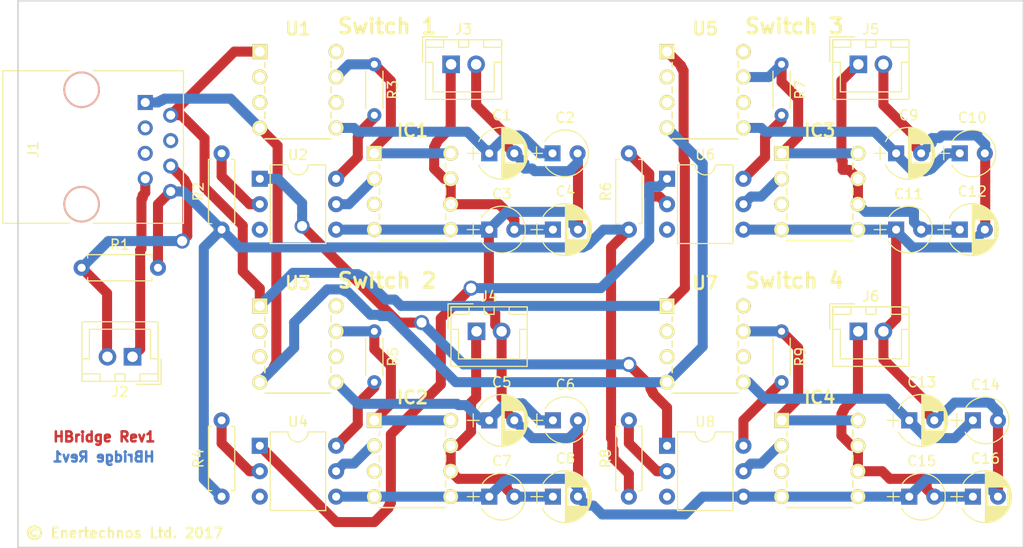
<source format=kicad_pcb>
(kicad_pcb (version 4) (host pcbnew 4.0.6)

  (general
    (links 97)
    (no_connects 0)
    (area 29.464 50.673 132.08 105.537)
    (thickness 1.6)
    (drawings 11)
    (tracks 435)
    (zones 0)
    (modules 43)
    (nets 44)
  )

  (page A4)
  (layers
    (0 F.Cu signal)
    (31 B.Cu signal)
    (33 F.Adhes user)
    (35 F.Paste user)
    (37 F.SilkS user)
    (39 F.Mask user)
    (40 Dwgs.User user)
    (41 Cmts.User user)
    (42 Eco1.User user)
    (43 Eco2.User user)
    (44 Edge.Cuts user)
    (45 Margin user)
    (47 F.CrtYd user)
    (49 F.Fab user)
  )

  (setup
    (last_trace_width 1)
    (trace_clearance 0.4)
    (zone_clearance 0.35)
    (zone_45_only no)
    (trace_min 0.2)
    (segment_width 0.2)
    (edge_width 0.15)
    (via_size 1.5)
    (via_drill 1)
    (via_min_size 0.4)
    (via_min_drill 0.3)
    (uvia_size 1)
    (uvia_drill 0.5)
    (uvias_allowed no)
    (uvia_min_size 0.2)
    (uvia_min_drill 0.1)
    (pcb_text_width 0.3)
    (pcb_text_size 1.5 1.5)
    (mod_edge_width 0.15)
    (mod_text_size 1 1)
    (mod_text_width 0.15)
    (pad_size 1.524 1.524)
    (pad_drill 0.762)
    (pad_to_mask_clearance 0.2)
    (aux_axis_origin 0 0)
    (visible_elements 7FFFFFFF)
    (pcbplotparams
      (layerselection 0x00030_80000001)
      (usegerberextensions false)
      (excludeedgelayer true)
      (linewidth 0.100000)
      (plotframeref false)
      (viasonmask false)
      (mode 1)
      (useauxorigin false)
      (hpglpennumber 1)
      (hpglpenspeed 20)
      (hpglpendiameter 15)
      (hpglpenoverlay 2)
      (psnegative false)
      (psa4output false)
      (plotreference true)
      (plotvalue true)
      (plotinvisibletext false)
      (padsonsilk false)
      (subtractmaskfromsilk false)
      (outputformat 1)
      (mirror false)
      (drillshape 1)
      (scaleselection 1)
      (outputdirectory ""))
  )

  (net 0 "")
  (net 1 "Net-(C1-Pad1)")
  (net 2 Earth)
  (net 3 "Net-(C3-Pad2)")
  (net 4 "Net-(C5-Pad1)")
  (net 5 "Net-(C7-Pad2)")
  (net 6 "Net-(C10-Pad1)")
  (net 7 "Net-(C11-Pad2)")
  (net 8 "Net-(C13-Pad1)")
  (net 9 "Net-(C15-Pad2)")
  (net 10 "Net-(IC1-Pad1)")
  (net 11 "Net-(IC1-Pad2)")
  (net 12 "Net-(IC1-Pad3)")
  (net 13 "Net-(IC2-Pad1)")
  (net 14 "Net-(IC2-Pad2)")
  (net 15 "Net-(IC2-Pad3)")
  (net 16 "Net-(IC3-Pad1)")
  (net 17 "Net-(IC3-Pad2)")
  (net 18 "Net-(IC3-Pad3)")
  (net 19 "Net-(IC4-Pad1)")
  (net 20 "Net-(IC4-Pad2)")
  (net 21 "Net-(IC4-Pad3)")
  (net 22 DC_IN)
  (net 23 DC_GND)
  (net 24 ARD_5V)
  (net 25 ARD_PWM_A)
  (net 26 ARD_TEMP)
  (net 27 ARD_PWM_B)
  (net 28 ARD_GND)
  (net 29 "Net-(R2-Pad2)")
  (net 30 "Net-(R3-Pad2)")
  (net 31 "Net-(R4-Pad2)")
  (net 32 "Net-(R5-Pad2)")
  (net 33 "Net-(R6-Pad2)")
  (net 34 "Net-(R7-Pad2)")
  (net 35 "Net-(R8-Pad2)")
  (net 36 "Net-(R9-Pad2)")
  (net 37 DRV_SIG_A)
  (net 38 "Net-(U2-Pad3)")
  (net 39 DRV_SIG_B)
  (net 40 "Net-(U4-Pad3)")
  (net 41 "Net-(U6-Pad3)")
  (net 42 "Net-(U8-Pad3)")
  (net 43 "Net-(J1-Pad5)")

  (net_class Default "This is the default net class."
    (clearance 0.4)
    (trace_width 1)
    (via_dia 1.5)
    (via_drill 1)
    (uvia_dia 1)
    (uvia_drill 0.5)
    (add_net ARD_5V)
    (add_net ARD_GND)
    (add_net ARD_PWM_A)
    (add_net ARD_PWM_B)
    (add_net ARD_TEMP)
    (add_net DC_GND)
    (add_net DC_IN)
    (add_net DRV_SIG_A)
    (add_net DRV_SIG_B)
    (add_net Earth)
    (add_net "Net-(C1-Pad1)")
    (add_net "Net-(C10-Pad1)")
    (add_net "Net-(C11-Pad2)")
    (add_net "Net-(C13-Pad1)")
    (add_net "Net-(C15-Pad2)")
    (add_net "Net-(C3-Pad2)")
    (add_net "Net-(C5-Pad1)")
    (add_net "Net-(C7-Pad2)")
    (add_net "Net-(IC1-Pad1)")
    (add_net "Net-(IC1-Pad2)")
    (add_net "Net-(IC1-Pad3)")
    (add_net "Net-(IC2-Pad1)")
    (add_net "Net-(IC2-Pad2)")
    (add_net "Net-(IC2-Pad3)")
    (add_net "Net-(IC3-Pad1)")
    (add_net "Net-(IC3-Pad2)")
    (add_net "Net-(IC3-Pad3)")
    (add_net "Net-(IC4-Pad1)")
    (add_net "Net-(IC4-Pad2)")
    (add_net "Net-(IC4-Pad3)")
    (add_net "Net-(J1-Pad5)")
    (add_net "Net-(R2-Pad2)")
    (add_net "Net-(R3-Pad2)")
    (add_net "Net-(R4-Pad2)")
    (add_net "Net-(R5-Pad2)")
    (add_net "Net-(R6-Pad2)")
    (add_net "Net-(R7-Pad2)")
    (add_net "Net-(R8-Pad2)")
    (add_net "Net-(R9-Pad2)")
    (add_net "Net-(U2-Pad3)")
    (add_net "Net-(U4-Pad3)")
    (add_net "Net-(U6-Pad3)")
    (add_net "Net-(U8-Pad3)")
  )

  (module Capacitors_THT:CP_Radial_Tantal_D4.5mm_P2.50mm (layer F.Cu) (tedit 597C781B) (tstamp 59A6E9D7)
    (at 125.73 66.04)
    (descr "CP, Radial_Tantal series, Radial, pin pitch=2.50mm, , diameter=4.5mm, Tantal Electrolytic Capacitor, http://cdn-reichelt.de/documents/datenblatt/B300/TANTAL-TB-Serie%23.pdf")
    (tags "CP Radial_Tantal series Radial pin pitch 2.50mm  diameter 4.5mm Tantal Electrolytic Capacitor")
    (path /59A71299/59A6D3E0)
    (fp_text reference C10 (at 1.25 -3.56) (layer F.SilkS)
      (effects (font (size 1 1) (thickness 0.15)))
    )
    (fp_text value 100nF (at 1.25 3.56) (layer F.Fab)
      (effects (font (size 1 1) (thickness 0.15)))
    )
    (fp_arc (start 1.25 0) (end -0.770693 -1.18) (angle 119.4) (layer F.SilkS) (width 0.12))
    (fp_arc (start 1.25 0) (end -0.770693 1.18) (angle -119.4) (layer F.SilkS) (width 0.12))
    (fp_arc (start 1.25 0) (end 3.270693 -1.18) (angle 60.6) (layer F.SilkS) (width 0.12))
    (fp_circle (center 1.25 0) (end 3.5 0) (layer F.Fab) (width 0.1))
    (fp_line (start -2.2 0) (end -1 0) (layer F.Fab) (width 0.1))
    (fp_line (start -1.6 -0.65) (end -1.6 0.65) (layer F.Fab) (width 0.1))
    (fp_line (start -2.2 0) (end -1 0) (layer F.SilkS) (width 0.12))
    (fp_line (start -1.6 -0.65) (end -1.6 0.65) (layer F.SilkS) (width 0.12))
    (fp_line (start -1.35 -2.6) (end -1.35 2.6) (layer F.CrtYd) (width 0.05))
    (fp_line (start -1.35 2.6) (end 3.85 2.6) (layer F.CrtYd) (width 0.05))
    (fp_line (start 3.85 2.6) (end 3.85 -2.6) (layer F.CrtYd) (width 0.05))
    (fp_line (start 3.85 -2.6) (end -1.35 -2.6) (layer F.CrtYd) (width 0.05))
    (fp_text user %R (at 1.25 0) (layer F.Fab)
      (effects (font (size 1 1) (thickness 0.15)))
    )
    (pad 1 thru_hole rect (at 0 0) (size 1.6 1.6) (drill 0.8) (layers *.Cu *.Mask)
      (net 6 "Net-(C10-Pad1)"))
    (pad 2 thru_hole circle (at 2.5 0) (size 1.6 1.6) (drill 0.8) (layers *.Cu *.Mask)
      (net 2 Earth))
    (model ${KISYS3DMOD}/Capacitors_THT.3dshapes/CP_Radial_Tantal_D4.5mm_P2.50mm.wrl
      (at (xyz 0 0 0))
      (scale (xyz 0.3937 0.3937 0.3937))
      (rotate (xyz 0 0 0))
    )
  )

  (module PartsLibraries:TC4422AVPA (layer F.Cu) (tedit 592E9A52) (tstamp 59A6EF40)
    (at 96.52 81.28)
    (descr DIP254P762X432-8)
    (tags "Integrated Circuit")
    (path /59A712A3/59A6D3EA)
    (fp_text reference U7 (at 3.81 -2.286) (layer F.SilkS)
      (effects (font (size 1.27 1.27) (thickness 0.254)))
    )
    (fp_text value NME1212DC (at 3.556 9.906) (layer F.SilkS) hide
      (effects (font (size 1.27 1.27) (thickness 0.254)))
    )
    (fp_line (start 0.508 8.7122) (end 0.508 -1.0922) (layer Dwgs.User) (width 0.1524))
    (fp_line (start 0.508 -1.1938) (end 7.112 -1.1938) (layer Dwgs.User) (width 0.1524))
    (fp_line (start -0.4826 3.048) (end 0.508 3.048) (layer Dwgs.User) (width 0.1524))
    (fp_line (start -0.4826 2.032) (end -0.4826 3.048) (layer Dwgs.User) (width 0.1524))
    (fp_line (start 0.508 2.032) (end -0.4826 2.032) (layer Dwgs.User) (width 0.1524))
    (fp_line (start 0.508 3.048) (end 0.508 2.032) (layer Dwgs.User) (width 0.1524))
    (fp_line (start 7.112 1.5748) (end 7.112 0.9652) (layer F.SilkS) (width 0.1524))
    (fp_line (start 7.112 4.1148) (end 7.112 3.5052) (layer F.SilkS) (width 0.1524))
    (fp_line (start 0.508 6.0452) (end 0.508 6.6548) (layer F.SilkS) (width 0.1524))
    (fp_line (start 0.508 3.5052) (end 0.508 4.1148) (layer F.SilkS) (width 0.1524))
    (fp_line (start 0.508 8.7122) (end 7.112 8.7122) (layer F.SilkS) (width 0.1524))
    (fp_line (start 7.112 6.6548) (end 7.112 6.0452) (layer F.SilkS) (width 0.1524))
    (fp_line (start 0.508 1.0922) (end 0.508 1.5748) (layer F.SilkS) (width 0.1524))
    (fp_line (start 0.508 0.508) (end 0.508 -0.508) (layer Dwgs.User) (width 0.1524))
    (fp_line (start 0.508 -0.508) (end -0.4826 -0.508) (layer Dwgs.User) (width 0.1524))
    (fp_line (start -0.4826 -0.508) (end -0.4826 0.508) (layer Dwgs.User) (width 0.1524))
    (fp_line (start -0.4826 0.508) (end 0.508 0.508) (layer Dwgs.User) (width 0.1524))
    (fp_line (start 0.508 5.588) (end 0.508 4.572) (layer Dwgs.User) (width 0.1524))
    (fp_line (start 0.508 4.572) (end -0.4826 4.572) (layer Dwgs.User) (width 0.1524))
    (fp_line (start -0.4826 4.572) (end -0.4826 5.588) (layer Dwgs.User) (width 0.1524))
    (fp_line (start -0.4826 5.588) (end 0.508 5.588) (layer Dwgs.User) (width 0.1524))
    (fp_line (start 0.508 8.128) (end 0.508 7.112) (layer Dwgs.User) (width 0.1524))
    (fp_line (start 0.508 7.112) (end -0.4826 7.1374) (layer Dwgs.User) (width 0.1524))
    (fp_line (start -0.4826 7.1374) (end -0.4826 8.128) (layer Dwgs.User) (width 0.1524))
    (fp_line (start -0.4826 8.128) (end 0.508 8.128) (layer Dwgs.User) (width 0.1524))
    (fp_line (start 7.112 7.112) (end 7.112 8.128) (layer Dwgs.User) (width 0.1524))
    (fp_line (start 7.112 8.128) (end 8.1026 8.1026) (layer Dwgs.User) (width 0.1524))
    (fp_line (start 8.1026 8.1026) (end 8.1026 7.112) (layer Dwgs.User) (width 0.1524))
    (fp_line (start 8.1026 7.112) (end 7.112 7.112) (layer Dwgs.User) (width 0.1524))
    (fp_line (start 7.112 4.572) (end 7.112 5.588) (layer Dwgs.User) (width 0.1524))
    (fp_line (start 7.112 5.588) (end 8.1026 5.5626) (layer Dwgs.User) (width 0.1524))
    (fp_line (start 8.1026 5.5626) (end 8.1026 4.572) (layer Dwgs.User) (width 0.1524))
    (fp_line (start 8.1026 4.572) (end 7.112 4.572) (layer Dwgs.User) (width 0.1524))
    (fp_line (start 7.112 2.032) (end 7.112 3.048) (layer Dwgs.User) (width 0.1524))
    (fp_line (start 7.112 3.048) (end 8.1026 3.048) (layer Dwgs.User) (width 0.1524))
    (fp_line (start 8.1026 3.048) (end 8.1026 2.032) (layer Dwgs.User) (width 0.1524))
    (fp_line (start 8.1026 2.032) (end 7.112 2.032) (layer Dwgs.User) (width 0.1524))
    (fp_line (start 7.112 -0.508) (end 7.112 0.508) (layer Dwgs.User) (width 0.1524))
    (fp_line (start 7.112 0.508) (end 8.1026 0.508) (layer Dwgs.User) (width 0.1524))
    (fp_line (start 8.1026 0.508) (end 8.1026 -0.508) (layer Dwgs.User) (width 0.1524))
    (fp_line (start 8.1026 -0.508) (end 7.112 -0.508) (layer Dwgs.User) (width 0.1524))
    (fp_line (start 0.508 8.7122) (end 7.112 8.7122) (layer Dwgs.User) (width 0.1524))
    (fp_line (start 7.112 8.7122) (end 7.112 -1.0922) (layer Dwgs.User) (width 0.1524))
    (pad 1 thru_hole rect (at 0 0 90) (size 1.4859 1.4859) (drill 0.9906) (layers *.Cu *.Mask F.SilkS)
      (net 23 DC_GND))
    (pad 2 thru_hole circle (at 0 2.54 90) (size 1.4859 1.4859) (drill 0.9906) (layers *.Cu *.Mask F.SilkS))
    (pad 3 thru_hole circle (at 0 5.08 90) (size 1.4859 1.4859) (drill 0.9906) (layers *.Cu *.Mask F.SilkS))
    (pad 4 thru_hole circle (at 0 7.62 90) (size 1.4859 1.4859) (drill 0.9906) (layers *.Cu *.Mask F.SilkS)
      (net 22 DC_IN))
    (pad 5 thru_hole circle (at 7.62 7.62 90) (size 1.4859 1.4859) (drill 0.9906) (layers *.Cu *.Mask F.SilkS)
      (net 8 "Net-(C13-Pad1)"))
    (pad 6 thru_hole circle (at 7.62 5.08 90) (size 1.4859 1.4859) (drill 0.9906) (layers *.Cu *.Mask F.SilkS))
    (pad 7 thru_hole circle (at 7.62 2.54 90) (size 1.4859 1.4859) (drill 0.9906) (layers *.Cu *.Mask F.SilkS)
      (net 19 "Net-(IC4-Pad1)"))
    (pad 8 thru_hole circle (at 7.62 0 90) (size 1.4859 1.4859) (drill 0.9906) (layers *.Cu *.Mask F.SilkS))
    (model Housings_DIP.3dshapes/DIP-8_W7.62mm.wrl
      (at (xyz 0 0 0))
      (scale (xyz 1 1 1))
      (rotate (xyz 0 0 0))
    )
  )

  (module PartsLibraries:TC4422AVPA (layer F.Cu) (tedit 592E9A52) (tstamp 59A6EE9E)
    (at 55.88 81.28)
    (descr DIP254P762X432-8)
    (tags "Integrated Circuit")
    (path /59A7109E/59A6D3EA)
    (fp_text reference U3 (at 3.81 -2.286) (layer F.SilkS)
      (effects (font (size 1.27 1.27) (thickness 0.254)))
    )
    (fp_text value NME1212DC (at 3.556 9.906) (layer F.SilkS) hide
      (effects (font (size 1.27 1.27) (thickness 0.254)))
    )
    (fp_line (start 0.508 8.7122) (end 0.508 -1.0922) (layer Dwgs.User) (width 0.1524))
    (fp_line (start 0.508 -1.1938) (end 7.112 -1.1938) (layer Dwgs.User) (width 0.1524))
    (fp_line (start -0.4826 3.048) (end 0.508 3.048) (layer Dwgs.User) (width 0.1524))
    (fp_line (start -0.4826 2.032) (end -0.4826 3.048) (layer Dwgs.User) (width 0.1524))
    (fp_line (start 0.508 2.032) (end -0.4826 2.032) (layer Dwgs.User) (width 0.1524))
    (fp_line (start 0.508 3.048) (end 0.508 2.032) (layer Dwgs.User) (width 0.1524))
    (fp_line (start 7.112 1.5748) (end 7.112 0.9652) (layer F.SilkS) (width 0.1524))
    (fp_line (start 7.112 4.1148) (end 7.112 3.5052) (layer F.SilkS) (width 0.1524))
    (fp_line (start 0.508 6.0452) (end 0.508 6.6548) (layer F.SilkS) (width 0.1524))
    (fp_line (start 0.508 3.5052) (end 0.508 4.1148) (layer F.SilkS) (width 0.1524))
    (fp_line (start 0.508 8.7122) (end 7.112 8.7122) (layer F.SilkS) (width 0.1524))
    (fp_line (start 7.112 6.6548) (end 7.112 6.0452) (layer F.SilkS) (width 0.1524))
    (fp_line (start 0.508 1.0922) (end 0.508 1.5748) (layer F.SilkS) (width 0.1524))
    (fp_line (start 0.508 0.508) (end 0.508 -0.508) (layer Dwgs.User) (width 0.1524))
    (fp_line (start 0.508 -0.508) (end -0.4826 -0.508) (layer Dwgs.User) (width 0.1524))
    (fp_line (start -0.4826 -0.508) (end -0.4826 0.508) (layer Dwgs.User) (width 0.1524))
    (fp_line (start -0.4826 0.508) (end 0.508 0.508) (layer Dwgs.User) (width 0.1524))
    (fp_line (start 0.508 5.588) (end 0.508 4.572) (layer Dwgs.User) (width 0.1524))
    (fp_line (start 0.508 4.572) (end -0.4826 4.572) (layer Dwgs.User) (width 0.1524))
    (fp_line (start -0.4826 4.572) (end -0.4826 5.588) (layer Dwgs.User) (width 0.1524))
    (fp_line (start -0.4826 5.588) (end 0.508 5.588) (layer Dwgs.User) (width 0.1524))
    (fp_line (start 0.508 8.128) (end 0.508 7.112) (layer Dwgs.User) (width 0.1524))
    (fp_line (start 0.508 7.112) (end -0.4826 7.1374) (layer Dwgs.User) (width 0.1524))
    (fp_line (start -0.4826 7.1374) (end -0.4826 8.128) (layer Dwgs.User) (width 0.1524))
    (fp_line (start -0.4826 8.128) (end 0.508 8.128) (layer Dwgs.User) (width 0.1524))
    (fp_line (start 7.112 7.112) (end 7.112 8.128) (layer Dwgs.User) (width 0.1524))
    (fp_line (start 7.112 8.128) (end 8.1026 8.1026) (layer Dwgs.User) (width 0.1524))
    (fp_line (start 8.1026 8.1026) (end 8.1026 7.112) (layer Dwgs.User) (width 0.1524))
    (fp_line (start 8.1026 7.112) (end 7.112 7.112) (layer Dwgs.User) (width 0.1524))
    (fp_line (start 7.112 4.572) (end 7.112 5.588) (layer Dwgs.User) (width 0.1524))
    (fp_line (start 7.112 5.588) (end 8.1026 5.5626) (layer Dwgs.User) (width 0.1524))
    (fp_line (start 8.1026 5.5626) (end 8.1026 4.572) (layer Dwgs.User) (width 0.1524))
    (fp_line (start 8.1026 4.572) (end 7.112 4.572) (layer Dwgs.User) (width 0.1524))
    (fp_line (start 7.112 2.032) (end 7.112 3.048) (layer Dwgs.User) (width 0.1524))
    (fp_line (start 7.112 3.048) (end 8.1026 3.048) (layer Dwgs.User) (width 0.1524))
    (fp_line (start 8.1026 3.048) (end 8.1026 2.032) (layer Dwgs.User) (width 0.1524))
    (fp_line (start 8.1026 2.032) (end 7.112 2.032) (layer Dwgs.User) (width 0.1524))
    (fp_line (start 7.112 -0.508) (end 7.112 0.508) (layer Dwgs.User) (width 0.1524))
    (fp_line (start 7.112 0.508) (end 8.1026 0.508) (layer Dwgs.User) (width 0.1524))
    (fp_line (start 8.1026 0.508) (end 8.1026 -0.508) (layer Dwgs.User) (width 0.1524))
    (fp_line (start 8.1026 -0.508) (end 7.112 -0.508) (layer Dwgs.User) (width 0.1524))
    (fp_line (start 0.508 8.7122) (end 7.112 8.7122) (layer Dwgs.User) (width 0.1524))
    (fp_line (start 7.112 8.7122) (end 7.112 -1.0922) (layer Dwgs.User) (width 0.1524))
    (pad 1 thru_hole rect (at 0 0 90) (size 1.4859 1.4859) (drill 0.9906) (layers *.Cu *.Mask F.SilkS)
      (net 23 DC_GND))
    (pad 2 thru_hole circle (at 0 2.54 90) (size 1.4859 1.4859) (drill 0.9906) (layers *.Cu *.Mask F.SilkS))
    (pad 3 thru_hole circle (at 0 5.08 90) (size 1.4859 1.4859) (drill 0.9906) (layers *.Cu *.Mask F.SilkS))
    (pad 4 thru_hole circle (at 0 7.62 90) (size 1.4859 1.4859) (drill 0.9906) (layers *.Cu *.Mask F.SilkS)
      (net 22 DC_IN))
    (pad 5 thru_hole circle (at 7.62 7.62 90) (size 1.4859 1.4859) (drill 0.9906) (layers *.Cu *.Mask F.SilkS)
      (net 4 "Net-(C5-Pad1)"))
    (pad 6 thru_hole circle (at 7.62 5.08 90) (size 1.4859 1.4859) (drill 0.9906) (layers *.Cu *.Mask F.SilkS))
    (pad 7 thru_hole circle (at 7.62 2.54 90) (size 1.4859 1.4859) (drill 0.9906) (layers *.Cu *.Mask F.SilkS)
      (net 13 "Net-(IC2-Pad1)"))
    (pad 8 thru_hole circle (at 7.62 0 90) (size 1.4859 1.4859) (drill 0.9906) (layers *.Cu *.Mask F.SilkS))
    (model Housings_DIP.3dshapes/DIP-8_W7.62mm.wrl
      (at (xyz 0 0 0))
      (scale (xyz 1 1 1))
      (rotate (xyz 0 0 0))
    )
  )

  (module PartsLibraries:TC4422AVPA (layer F.Cu) (tedit 592E9A52) (tstamp 59A6EEEF)
    (at 96.52 55.88)
    (descr DIP254P762X432-8)
    (tags "Integrated Circuit")
    (path /59A71299/59A6D3EA)
    (fp_text reference U5 (at 3.81 -2.286) (layer F.SilkS)
      (effects (font (size 1.27 1.27) (thickness 0.254)))
    )
    (fp_text value NME1212DC (at 3.556 9.906) (layer F.SilkS) hide
      (effects (font (size 1.27 1.27) (thickness 0.254)))
    )
    (fp_line (start 0.508 8.7122) (end 0.508 -1.0922) (layer Dwgs.User) (width 0.1524))
    (fp_line (start 0.508 -1.1938) (end 7.112 -1.1938) (layer Dwgs.User) (width 0.1524))
    (fp_line (start -0.4826 3.048) (end 0.508 3.048) (layer Dwgs.User) (width 0.1524))
    (fp_line (start -0.4826 2.032) (end -0.4826 3.048) (layer Dwgs.User) (width 0.1524))
    (fp_line (start 0.508 2.032) (end -0.4826 2.032) (layer Dwgs.User) (width 0.1524))
    (fp_line (start 0.508 3.048) (end 0.508 2.032) (layer Dwgs.User) (width 0.1524))
    (fp_line (start 7.112 1.5748) (end 7.112 0.9652) (layer F.SilkS) (width 0.1524))
    (fp_line (start 7.112 4.1148) (end 7.112 3.5052) (layer F.SilkS) (width 0.1524))
    (fp_line (start 0.508 6.0452) (end 0.508 6.6548) (layer F.SilkS) (width 0.1524))
    (fp_line (start 0.508 3.5052) (end 0.508 4.1148) (layer F.SilkS) (width 0.1524))
    (fp_line (start 0.508 8.7122) (end 7.112 8.7122) (layer F.SilkS) (width 0.1524))
    (fp_line (start 7.112 6.6548) (end 7.112 6.0452) (layer F.SilkS) (width 0.1524))
    (fp_line (start 0.508 1.0922) (end 0.508 1.5748) (layer F.SilkS) (width 0.1524))
    (fp_line (start 0.508 0.508) (end 0.508 -0.508) (layer Dwgs.User) (width 0.1524))
    (fp_line (start 0.508 -0.508) (end -0.4826 -0.508) (layer Dwgs.User) (width 0.1524))
    (fp_line (start -0.4826 -0.508) (end -0.4826 0.508) (layer Dwgs.User) (width 0.1524))
    (fp_line (start -0.4826 0.508) (end 0.508 0.508) (layer Dwgs.User) (width 0.1524))
    (fp_line (start 0.508 5.588) (end 0.508 4.572) (layer Dwgs.User) (width 0.1524))
    (fp_line (start 0.508 4.572) (end -0.4826 4.572) (layer Dwgs.User) (width 0.1524))
    (fp_line (start -0.4826 4.572) (end -0.4826 5.588) (layer Dwgs.User) (width 0.1524))
    (fp_line (start -0.4826 5.588) (end 0.508 5.588) (layer Dwgs.User) (width 0.1524))
    (fp_line (start 0.508 8.128) (end 0.508 7.112) (layer Dwgs.User) (width 0.1524))
    (fp_line (start 0.508 7.112) (end -0.4826 7.1374) (layer Dwgs.User) (width 0.1524))
    (fp_line (start -0.4826 7.1374) (end -0.4826 8.128) (layer Dwgs.User) (width 0.1524))
    (fp_line (start -0.4826 8.128) (end 0.508 8.128) (layer Dwgs.User) (width 0.1524))
    (fp_line (start 7.112 7.112) (end 7.112 8.128) (layer Dwgs.User) (width 0.1524))
    (fp_line (start 7.112 8.128) (end 8.1026 8.1026) (layer Dwgs.User) (width 0.1524))
    (fp_line (start 8.1026 8.1026) (end 8.1026 7.112) (layer Dwgs.User) (width 0.1524))
    (fp_line (start 8.1026 7.112) (end 7.112 7.112) (layer Dwgs.User) (width 0.1524))
    (fp_line (start 7.112 4.572) (end 7.112 5.588) (layer Dwgs.User) (width 0.1524))
    (fp_line (start 7.112 5.588) (end 8.1026 5.5626) (layer Dwgs.User) (width 0.1524))
    (fp_line (start 8.1026 5.5626) (end 8.1026 4.572) (layer Dwgs.User) (width 0.1524))
    (fp_line (start 8.1026 4.572) (end 7.112 4.572) (layer Dwgs.User) (width 0.1524))
    (fp_line (start 7.112 2.032) (end 7.112 3.048) (layer Dwgs.User) (width 0.1524))
    (fp_line (start 7.112 3.048) (end 8.1026 3.048) (layer Dwgs.User) (width 0.1524))
    (fp_line (start 8.1026 3.048) (end 8.1026 2.032) (layer Dwgs.User) (width 0.1524))
    (fp_line (start 8.1026 2.032) (end 7.112 2.032) (layer Dwgs.User) (width 0.1524))
    (fp_line (start 7.112 -0.508) (end 7.112 0.508) (layer Dwgs.User) (width 0.1524))
    (fp_line (start 7.112 0.508) (end 8.1026 0.508) (layer Dwgs.User) (width 0.1524))
    (fp_line (start 8.1026 0.508) (end 8.1026 -0.508) (layer Dwgs.User) (width 0.1524))
    (fp_line (start 8.1026 -0.508) (end 7.112 -0.508) (layer Dwgs.User) (width 0.1524))
    (fp_line (start 0.508 8.7122) (end 7.112 8.7122) (layer Dwgs.User) (width 0.1524))
    (fp_line (start 7.112 8.7122) (end 7.112 -1.0922) (layer Dwgs.User) (width 0.1524))
    (pad 1 thru_hole rect (at 0 0 90) (size 1.4859 1.4859) (drill 0.9906) (layers *.Cu *.Mask F.SilkS)
      (net 23 DC_GND))
    (pad 2 thru_hole circle (at 0 2.54 90) (size 1.4859 1.4859) (drill 0.9906) (layers *.Cu *.Mask F.SilkS))
    (pad 3 thru_hole circle (at 0 5.08 90) (size 1.4859 1.4859) (drill 0.9906) (layers *.Cu *.Mask F.SilkS))
    (pad 4 thru_hole circle (at 0 7.62 90) (size 1.4859 1.4859) (drill 0.9906) (layers *.Cu *.Mask F.SilkS)
      (net 22 DC_IN))
    (pad 5 thru_hole circle (at 7.62 7.62 90) (size 1.4859 1.4859) (drill 0.9906) (layers *.Cu *.Mask F.SilkS)
      (net 6 "Net-(C10-Pad1)"))
    (pad 6 thru_hole circle (at 7.62 5.08 90) (size 1.4859 1.4859) (drill 0.9906) (layers *.Cu *.Mask F.SilkS))
    (pad 7 thru_hole circle (at 7.62 2.54 90) (size 1.4859 1.4859) (drill 0.9906) (layers *.Cu *.Mask F.SilkS)
      (net 16 "Net-(IC3-Pad1)"))
    (pad 8 thru_hole circle (at 7.62 0 90) (size 1.4859 1.4859) (drill 0.9906) (layers *.Cu *.Mask F.SilkS))
    (model Housings_DIP.3dshapes/DIP-8_W7.62mm.wrl
      (at (xyz 0 0 0))
      (scale (xyz 1 1 1))
      (rotate (xyz 0 0 0))
    )
  )

  (module PartsLibraries:TC4422AVPA (layer F.Cu) (tedit 592E9A52) (tstamp 59A6EC7B)
    (at 107.95 92.71)
    (descr DIP254P762X432-8)
    (tags "Integrated Circuit")
    (path /59A712A3/59498139)
    (fp_text reference IC4 (at 3.81 -2.286) (layer F.SilkS)
      (effects (font (size 1.27 1.27) (thickness 0.254)))
    )
    (fp_text value TC4422AVPA (at 3.556 9.906) (layer F.SilkS) hide
      (effects (font (size 1.27 1.27) (thickness 0.254)))
    )
    (fp_line (start 0.508 8.7122) (end 0.508 -1.0922) (layer Dwgs.User) (width 0.1524))
    (fp_line (start 0.508 -1.1938) (end 7.112 -1.1938) (layer Dwgs.User) (width 0.1524))
    (fp_line (start -0.4826 3.048) (end 0.508 3.048) (layer Dwgs.User) (width 0.1524))
    (fp_line (start -0.4826 2.032) (end -0.4826 3.048) (layer Dwgs.User) (width 0.1524))
    (fp_line (start 0.508 2.032) (end -0.4826 2.032) (layer Dwgs.User) (width 0.1524))
    (fp_line (start 0.508 3.048) (end 0.508 2.032) (layer Dwgs.User) (width 0.1524))
    (fp_line (start 7.112 1.5748) (end 7.112 0.9652) (layer F.SilkS) (width 0.1524))
    (fp_line (start 7.112 4.1148) (end 7.112 3.5052) (layer F.SilkS) (width 0.1524))
    (fp_line (start 0.508 6.0452) (end 0.508 6.6548) (layer F.SilkS) (width 0.1524))
    (fp_line (start 0.508 3.5052) (end 0.508 4.1148) (layer F.SilkS) (width 0.1524))
    (fp_line (start 0.508 8.7122) (end 7.112 8.7122) (layer F.SilkS) (width 0.1524))
    (fp_line (start 7.112 6.6548) (end 7.112 6.0452) (layer F.SilkS) (width 0.1524))
    (fp_line (start 0.508 1.0922) (end 0.508 1.5748) (layer F.SilkS) (width 0.1524))
    (fp_line (start 0.508 0.508) (end 0.508 -0.508) (layer Dwgs.User) (width 0.1524))
    (fp_line (start 0.508 -0.508) (end -0.4826 -0.508) (layer Dwgs.User) (width 0.1524))
    (fp_line (start -0.4826 -0.508) (end -0.4826 0.508) (layer Dwgs.User) (width 0.1524))
    (fp_line (start -0.4826 0.508) (end 0.508 0.508) (layer Dwgs.User) (width 0.1524))
    (fp_line (start 0.508 5.588) (end 0.508 4.572) (layer Dwgs.User) (width 0.1524))
    (fp_line (start 0.508 4.572) (end -0.4826 4.572) (layer Dwgs.User) (width 0.1524))
    (fp_line (start -0.4826 4.572) (end -0.4826 5.588) (layer Dwgs.User) (width 0.1524))
    (fp_line (start -0.4826 5.588) (end 0.508 5.588) (layer Dwgs.User) (width 0.1524))
    (fp_line (start 0.508 8.128) (end 0.508 7.112) (layer Dwgs.User) (width 0.1524))
    (fp_line (start 0.508 7.112) (end -0.4826 7.1374) (layer Dwgs.User) (width 0.1524))
    (fp_line (start -0.4826 7.1374) (end -0.4826 8.128) (layer Dwgs.User) (width 0.1524))
    (fp_line (start -0.4826 8.128) (end 0.508 8.128) (layer Dwgs.User) (width 0.1524))
    (fp_line (start 7.112 7.112) (end 7.112 8.128) (layer Dwgs.User) (width 0.1524))
    (fp_line (start 7.112 8.128) (end 8.1026 8.1026) (layer Dwgs.User) (width 0.1524))
    (fp_line (start 8.1026 8.1026) (end 8.1026 7.112) (layer Dwgs.User) (width 0.1524))
    (fp_line (start 8.1026 7.112) (end 7.112 7.112) (layer Dwgs.User) (width 0.1524))
    (fp_line (start 7.112 4.572) (end 7.112 5.588) (layer Dwgs.User) (width 0.1524))
    (fp_line (start 7.112 5.588) (end 8.1026 5.5626) (layer Dwgs.User) (width 0.1524))
    (fp_line (start 8.1026 5.5626) (end 8.1026 4.572) (layer Dwgs.User) (width 0.1524))
    (fp_line (start 8.1026 4.572) (end 7.112 4.572) (layer Dwgs.User) (width 0.1524))
    (fp_line (start 7.112 2.032) (end 7.112 3.048) (layer Dwgs.User) (width 0.1524))
    (fp_line (start 7.112 3.048) (end 8.1026 3.048) (layer Dwgs.User) (width 0.1524))
    (fp_line (start 8.1026 3.048) (end 8.1026 2.032) (layer Dwgs.User) (width 0.1524))
    (fp_line (start 8.1026 2.032) (end 7.112 2.032) (layer Dwgs.User) (width 0.1524))
    (fp_line (start 7.112 -0.508) (end 7.112 0.508) (layer Dwgs.User) (width 0.1524))
    (fp_line (start 7.112 0.508) (end 8.1026 0.508) (layer Dwgs.User) (width 0.1524))
    (fp_line (start 8.1026 0.508) (end 8.1026 -0.508) (layer Dwgs.User) (width 0.1524))
    (fp_line (start 8.1026 -0.508) (end 7.112 -0.508) (layer Dwgs.User) (width 0.1524))
    (fp_line (start 0.508 8.7122) (end 7.112 8.7122) (layer Dwgs.User) (width 0.1524))
    (fp_line (start 7.112 8.7122) (end 7.112 -1.0922) (layer Dwgs.User) (width 0.1524))
    (pad 1 thru_hole rect (at 0 0 90) (size 1.4859 1.4859) (drill 0.9906) (layers *.Cu *.Mask F.SilkS)
      (net 19 "Net-(IC4-Pad1)"))
    (pad 2 thru_hole circle (at 0 2.54 90) (size 1.4859 1.4859) (drill 0.9906) (layers *.Cu *.Mask F.SilkS)
      (net 20 "Net-(IC4-Pad2)"))
    (pad 3 thru_hole circle (at 0 5.08 90) (size 1.4859 1.4859) (drill 0.9906) (layers *.Cu *.Mask F.SilkS)
      (net 21 "Net-(IC4-Pad3)"))
    (pad 4 thru_hole circle (at 0 7.62 90) (size 1.4859 1.4859) (drill 0.9906) (layers *.Cu *.Mask F.SilkS)
      (net 2 Earth))
    (pad 5 thru_hole circle (at 7.62 7.62 90) (size 1.4859 1.4859) (drill 0.9906) (layers *.Cu *.Mask F.SilkS)
      (net 2 Earth))
    (pad 6 thru_hole circle (at 7.62 5.08 90) (size 1.4859 1.4859) (drill 0.9906) (layers *.Cu *.Mask F.SilkS)
      (net 9 "Net-(C15-Pad2)"))
    (pad 7 thru_hole circle (at 7.62 2.54 90) (size 1.4859 1.4859) (drill 0.9906) (layers *.Cu *.Mask F.SilkS)
      (net 9 "Net-(C15-Pad2)"))
    (pad 8 thru_hole circle (at 7.62 0 90) (size 1.4859 1.4859) (drill 0.9906) (layers *.Cu *.Mask F.SilkS)
      (net 19 "Net-(IC4-Pad1)"))
    (model Housings_DIP.3dshapes/DIP-8_W7.62mm.wrl
      (at (xyz 0 0 0))
      (scale (xyz 1 1 1))
      (rotate (xyz 0 0 0))
    )
  )

  (module PartsLibraries:TC4422AVPA (layer F.Cu) (tedit 592E9A52) (tstamp 59A6EC0D)
    (at 67.31 92.71)
    (descr DIP254P762X432-8)
    (tags "Integrated Circuit")
    (path /59A7109E/59498139)
    (fp_text reference IC2 (at 3.81 -2.286) (layer F.SilkS)
      (effects (font (size 1.27 1.27) (thickness 0.254)))
    )
    (fp_text value TC4422AVPA (at 3.556 9.906) (layer F.SilkS) hide
      (effects (font (size 1.27 1.27) (thickness 0.254)))
    )
    (fp_line (start 0.508 8.7122) (end 0.508 -1.0922) (layer Dwgs.User) (width 0.1524))
    (fp_line (start 0.508 -1.1938) (end 7.112 -1.1938) (layer Dwgs.User) (width 0.1524))
    (fp_line (start -0.4826 3.048) (end 0.508 3.048) (layer Dwgs.User) (width 0.1524))
    (fp_line (start -0.4826 2.032) (end -0.4826 3.048) (layer Dwgs.User) (width 0.1524))
    (fp_line (start 0.508 2.032) (end -0.4826 2.032) (layer Dwgs.User) (width 0.1524))
    (fp_line (start 0.508 3.048) (end 0.508 2.032) (layer Dwgs.User) (width 0.1524))
    (fp_line (start 7.112 1.5748) (end 7.112 0.9652) (layer F.SilkS) (width 0.1524))
    (fp_line (start 7.112 4.1148) (end 7.112 3.5052) (layer F.SilkS) (width 0.1524))
    (fp_line (start 0.508 6.0452) (end 0.508 6.6548) (layer F.SilkS) (width 0.1524))
    (fp_line (start 0.508 3.5052) (end 0.508 4.1148) (layer F.SilkS) (width 0.1524))
    (fp_line (start 0.508 8.7122) (end 7.112 8.7122) (layer F.SilkS) (width 0.1524))
    (fp_line (start 7.112 6.6548) (end 7.112 6.0452) (layer F.SilkS) (width 0.1524))
    (fp_line (start 0.508 1.0922) (end 0.508 1.5748) (layer F.SilkS) (width 0.1524))
    (fp_line (start 0.508 0.508) (end 0.508 -0.508) (layer Dwgs.User) (width 0.1524))
    (fp_line (start 0.508 -0.508) (end -0.4826 -0.508) (layer Dwgs.User) (width 0.1524))
    (fp_line (start -0.4826 -0.508) (end -0.4826 0.508) (layer Dwgs.User) (width 0.1524))
    (fp_line (start -0.4826 0.508) (end 0.508 0.508) (layer Dwgs.User) (width 0.1524))
    (fp_line (start 0.508 5.588) (end 0.508 4.572) (layer Dwgs.User) (width 0.1524))
    (fp_line (start 0.508 4.572) (end -0.4826 4.572) (layer Dwgs.User) (width 0.1524))
    (fp_line (start -0.4826 4.572) (end -0.4826 5.588) (layer Dwgs.User) (width 0.1524))
    (fp_line (start -0.4826 5.588) (end 0.508 5.588) (layer Dwgs.User) (width 0.1524))
    (fp_line (start 0.508 8.128) (end 0.508 7.112) (layer Dwgs.User) (width 0.1524))
    (fp_line (start 0.508 7.112) (end -0.4826 7.1374) (layer Dwgs.User) (width 0.1524))
    (fp_line (start -0.4826 7.1374) (end -0.4826 8.128) (layer Dwgs.User) (width 0.1524))
    (fp_line (start -0.4826 8.128) (end 0.508 8.128) (layer Dwgs.User) (width 0.1524))
    (fp_line (start 7.112 7.112) (end 7.112 8.128) (layer Dwgs.User) (width 0.1524))
    (fp_line (start 7.112 8.128) (end 8.1026 8.1026) (layer Dwgs.User) (width 0.1524))
    (fp_line (start 8.1026 8.1026) (end 8.1026 7.112) (layer Dwgs.User) (width 0.1524))
    (fp_line (start 8.1026 7.112) (end 7.112 7.112) (layer Dwgs.User) (width 0.1524))
    (fp_line (start 7.112 4.572) (end 7.112 5.588) (layer Dwgs.User) (width 0.1524))
    (fp_line (start 7.112 5.588) (end 8.1026 5.5626) (layer Dwgs.User) (width 0.1524))
    (fp_line (start 8.1026 5.5626) (end 8.1026 4.572) (layer Dwgs.User) (width 0.1524))
    (fp_line (start 8.1026 4.572) (end 7.112 4.572) (layer Dwgs.User) (width 0.1524))
    (fp_line (start 7.112 2.032) (end 7.112 3.048) (layer Dwgs.User) (width 0.1524))
    (fp_line (start 7.112 3.048) (end 8.1026 3.048) (layer Dwgs.User) (width 0.1524))
    (fp_line (start 8.1026 3.048) (end 8.1026 2.032) (layer Dwgs.User) (width 0.1524))
    (fp_line (start 8.1026 2.032) (end 7.112 2.032) (layer Dwgs.User) (width 0.1524))
    (fp_line (start 7.112 -0.508) (end 7.112 0.508) (layer Dwgs.User) (width 0.1524))
    (fp_line (start 7.112 0.508) (end 8.1026 0.508) (layer Dwgs.User) (width 0.1524))
    (fp_line (start 8.1026 0.508) (end 8.1026 -0.508) (layer Dwgs.User) (width 0.1524))
    (fp_line (start 8.1026 -0.508) (end 7.112 -0.508) (layer Dwgs.User) (width 0.1524))
    (fp_line (start 0.508 8.7122) (end 7.112 8.7122) (layer Dwgs.User) (width 0.1524))
    (fp_line (start 7.112 8.7122) (end 7.112 -1.0922) (layer Dwgs.User) (width 0.1524))
    (pad 1 thru_hole rect (at 0 0 90) (size 1.4859 1.4859) (drill 0.9906) (layers *.Cu *.Mask F.SilkS)
      (net 13 "Net-(IC2-Pad1)"))
    (pad 2 thru_hole circle (at 0 2.54 90) (size 1.4859 1.4859) (drill 0.9906) (layers *.Cu *.Mask F.SilkS)
      (net 14 "Net-(IC2-Pad2)"))
    (pad 3 thru_hole circle (at 0 5.08 90) (size 1.4859 1.4859) (drill 0.9906) (layers *.Cu *.Mask F.SilkS)
      (net 15 "Net-(IC2-Pad3)"))
    (pad 4 thru_hole circle (at 0 7.62 90) (size 1.4859 1.4859) (drill 0.9906) (layers *.Cu *.Mask F.SilkS)
      (net 2 Earth))
    (pad 5 thru_hole circle (at 7.62 7.62 90) (size 1.4859 1.4859) (drill 0.9906) (layers *.Cu *.Mask F.SilkS)
      (net 2 Earth))
    (pad 6 thru_hole circle (at 7.62 5.08 90) (size 1.4859 1.4859) (drill 0.9906) (layers *.Cu *.Mask F.SilkS)
      (net 5 "Net-(C7-Pad2)"))
    (pad 7 thru_hole circle (at 7.62 2.54 90) (size 1.4859 1.4859) (drill 0.9906) (layers *.Cu *.Mask F.SilkS)
      (net 5 "Net-(C7-Pad2)"))
    (pad 8 thru_hole circle (at 7.62 0 90) (size 1.4859 1.4859) (drill 0.9906) (layers *.Cu *.Mask F.SilkS)
      (net 13 "Net-(IC2-Pad1)"))
    (model Housings_DIP.3dshapes/DIP-8_W7.62mm.wrl
      (at (xyz 0 0 0))
      (scale (xyz 1 1 1))
      (rotate (xyz 0 0 0))
    )
  )

  (module PartsLibraries:TC4422AVPA (layer F.Cu) (tedit 592E9A52) (tstamp 59A6EC44)
    (at 107.95 66.04)
    (descr DIP254P762X432-8)
    (tags "Integrated Circuit")
    (path /59A71299/59498139)
    (fp_text reference IC3 (at 3.81 -2.286) (layer F.SilkS)
      (effects (font (size 1.27 1.27) (thickness 0.254)))
    )
    (fp_text value TC4422AVPA (at 3.556 9.906) (layer F.SilkS) hide
      (effects (font (size 1.27 1.27) (thickness 0.254)))
    )
    (fp_line (start 0.508 8.7122) (end 0.508 -1.0922) (layer Dwgs.User) (width 0.1524))
    (fp_line (start 0.508 -1.1938) (end 7.112 -1.1938) (layer Dwgs.User) (width 0.1524))
    (fp_line (start -0.4826 3.048) (end 0.508 3.048) (layer Dwgs.User) (width 0.1524))
    (fp_line (start -0.4826 2.032) (end -0.4826 3.048) (layer Dwgs.User) (width 0.1524))
    (fp_line (start 0.508 2.032) (end -0.4826 2.032) (layer Dwgs.User) (width 0.1524))
    (fp_line (start 0.508 3.048) (end 0.508 2.032) (layer Dwgs.User) (width 0.1524))
    (fp_line (start 7.112 1.5748) (end 7.112 0.9652) (layer F.SilkS) (width 0.1524))
    (fp_line (start 7.112 4.1148) (end 7.112 3.5052) (layer F.SilkS) (width 0.1524))
    (fp_line (start 0.508 6.0452) (end 0.508 6.6548) (layer F.SilkS) (width 0.1524))
    (fp_line (start 0.508 3.5052) (end 0.508 4.1148) (layer F.SilkS) (width 0.1524))
    (fp_line (start 0.508 8.7122) (end 7.112 8.7122) (layer F.SilkS) (width 0.1524))
    (fp_line (start 7.112 6.6548) (end 7.112 6.0452) (layer F.SilkS) (width 0.1524))
    (fp_line (start 0.508 1.0922) (end 0.508 1.5748) (layer F.SilkS) (width 0.1524))
    (fp_line (start 0.508 0.508) (end 0.508 -0.508) (layer Dwgs.User) (width 0.1524))
    (fp_line (start 0.508 -0.508) (end -0.4826 -0.508) (layer Dwgs.User) (width 0.1524))
    (fp_line (start -0.4826 -0.508) (end -0.4826 0.508) (layer Dwgs.User) (width 0.1524))
    (fp_line (start -0.4826 0.508) (end 0.508 0.508) (layer Dwgs.User) (width 0.1524))
    (fp_line (start 0.508 5.588) (end 0.508 4.572) (layer Dwgs.User) (width 0.1524))
    (fp_line (start 0.508 4.572) (end -0.4826 4.572) (layer Dwgs.User) (width 0.1524))
    (fp_line (start -0.4826 4.572) (end -0.4826 5.588) (layer Dwgs.User) (width 0.1524))
    (fp_line (start -0.4826 5.588) (end 0.508 5.588) (layer Dwgs.User) (width 0.1524))
    (fp_line (start 0.508 8.128) (end 0.508 7.112) (layer Dwgs.User) (width 0.1524))
    (fp_line (start 0.508 7.112) (end -0.4826 7.1374) (layer Dwgs.User) (width 0.1524))
    (fp_line (start -0.4826 7.1374) (end -0.4826 8.128) (layer Dwgs.User) (width 0.1524))
    (fp_line (start -0.4826 8.128) (end 0.508 8.128) (layer Dwgs.User) (width 0.1524))
    (fp_line (start 7.112 7.112) (end 7.112 8.128) (layer Dwgs.User) (width 0.1524))
    (fp_line (start 7.112 8.128) (end 8.1026 8.1026) (layer Dwgs.User) (width 0.1524))
    (fp_line (start 8.1026 8.1026) (end 8.1026 7.112) (layer Dwgs.User) (width 0.1524))
    (fp_line (start 8.1026 7.112) (end 7.112 7.112) (layer Dwgs.User) (width 0.1524))
    (fp_line (start 7.112 4.572) (end 7.112 5.588) (layer Dwgs.User) (width 0.1524))
    (fp_line (start 7.112 5.588) (end 8.1026 5.5626) (layer Dwgs.User) (width 0.1524))
    (fp_line (start 8.1026 5.5626) (end 8.1026 4.572) (layer Dwgs.User) (width 0.1524))
    (fp_line (start 8.1026 4.572) (end 7.112 4.572) (layer Dwgs.User) (width 0.1524))
    (fp_line (start 7.112 2.032) (end 7.112 3.048) (layer Dwgs.User) (width 0.1524))
    (fp_line (start 7.112 3.048) (end 8.1026 3.048) (layer Dwgs.User) (width 0.1524))
    (fp_line (start 8.1026 3.048) (end 8.1026 2.032) (layer Dwgs.User) (width 0.1524))
    (fp_line (start 8.1026 2.032) (end 7.112 2.032) (layer Dwgs.User) (width 0.1524))
    (fp_line (start 7.112 -0.508) (end 7.112 0.508) (layer Dwgs.User) (width 0.1524))
    (fp_line (start 7.112 0.508) (end 8.1026 0.508) (layer Dwgs.User) (width 0.1524))
    (fp_line (start 8.1026 0.508) (end 8.1026 -0.508) (layer Dwgs.User) (width 0.1524))
    (fp_line (start 8.1026 -0.508) (end 7.112 -0.508) (layer Dwgs.User) (width 0.1524))
    (fp_line (start 0.508 8.7122) (end 7.112 8.7122) (layer Dwgs.User) (width 0.1524))
    (fp_line (start 7.112 8.7122) (end 7.112 -1.0922) (layer Dwgs.User) (width 0.1524))
    (pad 1 thru_hole rect (at 0 0 90) (size 1.4859 1.4859) (drill 0.9906) (layers *.Cu *.Mask F.SilkS)
      (net 16 "Net-(IC3-Pad1)"))
    (pad 2 thru_hole circle (at 0 2.54 90) (size 1.4859 1.4859) (drill 0.9906) (layers *.Cu *.Mask F.SilkS)
      (net 17 "Net-(IC3-Pad2)"))
    (pad 3 thru_hole circle (at 0 5.08 90) (size 1.4859 1.4859) (drill 0.9906) (layers *.Cu *.Mask F.SilkS)
      (net 18 "Net-(IC3-Pad3)"))
    (pad 4 thru_hole circle (at 0 7.62 90) (size 1.4859 1.4859) (drill 0.9906) (layers *.Cu *.Mask F.SilkS)
      (net 2 Earth))
    (pad 5 thru_hole circle (at 7.62 7.62 90) (size 1.4859 1.4859) (drill 0.9906) (layers *.Cu *.Mask F.SilkS)
      (net 2 Earth))
    (pad 6 thru_hole circle (at 7.62 5.08 90) (size 1.4859 1.4859) (drill 0.9906) (layers *.Cu *.Mask F.SilkS)
      (net 7 "Net-(C11-Pad2)"))
    (pad 7 thru_hole circle (at 7.62 2.54 90) (size 1.4859 1.4859) (drill 0.9906) (layers *.Cu *.Mask F.SilkS)
      (net 7 "Net-(C11-Pad2)"))
    (pad 8 thru_hole circle (at 7.62 0 90) (size 1.4859 1.4859) (drill 0.9906) (layers *.Cu *.Mask F.SilkS)
      (net 16 "Net-(IC3-Pad1)"))
    (model Housings_DIP.3dshapes/DIP-8_W7.62mm.wrl
      (at (xyz 0 0 0))
      (scale (xyz 1 1 1))
      (rotate (xyz 0 0 0))
    )
  )

  (module PartsLibraries:TC4422AVPA (layer F.Cu) (tedit 592E9A52) (tstamp 59A6EBD6)
    (at 67.31 66.04)
    (descr DIP254P762X432-8)
    (tags "Integrated Circuit")
    (path /59498AA5/59498139)
    (fp_text reference IC1 (at 3.81 -2.286) (layer F.SilkS)
      (effects (font (size 1.27 1.27) (thickness 0.254)))
    )
    (fp_text value TC4422AVPA (at 3.556 9.906) (layer F.SilkS) hide
      (effects (font (size 1.27 1.27) (thickness 0.254)))
    )
    (fp_line (start 0.508 8.7122) (end 0.508 -1.0922) (layer Dwgs.User) (width 0.1524))
    (fp_line (start 0.508 -1.1938) (end 7.112 -1.1938) (layer Dwgs.User) (width 0.1524))
    (fp_line (start -0.4826 3.048) (end 0.508 3.048) (layer Dwgs.User) (width 0.1524))
    (fp_line (start -0.4826 2.032) (end -0.4826 3.048) (layer Dwgs.User) (width 0.1524))
    (fp_line (start 0.508 2.032) (end -0.4826 2.032) (layer Dwgs.User) (width 0.1524))
    (fp_line (start 0.508 3.048) (end 0.508 2.032) (layer Dwgs.User) (width 0.1524))
    (fp_line (start 7.112 1.5748) (end 7.112 0.9652) (layer F.SilkS) (width 0.1524))
    (fp_line (start 7.112 4.1148) (end 7.112 3.5052) (layer F.SilkS) (width 0.1524))
    (fp_line (start 0.508 6.0452) (end 0.508 6.6548) (layer F.SilkS) (width 0.1524))
    (fp_line (start 0.508 3.5052) (end 0.508 4.1148) (layer F.SilkS) (width 0.1524))
    (fp_line (start 0.508 8.7122) (end 7.112 8.7122) (layer F.SilkS) (width 0.1524))
    (fp_line (start 7.112 6.6548) (end 7.112 6.0452) (layer F.SilkS) (width 0.1524))
    (fp_line (start 0.508 1.0922) (end 0.508 1.5748) (layer F.SilkS) (width 0.1524))
    (fp_line (start 0.508 0.508) (end 0.508 -0.508) (layer Dwgs.User) (width 0.1524))
    (fp_line (start 0.508 -0.508) (end -0.4826 -0.508) (layer Dwgs.User) (width 0.1524))
    (fp_line (start -0.4826 -0.508) (end -0.4826 0.508) (layer Dwgs.User) (width 0.1524))
    (fp_line (start -0.4826 0.508) (end 0.508 0.508) (layer Dwgs.User) (width 0.1524))
    (fp_line (start 0.508 5.588) (end 0.508 4.572) (layer Dwgs.User) (width 0.1524))
    (fp_line (start 0.508 4.572) (end -0.4826 4.572) (layer Dwgs.User) (width 0.1524))
    (fp_line (start -0.4826 4.572) (end -0.4826 5.588) (layer Dwgs.User) (width 0.1524))
    (fp_line (start -0.4826 5.588) (end 0.508 5.588) (layer Dwgs.User) (width 0.1524))
    (fp_line (start 0.508 8.128) (end 0.508 7.112) (layer Dwgs.User) (width 0.1524))
    (fp_line (start 0.508 7.112) (end -0.4826 7.1374) (layer Dwgs.User) (width 0.1524))
    (fp_line (start -0.4826 7.1374) (end -0.4826 8.128) (layer Dwgs.User) (width 0.1524))
    (fp_line (start -0.4826 8.128) (end 0.508 8.128) (layer Dwgs.User) (width 0.1524))
    (fp_line (start 7.112 7.112) (end 7.112 8.128) (layer Dwgs.User) (width 0.1524))
    (fp_line (start 7.112 8.128) (end 8.1026 8.1026) (layer Dwgs.User) (width 0.1524))
    (fp_line (start 8.1026 8.1026) (end 8.1026 7.112) (layer Dwgs.User) (width 0.1524))
    (fp_line (start 8.1026 7.112) (end 7.112 7.112) (layer Dwgs.User) (width 0.1524))
    (fp_line (start 7.112 4.572) (end 7.112 5.588) (layer Dwgs.User) (width 0.1524))
    (fp_line (start 7.112 5.588) (end 8.1026 5.5626) (layer Dwgs.User) (width 0.1524))
    (fp_line (start 8.1026 5.5626) (end 8.1026 4.572) (layer Dwgs.User) (width 0.1524))
    (fp_line (start 8.1026 4.572) (end 7.112 4.572) (layer Dwgs.User) (width 0.1524))
    (fp_line (start 7.112 2.032) (end 7.112 3.048) (layer Dwgs.User) (width 0.1524))
    (fp_line (start 7.112 3.048) (end 8.1026 3.048) (layer Dwgs.User) (width 0.1524))
    (fp_line (start 8.1026 3.048) (end 8.1026 2.032) (layer Dwgs.User) (width 0.1524))
    (fp_line (start 8.1026 2.032) (end 7.112 2.032) (layer Dwgs.User) (width 0.1524))
    (fp_line (start 7.112 -0.508) (end 7.112 0.508) (layer Dwgs.User) (width 0.1524))
    (fp_line (start 7.112 0.508) (end 8.1026 0.508) (layer Dwgs.User) (width 0.1524))
    (fp_line (start 8.1026 0.508) (end 8.1026 -0.508) (layer Dwgs.User) (width 0.1524))
    (fp_line (start 8.1026 -0.508) (end 7.112 -0.508) (layer Dwgs.User) (width 0.1524))
    (fp_line (start 0.508 8.7122) (end 7.112 8.7122) (layer Dwgs.User) (width 0.1524))
    (fp_line (start 7.112 8.7122) (end 7.112 -1.0922) (layer Dwgs.User) (width 0.1524))
    (pad 1 thru_hole rect (at 0 0 90) (size 1.4859 1.4859) (drill 0.9906) (layers *.Cu *.Mask F.SilkS)
      (net 10 "Net-(IC1-Pad1)"))
    (pad 2 thru_hole circle (at 0 2.54 90) (size 1.4859 1.4859) (drill 0.9906) (layers *.Cu *.Mask F.SilkS)
      (net 11 "Net-(IC1-Pad2)"))
    (pad 3 thru_hole circle (at 0 5.08 90) (size 1.4859 1.4859) (drill 0.9906) (layers *.Cu *.Mask F.SilkS)
      (net 12 "Net-(IC1-Pad3)"))
    (pad 4 thru_hole circle (at 0 7.62 90) (size 1.4859 1.4859) (drill 0.9906) (layers *.Cu *.Mask F.SilkS)
      (net 2 Earth))
    (pad 5 thru_hole circle (at 7.62 7.62 90) (size 1.4859 1.4859) (drill 0.9906) (layers *.Cu *.Mask F.SilkS)
      (net 2 Earth))
    (pad 6 thru_hole circle (at 7.62 5.08 90) (size 1.4859 1.4859) (drill 0.9906) (layers *.Cu *.Mask F.SilkS)
      (net 3 "Net-(C3-Pad2)"))
    (pad 7 thru_hole circle (at 7.62 2.54 90) (size 1.4859 1.4859) (drill 0.9906) (layers *.Cu *.Mask F.SilkS)
      (net 3 "Net-(C3-Pad2)"))
    (pad 8 thru_hole circle (at 7.62 0 90) (size 1.4859 1.4859) (drill 0.9906) (layers *.Cu *.Mask F.SilkS)
      (net 10 "Net-(IC1-Pad1)"))
    (model Housings_DIP.3dshapes/DIP-8_W7.62mm.wrl
      (at (xyz 0 0 0))
      (scale (xyz 1 1 1))
      (rotate (xyz 0 0 0))
    )
  )

  (module PartsLibraries:TC4422AVPA (layer F.Cu) (tedit 592E9A52) (tstamp 59A6EE4D)
    (at 55.88 55.88)
    (descr DIP254P762X432-8)
    (tags "Integrated Circuit")
    (path /59498AA5/59A6D3EA)
    (fp_text reference U1 (at 3.81 -2.286) (layer F.SilkS)
      (effects (font (size 1.27 1.27) (thickness 0.254)))
    )
    (fp_text value NME1212DC (at 3.556 9.906) (layer F.SilkS) hide
      (effects (font (size 1.27 1.27) (thickness 0.254)))
    )
    (fp_line (start 0.508 8.7122) (end 0.508 -1.0922) (layer Dwgs.User) (width 0.1524))
    (fp_line (start 0.508 -1.1938) (end 7.112 -1.1938) (layer Dwgs.User) (width 0.1524))
    (fp_line (start -0.4826 3.048) (end 0.508 3.048) (layer Dwgs.User) (width 0.1524))
    (fp_line (start -0.4826 2.032) (end -0.4826 3.048) (layer Dwgs.User) (width 0.1524))
    (fp_line (start 0.508 2.032) (end -0.4826 2.032) (layer Dwgs.User) (width 0.1524))
    (fp_line (start 0.508 3.048) (end 0.508 2.032) (layer Dwgs.User) (width 0.1524))
    (fp_line (start 7.112 1.5748) (end 7.112 0.9652) (layer F.SilkS) (width 0.1524))
    (fp_line (start 7.112 4.1148) (end 7.112 3.5052) (layer F.SilkS) (width 0.1524))
    (fp_line (start 0.508 6.0452) (end 0.508 6.6548) (layer F.SilkS) (width 0.1524))
    (fp_line (start 0.508 3.5052) (end 0.508 4.1148) (layer F.SilkS) (width 0.1524))
    (fp_line (start 0.508 8.7122) (end 7.112 8.7122) (layer F.SilkS) (width 0.1524))
    (fp_line (start 7.112 6.6548) (end 7.112 6.0452) (layer F.SilkS) (width 0.1524))
    (fp_line (start 0.508 1.0922) (end 0.508 1.5748) (layer F.SilkS) (width 0.1524))
    (fp_line (start 0.508 0.508) (end 0.508 -0.508) (layer Dwgs.User) (width 0.1524))
    (fp_line (start 0.508 -0.508) (end -0.4826 -0.508) (layer Dwgs.User) (width 0.1524))
    (fp_line (start -0.4826 -0.508) (end -0.4826 0.508) (layer Dwgs.User) (width 0.1524))
    (fp_line (start -0.4826 0.508) (end 0.508 0.508) (layer Dwgs.User) (width 0.1524))
    (fp_line (start 0.508 5.588) (end 0.508 4.572) (layer Dwgs.User) (width 0.1524))
    (fp_line (start 0.508 4.572) (end -0.4826 4.572) (layer Dwgs.User) (width 0.1524))
    (fp_line (start -0.4826 4.572) (end -0.4826 5.588) (layer Dwgs.User) (width 0.1524))
    (fp_line (start -0.4826 5.588) (end 0.508 5.588) (layer Dwgs.User) (width 0.1524))
    (fp_line (start 0.508 8.128) (end 0.508 7.112) (layer Dwgs.User) (width 0.1524))
    (fp_line (start 0.508 7.112) (end -0.4826 7.1374) (layer Dwgs.User) (width 0.1524))
    (fp_line (start -0.4826 7.1374) (end -0.4826 8.128) (layer Dwgs.User) (width 0.1524))
    (fp_line (start -0.4826 8.128) (end 0.508 8.128) (layer Dwgs.User) (width 0.1524))
    (fp_line (start 7.112 7.112) (end 7.112 8.128) (layer Dwgs.User) (width 0.1524))
    (fp_line (start 7.112 8.128) (end 8.1026 8.1026) (layer Dwgs.User) (width 0.1524))
    (fp_line (start 8.1026 8.1026) (end 8.1026 7.112) (layer Dwgs.User) (width 0.1524))
    (fp_line (start 8.1026 7.112) (end 7.112 7.112) (layer Dwgs.User) (width 0.1524))
    (fp_line (start 7.112 4.572) (end 7.112 5.588) (layer Dwgs.User) (width 0.1524))
    (fp_line (start 7.112 5.588) (end 8.1026 5.5626) (layer Dwgs.User) (width 0.1524))
    (fp_line (start 8.1026 5.5626) (end 8.1026 4.572) (layer Dwgs.User) (width 0.1524))
    (fp_line (start 8.1026 4.572) (end 7.112 4.572) (layer Dwgs.User) (width 0.1524))
    (fp_line (start 7.112 2.032) (end 7.112 3.048) (layer Dwgs.User) (width 0.1524))
    (fp_line (start 7.112 3.048) (end 8.1026 3.048) (layer Dwgs.User) (width 0.1524))
    (fp_line (start 8.1026 3.048) (end 8.1026 2.032) (layer Dwgs.User) (width 0.1524))
    (fp_line (start 8.1026 2.032) (end 7.112 2.032) (layer Dwgs.User) (width 0.1524))
    (fp_line (start 7.112 -0.508) (end 7.112 0.508) (layer Dwgs.User) (width 0.1524))
    (fp_line (start 7.112 0.508) (end 8.1026 0.508) (layer Dwgs.User) (width 0.1524))
    (fp_line (start 8.1026 0.508) (end 8.1026 -0.508) (layer Dwgs.User) (width 0.1524))
    (fp_line (start 8.1026 -0.508) (end 7.112 -0.508) (layer Dwgs.User) (width 0.1524))
    (fp_line (start 0.508 8.7122) (end 7.112 8.7122) (layer Dwgs.User) (width 0.1524))
    (fp_line (start 7.112 8.7122) (end 7.112 -1.0922) (layer Dwgs.User) (width 0.1524))
    (pad 1 thru_hole rect (at 0 0 90) (size 1.4859 1.4859) (drill 0.9906) (layers *.Cu *.Mask F.SilkS)
      (net 23 DC_GND))
    (pad 2 thru_hole circle (at 0 2.54 90) (size 1.4859 1.4859) (drill 0.9906) (layers *.Cu *.Mask F.SilkS))
    (pad 3 thru_hole circle (at 0 5.08 90) (size 1.4859 1.4859) (drill 0.9906) (layers *.Cu *.Mask F.SilkS))
    (pad 4 thru_hole circle (at 0 7.62 90) (size 1.4859 1.4859) (drill 0.9906) (layers *.Cu *.Mask F.SilkS)
      (net 22 DC_IN))
    (pad 5 thru_hole circle (at 7.62 7.62 90) (size 1.4859 1.4859) (drill 0.9906) (layers *.Cu *.Mask F.SilkS)
      (net 1 "Net-(C1-Pad1)"))
    (pad 6 thru_hole circle (at 7.62 5.08 90) (size 1.4859 1.4859) (drill 0.9906) (layers *.Cu *.Mask F.SilkS))
    (pad 7 thru_hole circle (at 7.62 2.54 90) (size 1.4859 1.4859) (drill 0.9906) (layers *.Cu *.Mask F.SilkS)
      (net 10 "Net-(IC1-Pad1)"))
    (pad 8 thru_hole circle (at 7.62 0 90) (size 1.4859 1.4859) (drill 0.9906) (layers *.Cu *.Mask F.SilkS))
    (model Housings_DIP.3dshapes/DIP-8_W7.62mm.wrl
      (at (xyz 0 0 0))
      (scale (xyz 1 1 1))
      (rotate (xyz 0 0 0))
    )
  )

  (module Capacitors_THT:CP_Radial_D5.0mm_P2.50mm (layer F.Cu) (tedit 597BC7C2) (tstamp 59A6E764)
    (at 78.78 66.04)
    (descr "CP, Radial series, Radial, pin pitch=2.50mm, , diameter=5mm, Electrolytic Capacitor")
    (tags "CP Radial series Radial pin pitch 2.50mm  diameter 5mm Electrolytic Capacitor")
    (path /59498AA5/59A6D3D9)
    (fp_text reference C1 (at 1.25 -3.81) (layer F.SilkS)
      (effects (font (size 1 1) (thickness 0.15)))
    )
    (fp_text value 4.7uF (at 1.25 3.81) (layer F.Fab)
      (effects (font (size 1 1) (thickness 0.15)))
    )
    (fp_arc (start 1.25 0) (end -1.05558 -1.18) (angle 125.8) (layer F.SilkS) (width 0.12))
    (fp_arc (start 1.25 0) (end -1.05558 1.18) (angle -125.8) (layer F.SilkS) (width 0.12))
    (fp_arc (start 1.25 0) (end 3.55558 -1.18) (angle 54.2) (layer F.SilkS) (width 0.12))
    (fp_circle (center 1.25 0) (end 3.75 0) (layer F.Fab) (width 0.1))
    (fp_line (start -2.2 0) (end -1 0) (layer F.Fab) (width 0.1))
    (fp_line (start -1.6 -0.65) (end -1.6 0.65) (layer F.Fab) (width 0.1))
    (fp_line (start 1.25 -2.55) (end 1.25 2.55) (layer F.SilkS) (width 0.12))
    (fp_line (start 1.29 -2.55) (end 1.29 2.55) (layer F.SilkS) (width 0.12))
    (fp_line (start 1.33 -2.549) (end 1.33 2.549) (layer F.SilkS) (width 0.12))
    (fp_line (start 1.37 -2.548) (end 1.37 2.548) (layer F.SilkS) (width 0.12))
    (fp_line (start 1.41 -2.546) (end 1.41 2.546) (layer F.SilkS) (width 0.12))
    (fp_line (start 1.45 -2.543) (end 1.45 2.543) (layer F.SilkS) (width 0.12))
    (fp_line (start 1.49 -2.539) (end 1.49 2.539) (layer F.SilkS) (width 0.12))
    (fp_line (start 1.53 -2.535) (end 1.53 -0.98) (layer F.SilkS) (width 0.12))
    (fp_line (start 1.53 0.98) (end 1.53 2.535) (layer F.SilkS) (width 0.12))
    (fp_line (start 1.57 -2.531) (end 1.57 -0.98) (layer F.SilkS) (width 0.12))
    (fp_line (start 1.57 0.98) (end 1.57 2.531) (layer F.SilkS) (width 0.12))
    (fp_line (start 1.61 -2.525) (end 1.61 -0.98) (layer F.SilkS) (width 0.12))
    (fp_line (start 1.61 0.98) (end 1.61 2.525) (layer F.SilkS) (width 0.12))
    (fp_line (start 1.65 -2.519) (end 1.65 -0.98) (layer F.SilkS) (width 0.12))
    (fp_line (start 1.65 0.98) (end 1.65 2.519) (layer F.SilkS) (width 0.12))
    (fp_line (start 1.69 -2.513) (end 1.69 -0.98) (layer F.SilkS) (width 0.12))
    (fp_line (start 1.69 0.98) (end 1.69 2.513) (layer F.SilkS) (width 0.12))
    (fp_line (start 1.73 -2.506) (end 1.73 -0.98) (layer F.SilkS) (width 0.12))
    (fp_line (start 1.73 0.98) (end 1.73 2.506) (layer F.SilkS) (width 0.12))
    (fp_line (start 1.77 -2.498) (end 1.77 -0.98) (layer F.SilkS) (width 0.12))
    (fp_line (start 1.77 0.98) (end 1.77 2.498) (layer F.SilkS) (width 0.12))
    (fp_line (start 1.81 -2.489) (end 1.81 -0.98) (layer F.SilkS) (width 0.12))
    (fp_line (start 1.81 0.98) (end 1.81 2.489) (layer F.SilkS) (width 0.12))
    (fp_line (start 1.85 -2.48) (end 1.85 -0.98) (layer F.SilkS) (width 0.12))
    (fp_line (start 1.85 0.98) (end 1.85 2.48) (layer F.SilkS) (width 0.12))
    (fp_line (start 1.89 -2.47) (end 1.89 -0.98) (layer F.SilkS) (width 0.12))
    (fp_line (start 1.89 0.98) (end 1.89 2.47) (layer F.SilkS) (width 0.12))
    (fp_line (start 1.93 -2.46) (end 1.93 -0.98) (layer F.SilkS) (width 0.12))
    (fp_line (start 1.93 0.98) (end 1.93 2.46) (layer F.SilkS) (width 0.12))
    (fp_line (start 1.971 -2.448) (end 1.971 -0.98) (layer F.SilkS) (width 0.12))
    (fp_line (start 1.971 0.98) (end 1.971 2.448) (layer F.SilkS) (width 0.12))
    (fp_line (start 2.011 -2.436) (end 2.011 -0.98) (layer F.SilkS) (width 0.12))
    (fp_line (start 2.011 0.98) (end 2.011 2.436) (layer F.SilkS) (width 0.12))
    (fp_line (start 2.051 -2.424) (end 2.051 -0.98) (layer F.SilkS) (width 0.12))
    (fp_line (start 2.051 0.98) (end 2.051 2.424) (layer F.SilkS) (width 0.12))
    (fp_line (start 2.091 -2.41) (end 2.091 -0.98) (layer F.SilkS) (width 0.12))
    (fp_line (start 2.091 0.98) (end 2.091 2.41) (layer F.SilkS) (width 0.12))
    (fp_line (start 2.131 -2.396) (end 2.131 -0.98) (layer F.SilkS) (width 0.12))
    (fp_line (start 2.131 0.98) (end 2.131 2.396) (layer F.SilkS) (width 0.12))
    (fp_line (start 2.171 -2.382) (end 2.171 -0.98) (layer F.SilkS) (width 0.12))
    (fp_line (start 2.171 0.98) (end 2.171 2.382) (layer F.SilkS) (width 0.12))
    (fp_line (start 2.211 -2.366) (end 2.211 -0.98) (layer F.SilkS) (width 0.12))
    (fp_line (start 2.211 0.98) (end 2.211 2.366) (layer F.SilkS) (width 0.12))
    (fp_line (start 2.251 -2.35) (end 2.251 -0.98) (layer F.SilkS) (width 0.12))
    (fp_line (start 2.251 0.98) (end 2.251 2.35) (layer F.SilkS) (width 0.12))
    (fp_line (start 2.291 -2.333) (end 2.291 -0.98) (layer F.SilkS) (width 0.12))
    (fp_line (start 2.291 0.98) (end 2.291 2.333) (layer F.SilkS) (width 0.12))
    (fp_line (start 2.331 -2.315) (end 2.331 -0.98) (layer F.SilkS) (width 0.12))
    (fp_line (start 2.331 0.98) (end 2.331 2.315) (layer F.SilkS) (width 0.12))
    (fp_line (start 2.371 -2.296) (end 2.371 -0.98) (layer F.SilkS) (width 0.12))
    (fp_line (start 2.371 0.98) (end 2.371 2.296) (layer F.SilkS) (width 0.12))
    (fp_line (start 2.411 -2.276) (end 2.411 -0.98) (layer F.SilkS) (width 0.12))
    (fp_line (start 2.411 0.98) (end 2.411 2.276) (layer F.SilkS) (width 0.12))
    (fp_line (start 2.451 -2.256) (end 2.451 -0.98) (layer F.SilkS) (width 0.12))
    (fp_line (start 2.451 0.98) (end 2.451 2.256) (layer F.SilkS) (width 0.12))
    (fp_line (start 2.491 -2.234) (end 2.491 -0.98) (layer F.SilkS) (width 0.12))
    (fp_line (start 2.491 0.98) (end 2.491 2.234) (layer F.SilkS) (width 0.12))
    (fp_line (start 2.531 -2.212) (end 2.531 -0.98) (layer F.SilkS) (width 0.12))
    (fp_line (start 2.531 0.98) (end 2.531 2.212) (layer F.SilkS) (width 0.12))
    (fp_line (start 2.571 -2.189) (end 2.571 -0.98) (layer F.SilkS) (width 0.12))
    (fp_line (start 2.571 0.98) (end 2.571 2.189) (layer F.SilkS) (width 0.12))
    (fp_line (start 2.611 -2.165) (end 2.611 -0.98) (layer F.SilkS) (width 0.12))
    (fp_line (start 2.611 0.98) (end 2.611 2.165) (layer F.SilkS) (width 0.12))
    (fp_line (start 2.651 -2.14) (end 2.651 -0.98) (layer F.SilkS) (width 0.12))
    (fp_line (start 2.651 0.98) (end 2.651 2.14) (layer F.SilkS) (width 0.12))
    (fp_line (start 2.691 -2.113) (end 2.691 -0.98) (layer F.SilkS) (width 0.12))
    (fp_line (start 2.691 0.98) (end 2.691 2.113) (layer F.SilkS) (width 0.12))
    (fp_line (start 2.731 -2.086) (end 2.731 -0.98) (layer F.SilkS) (width 0.12))
    (fp_line (start 2.731 0.98) (end 2.731 2.086) (layer F.SilkS) (width 0.12))
    (fp_line (start 2.771 -2.058) (end 2.771 -0.98) (layer F.SilkS) (width 0.12))
    (fp_line (start 2.771 0.98) (end 2.771 2.058) (layer F.SilkS) (width 0.12))
    (fp_line (start 2.811 -2.028) (end 2.811 -0.98) (layer F.SilkS) (width 0.12))
    (fp_line (start 2.811 0.98) (end 2.811 2.028) (layer F.SilkS) (width 0.12))
    (fp_line (start 2.851 -1.997) (end 2.851 -0.98) (layer F.SilkS) (width 0.12))
    (fp_line (start 2.851 0.98) (end 2.851 1.997) (layer F.SilkS) (width 0.12))
    (fp_line (start 2.891 -1.965) (end 2.891 -0.98) (layer F.SilkS) (width 0.12))
    (fp_line (start 2.891 0.98) (end 2.891 1.965) (layer F.SilkS) (width 0.12))
    (fp_line (start 2.931 -1.932) (end 2.931 -0.98) (layer F.SilkS) (width 0.12))
    (fp_line (start 2.931 0.98) (end 2.931 1.932) (layer F.SilkS) (width 0.12))
    (fp_line (start 2.971 -1.897) (end 2.971 -0.98) (layer F.SilkS) (width 0.12))
    (fp_line (start 2.971 0.98) (end 2.971 1.897) (layer F.SilkS) (width 0.12))
    (fp_line (start 3.011 -1.861) (end 3.011 -0.98) (layer F.SilkS) (width 0.12))
    (fp_line (start 3.011 0.98) (end 3.011 1.861) (layer F.SilkS) (width 0.12))
    (fp_line (start 3.051 -1.823) (end 3.051 -0.98) (layer F.SilkS) (width 0.12))
    (fp_line (start 3.051 0.98) (end 3.051 1.823) (layer F.SilkS) (width 0.12))
    (fp_line (start 3.091 -1.783) (end 3.091 -0.98) (layer F.SilkS) (width 0.12))
    (fp_line (start 3.091 0.98) (end 3.091 1.783) (layer F.SilkS) (width 0.12))
    (fp_line (start 3.131 -1.742) (end 3.131 -0.98) (layer F.SilkS) (width 0.12))
    (fp_line (start 3.131 0.98) (end 3.131 1.742) (layer F.SilkS) (width 0.12))
    (fp_line (start 3.171 -1.699) (end 3.171 -0.98) (layer F.SilkS) (width 0.12))
    (fp_line (start 3.171 0.98) (end 3.171 1.699) (layer F.SilkS) (width 0.12))
    (fp_line (start 3.211 -1.654) (end 3.211 -0.98) (layer F.SilkS) (width 0.12))
    (fp_line (start 3.211 0.98) (end 3.211 1.654) (layer F.SilkS) (width 0.12))
    (fp_line (start 3.251 -1.606) (end 3.251 -0.98) (layer F.SilkS) (width 0.12))
    (fp_line (start 3.251 0.98) (end 3.251 1.606) (layer F.SilkS) (width 0.12))
    (fp_line (start 3.291 -1.556) (end 3.291 -0.98) (layer F.SilkS) (width 0.12))
    (fp_line (start 3.291 0.98) (end 3.291 1.556) (layer F.SilkS) (width 0.12))
    (fp_line (start 3.331 -1.504) (end 3.331 -0.98) (layer F.SilkS) (width 0.12))
    (fp_line (start 3.331 0.98) (end 3.331 1.504) (layer F.SilkS) (width 0.12))
    (fp_line (start 3.371 -1.448) (end 3.371 -0.98) (layer F.SilkS) (width 0.12))
    (fp_line (start 3.371 0.98) (end 3.371 1.448) (layer F.SilkS) (width 0.12))
    (fp_line (start 3.411 -1.39) (end 3.411 -0.98) (layer F.SilkS) (width 0.12))
    (fp_line (start 3.411 0.98) (end 3.411 1.39) (layer F.SilkS) (width 0.12))
    (fp_line (start 3.451 -1.327) (end 3.451 -0.98) (layer F.SilkS) (width 0.12))
    (fp_line (start 3.451 0.98) (end 3.451 1.327) (layer F.SilkS) (width 0.12))
    (fp_line (start 3.491 -1.261) (end 3.491 1.261) (layer F.SilkS) (width 0.12))
    (fp_line (start 3.531 -1.189) (end 3.531 1.189) (layer F.SilkS) (width 0.12))
    (fp_line (start 3.571 -1.112) (end 3.571 1.112) (layer F.SilkS) (width 0.12))
    (fp_line (start 3.611 -1.028) (end 3.611 1.028) (layer F.SilkS) (width 0.12))
    (fp_line (start 3.651 -0.934) (end 3.651 0.934) (layer F.SilkS) (width 0.12))
    (fp_line (start 3.691 -0.829) (end 3.691 0.829) (layer F.SilkS) (width 0.12))
    (fp_line (start 3.731 -0.707) (end 3.731 0.707) (layer F.SilkS) (width 0.12))
    (fp_line (start 3.771 -0.559) (end 3.771 0.559) (layer F.SilkS) (width 0.12))
    (fp_line (start 3.811 -0.354) (end 3.811 0.354) (layer F.SilkS) (width 0.12))
    (fp_line (start -2.2 0) (end -1 0) (layer F.SilkS) (width 0.12))
    (fp_line (start -1.6 -0.65) (end -1.6 0.65) (layer F.SilkS) (width 0.12))
    (fp_line (start -1.6 -2.85) (end -1.6 2.85) (layer F.CrtYd) (width 0.05))
    (fp_line (start -1.6 2.85) (end 4.1 2.85) (layer F.CrtYd) (width 0.05))
    (fp_line (start 4.1 2.85) (end 4.1 -2.85) (layer F.CrtYd) (width 0.05))
    (fp_line (start 4.1 -2.85) (end -1.6 -2.85) (layer F.CrtYd) (width 0.05))
    (fp_text user %R (at 1.25 0) (layer F.Fab)
      (effects (font (size 1 1) (thickness 0.15)))
    )
    (pad 1 thru_hole rect (at 0 0) (size 1.6 1.6) (drill 0.8) (layers *.Cu *.Mask)
      (net 1 "Net-(C1-Pad1)"))
    (pad 2 thru_hole circle (at 2.5 0) (size 1.6 1.6) (drill 0.8) (layers *.Cu *.Mask)
      (net 2 Earth))
    (model ${KISYS3DMOD}/Capacitors_THT.3dshapes/CP_Radial_D5.0mm_P2.50mm.wrl
      (at (xyz 0 0 0))
      (scale (xyz 0.3937 0.3937 0.3937))
      (rotate (xyz 0 0 0))
    )
  )

  (module Capacitors_THT:CP_Radial_Tantal_D4.5mm_P2.50mm (layer F.Cu) (tedit 597C781B) (tstamp 59A6E777)
    (at 85.09 66.04)
    (descr "CP, Radial_Tantal series, Radial, pin pitch=2.50mm, , diameter=4.5mm, Tantal Electrolytic Capacitor, http://cdn-reichelt.de/documents/datenblatt/B300/TANTAL-TB-Serie%23.pdf")
    (tags "CP Radial_Tantal series Radial pin pitch 2.50mm  diameter 4.5mm Tantal Electrolytic Capacitor")
    (path /59498AA5/59A6D3E0)
    (fp_text reference C2 (at 1.25 -3.56) (layer F.SilkS)
      (effects (font (size 1 1) (thickness 0.15)))
    )
    (fp_text value 100nF (at 1.25 3.56) (layer F.Fab)
      (effects (font (size 1 1) (thickness 0.15)))
    )
    (fp_arc (start 1.25 0) (end -0.770693 -1.18) (angle 119.4) (layer F.SilkS) (width 0.12))
    (fp_arc (start 1.25 0) (end -0.770693 1.18) (angle -119.4) (layer F.SilkS) (width 0.12))
    (fp_arc (start 1.25 0) (end 3.270693 -1.18) (angle 60.6) (layer F.SilkS) (width 0.12))
    (fp_circle (center 1.25 0) (end 3.5 0) (layer F.Fab) (width 0.1))
    (fp_line (start -2.2 0) (end -1 0) (layer F.Fab) (width 0.1))
    (fp_line (start -1.6 -0.65) (end -1.6 0.65) (layer F.Fab) (width 0.1))
    (fp_line (start -2.2 0) (end -1 0) (layer F.SilkS) (width 0.12))
    (fp_line (start -1.6 -0.65) (end -1.6 0.65) (layer F.SilkS) (width 0.12))
    (fp_line (start -1.35 -2.6) (end -1.35 2.6) (layer F.CrtYd) (width 0.05))
    (fp_line (start -1.35 2.6) (end 3.85 2.6) (layer F.CrtYd) (width 0.05))
    (fp_line (start 3.85 2.6) (end 3.85 -2.6) (layer F.CrtYd) (width 0.05))
    (fp_line (start 3.85 -2.6) (end -1.35 -2.6) (layer F.CrtYd) (width 0.05))
    (fp_text user %R (at 1.25 0) (layer F.Fab)
      (effects (font (size 1 1) (thickness 0.15)))
    )
    (pad 1 thru_hole rect (at 0 0) (size 1.6 1.6) (drill 0.8) (layers *.Cu *.Mask)
      (net 1 "Net-(C1-Pad1)"))
    (pad 2 thru_hole circle (at 2.5 0) (size 1.6 1.6) (drill 0.8) (layers *.Cu *.Mask)
      (net 2 Earth))
    (model ${KISYS3DMOD}/Capacitors_THT.3dshapes/CP_Radial_Tantal_D4.5mm_P2.50mm.wrl
      (at (xyz 0 0 0))
      (scale (xyz 0.3937 0.3937 0.3937))
      (rotate (xyz 0 0 0))
    )
  )

  (module Capacitors_THT:CP_Radial_Tantal_D4.5mm_P2.50mm (layer F.Cu) (tedit 597C781B) (tstamp 59A6E78A)
    (at 78.78 73.66)
    (descr "CP, Radial_Tantal series, Radial, pin pitch=2.50mm, , diameter=4.5mm, Tantal Electrolytic Capacitor, http://cdn-reichelt.de/documents/datenblatt/B300/TANTAL-TB-Serie%23.pdf")
    (tags "CP Radial_Tantal series Radial pin pitch 2.50mm  diameter 4.5mm Tantal Electrolytic Capacitor")
    (path /59498AA5/5949814D)
    (fp_text reference C3 (at 1.25 -3.56) (layer F.SilkS)
      (effects (font (size 1 1) (thickness 0.15)))
    )
    (fp_text value C (at 1.25 3.56) (layer F.Fab)
      (effects (font (size 1 1) (thickness 0.15)))
    )
    (fp_arc (start 1.25 0) (end -0.770693 -1.18) (angle 119.4) (layer F.SilkS) (width 0.12))
    (fp_arc (start 1.25 0) (end -0.770693 1.18) (angle -119.4) (layer F.SilkS) (width 0.12))
    (fp_arc (start 1.25 0) (end 3.270693 -1.18) (angle 60.6) (layer F.SilkS) (width 0.12))
    (fp_circle (center 1.25 0) (end 3.5 0) (layer F.Fab) (width 0.1))
    (fp_line (start -2.2 0) (end -1 0) (layer F.Fab) (width 0.1))
    (fp_line (start -1.6 -0.65) (end -1.6 0.65) (layer F.Fab) (width 0.1))
    (fp_line (start -2.2 0) (end -1 0) (layer F.SilkS) (width 0.12))
    (fp_line (start -1.6 -0.65) (end -1.6 0.65) (layer F.SilkS) (width 0.12))
    (fp_line (start -1.35 -2.6) (end -1.35 2.6) (layer F.CrtYd) (width 0.05))
    (fp_line (start -1.35 2.6) (end 3.85 2.6) (layer F.CrtYd) (width 0.05))
    (fp_line (start 3.85 2.6) (end 3.85 -2.6) (layer F.CrtYd) (width 0.05))
    (fp_line (start 3.85 -2.6) (end -1.35 -2.6) (layer F.CrtYd) (width 0.05))
    (fp_text user %R (at 1.25 0) (layer F.Fab)
      (effects (font (size 1 1) (thickness 0.15)))
    )
    (pad 1 thru_hole rect (at 0 0) (size 1.6 1.6) (drill 0.8) (layers *.Cu *.Mask)
      (net 2 Earth))
    (pad 2 thru_hole circle (at 2.5 0) (size 1.6 1.6) (drill 0.8) (layers *.Cu *.Mask)
      (net 3 "Net-(C3-Pad2)"))
    (model ${KISYS3DMOD}/Capacitors_THT.3dshapes/CP_Radial_Tantal_D4.5mm_P2.50mm.wrl
      (at (xyz 0 0 0))
      (scale (xyz 0.3937 0.3937 0.3937))
      (rotate (xyz 0 0 0))
    )
  )

  (module Capacitors_THT:CP_Radial_D5.0mm_P2.50mm (layer F.Cu) (tedit 597BC7C2) (tstamp 59A6E80F)
    (at 85.13 73.66)
    (descr "CP, Radial series, Radial, pin pitch=2.50mm, , diameter=5mm, Electrolytic Capacitor")
    (tags "CP Radial series Radial pin pitch 2.50mm  diameter 5mm Electrolytic Capacitor")
    (path /59498AA5/59498146)
    (fp_text reference C4 (at 1.25 -3.81) (layer F.SilkS)
      (effects (font (size 1 1) (thickness 0.15)))
    )
    (fp_text value 4.7uF (at 1.25 3.81) (layer F.Fab)
      (effects (font (size 1 1) (thickness 0.15)))
    )
    (fp_arc (start 1.25 0) (end -1.05558 -1.18) (angle 125.8) (layer F.SilkS) (width 0.12))
    (fp_arc (start 1.25 0) (end -1.05558 1.18) (angle -125.8) (layer F.SilkS) (width 0.12))
    (fp_arc (start 1.25 0) (end 3.55558 -1.18) (angle 54.2) (layer F.SilkS) (width 0.12))
    (fp_circle (center 1.25 0) (end 3.75 0) (layer F.Fab) (width 0.1))
    (fp_line (start -2.2 0) (end -1 0) (layer F.Fab) (width 0.1))
    (fp_line (start -1.6 -0.65) (end -1.6 0.65) (layer F.Fab) (width 0.1))
    (fp_line (start 1.25 -2.55) (end 1.25 2.55) (layer F.SilkS) (width 0.12))
    (fp_line (start 1.29 -2.55) (end 1.29 2.55) (layer F.SilkS) (width 0.12))
    (fp_line (start 1.33 -2.549) (end 1.33 2.549) (layer F.SilkS) (width 0.12))
    (fp_line (start 1.37 -2.548) (end 1.37 2.548) (layer F.SilkS) (width 0.12))
    (fp_line (start 1.41 -2.546) (end 1.41 2.546) (layer F.SilkS) (width 0.12))
    (fp_line (start 1.45 -2.543) (end 1.45 2.543) (layer F.SilkS) (width 0.12))
    (fp_line (start 1.49 -2.539) (end 1.49 2.539) (layer F.SilkS) (width 0.12))
    (fp_line (start 1.53 -2.535) (end 1.53 -0.98) (layer F.SilkS) (width 0.12))
    (fp_line (start 1.53 0.98) (end 1.53 2.535) (layer F.SilkS) (width 0.12))
    (fp_line (start 1.57 -2.531) (end 1.57 -0.98) (layer F.SilkS) (width 0.12))
    (fp_line (start 1.57 0.98) (end 1.57 2.531) (layer F.SilkS) (width 0.12))
    (fp_line (start 1.61 -2.525) (end 1.61 -0.98) (layer F.SilkS) (width 0.12))
    (fp_line (start 1.61 0.98) (end 1.61 2.525) (layer F.SilkS) (width 0.12))
    (fp_line (start 1.65 -2.519) (end 1.65 -0.98) (layer F.SilkS) (width 0.12))
    (fp_line (start 1.65 0.98) (end 1.65 2.519) (layer F.SilkS) (width 0.12))
    (fp_line (start 1.69 -2.513) (end 1.69 -0.98) (layer F.SilkS) (width 0.12))
    (fp_line (start 1.69 0.98) (end 1.69 2.513) (layer F.SilkS) (width 0.12))
    (fp_line (start 1.73 -2.506) (end 1.73 -0.98) (layer F.SilkS) (width 0.12))
    (fp_line (start 1.73 0.98) (end 1.73 2.506) (layer F.SilkS) (width 0.12))
    (fp_line (start 1.77 -2.498) (end 1.77 -0.98) (layer F.SilkS) (width 0.12))
    (fp_line (start 1.77 0.98) (end 1.77 2.498) (layer F.SilkS) (width 0.12))
    (fp_line (start 1.81 -2.489) (end 1.81 -0.98) (layer F.SilkS) (width 0.12))
    (fp_line (start 1.81 0.98) (end 1.81 2.489) (layer F.SilkS) (width 0.12))
    (fp_line (start 1.85 -2.48) (end 1.85 -0.98) (layer F.SilkS) (width 0.12))
    (fp_line (start 1.85 0.98) (end 1.85 2.48) (layer F.SilkS) (width 0.12))
    (fp_line (start 1.89 -2.47) (end 1.89 -0.98) (layer F.SilkS) (width 0.12))
    (fp_line (start 1.89 0.98) (end 1.89 2.47) (layer F.SilkS) (width 0.12))
    (fp_line (start 1.93 -2.46) (end 1.93 -0.98) (layer F.SilkS) (width 0.12))
    (fp_line (start 1.93 0.98) (end 1.93 2.46) (layer F.SilkS) (width 0.12))
    (fp_line (start 1.971 -2.448) (end 1.971 -0.98) (layer F.SilkS) (width 0.12))
    (fp_line (start 1.971 0.98) (end 1.971 2.448) (layer F.SilkS) (width 0.12))
    (fp_line (start 2.011 -2.436) (end 2.011 -0.98) (layer F.SilkS) (width 0.12))
    (fp_line (start 2.011 0.98) (end 2.011 2.436) (layer F.SilkS) (width 0.12))
    (fp_line (start 2.051 -2.424) (end 2.051 -0.98) (layer F.SilkS) (width 0.12))
    (fp_line (start 2.051 0.98) (end 2.051 2.424) (layer F.SilkS) (width 0.12))
    (fp_line (start 2.091 -2.41) (end 2.091 -0.98) (layer F.SilkS) (width 0.12))
    (fp_line (start 2.091 0.98) (end 2.091 2.41) (layer F.SilkS) (width 0.12))
    (fp_line (start 2.131 -2.396) (end 2.131 -0.98) (layer F.SilkS) (width 0.12))
    (fp_line (start 2.131 0.98) (end 2.131 2.396) (layer F.SilkS) (width 0.12))
    (fp_line (start 2.171 -2.382) (end 2.171 -0.98) (layer F.SilkS) (width 0.12))
    (fp_line (start 2.171 0.98) (end 2.171 2.382) (layer F.SilkS) (width 0.12))
    (fp_line (start 2.211 -2.366) (end 2.211 -0.98) (layer F.SilkS) (width 0.12))
    (fp_line (start 2.211 0.98) (end 2.211 2.366) (layer F.SilkS) (width 0.12))
    (fp_line (start 2.251 -2.35) (end 2.251 -0.98) (layer F.SilkS) (width 0.12))
    (fp_line (start 2.251 0.98) (end 2.251 2.35) (layer F.SilkS) (width 0.12))
    (fp_line (start 2.291 -2.333) (end 2.291 -0.98) (layer F.SilkS) (width 0.12))
    (fp_line (start 2.291 0.98) (end 2.291 2.333) (layer F.SilkS) (width 0.12))
    (fp_line (start 2.331 -2.315) (end 2.331 -0.98) (layer F.SilkS) (width 0.12))
    (fp_line (start 2.331 0.98) (end 2.331 2.315) (layer F.SilkS) (width 0.12))
    (fp_line (start 2.371 -2.296) (end 2.371 -0.98) (layer F.SilkS) (width 0.12))
    (fp_line (start 2.371 0.98) (end 2.371 2.296) (layer F.SilkS) (width 0.12))
    (fp_line (start 2.411 -2.276) (end 2.411 -0.98) (layer F.SilkS) (width 0.12))
    (fp_line (start 2.411 0.98) (end 2.411 2.276) (layer F.SilkS) (width 0.12))
    (fp_line (start 2.451 -2.256) (end 2.451 -0.98) (layer F.SilkS) (width 0.12))
    (fp_line (start 2.451 0.98) (end 2.451 2.256) (layer F.SilkS) (width 0.12))
    (fp_line (start 2.491 -2.234) (end 2.491 -0.98) (layer F.SilkS) (width 0.12))
    (fp_line (start 2.491 0.98) (end 2.491 2.234) (layer F.SilkS) (width 0.12))
    (fp_line (start 2.531 -2.212) (end 2.531 -0.98) (layer F.SilkS) (width 0.12))
    (fp_line (start 2.531 0.98) (end 2.531 2.212) (layer F.SilkS) (width 0.12))
    (fp_line (start 2.571 -2.189) (end 2.571 -0.98) (layer F.SilkS) (width 0.12))
    (fp_line (start 2.571 0.98) (end 2.571 2.189) (layer F.SilkS) (width 0.12))
    (fp_line (start 2.611 -2.165) (end 2.611 -0.98) (layer F.SilkS) (width 0.12))
    (fp_line (start 2.611 0.98) (end 2.611 2.165) (layer F.SilkS) (width 0.12))
    (fp_line (start 2.651 -2.14) (end 2.651 -0.98) (layer F.SilkS) (width 0.12))
    (fp_line (start 2.651 0.98) (end 2.651 2.14) (layer F.SilkS) (width 0.12))
    (fp_line (start 2.691 -2.113) (end 2.691 -0.98) (layer F.SilkS) (width 0.12))
    (fp_line (start 2.691 0.98) (end 2.691 2.113) (layer F.SilkS) (width 0.12))
    (fp_line (start 2.731 -2.086) (end 2.731 -0.98) (layer F.SilkS) (width 0.12))
    (fp_line (start 2.731 0.98) (end 2.731 2.086) (layer F.SilkS) (width 0.12))
    (fp_line (start 2.771 -2.058) (end 2.771 -0.98) (layer F.SilkS) (width 0.12))
    (fp_line (start 2.771 0.98) (end 2.771 2.058) (layer F.SilkS) (width 0.12))
    (fp_line (start 2.811 -2.028) (end 2.811 -0.98) (layer F.SilkS) (width 0.12))
    (fp_line (start 2.811 0.98) (end 2.811 2.028) (layer F.SilkS) (width 0.12))
    (fp_line (start 2.851 -1.997) (end 2.851 -0.98) (layer F.SilkS) (width 0.12))
    (fp_line (start 2.851 0.98) (end 2.851 1.997) (layer F.SilkS) (width 0.12))
    (fp_line (start 2.891 -1.965) (end 2.891 -0.98) (layer F.SilkS) (width 0.12))
    (fp_line (start 2.891 0.98) (end 2.891 1.965) (layer F.SilkS) (width 0.12))
    (fp_line (start 2.931 -1.932) (end 2.931 -0.98) (layer F.SilkS) (width 0.12))
    (fp_line (start 2.931 0.98) (end 2.931 1.932) (layer F.SilkS) (width 0.12))
    (fp_line (start 2.971 -1.897) (end 2.971 -0.98) (layer F.SilkS) (width 0.12))
    (fp_line (start 2.971 0.98) (end 2.971 1.897) (layer F.SilkS) (width 0.12))
    (fp_line (start 3.011 -1.861) (end 3.011 -0.98) (layer F.SilkS) (width 0.12))
    (fp_line (start 3.011 0.98) (end 3.011 1.861) (layer F.SilkS) (width 0.12))
    (fp_line (start 3.051 -1.823) (end 3.051 -0.98) (layer F.SilkS) (width 0.12))
    (fp_line (start 3.051 0.98) (end 3.051 1.823) (layer F.SilkS) (width 0.12))
    (fp_line (start 3.091 -1.783) (end 3.091 -0.98) (layer F.SilkS) (width 0.12))
    (fp_line (start 3.091 0.98) (end 3.091 1.783) (layer F.SilkS) (width 0.12))
    (fp_line (start 3.131 -1.742) (end 3.131 -0.98) (layer F.SilkS) (width 0.12))
    (fp_line (start 3.131 0.98) (end 3.131 1.742) (layer F.SilkS) (width 0.12))
    (fp_line (start 3.171 -1.699) (end 3.171 -0.98) (layer F.SilkS) (width 0.12))
    (fp_line (start 3.171 0.98) (end 3.171 1.699) (layer F.SilkS) (width 0.12))
    (fp_line (start 3.211 -1.654) (end 3.211 -0.98) (layer F.SilkS) (width 0.12))
    (fp_line (start 3.211 0.98) (end 3.211 1.654) (layer F.SilkS) (width 0.12))
    (fp_line (start 3.251 -1.606) (end 3.251 -0.98) (layer F.SilkS) (width 0.12))
    (fp_line (start 3.251 0.98) (end 3.251 1.606) (layer F.SilkS) (width 0.12))
    (fp_line (start 3.291 -1.556) (end 3.291 -0.98) (layer F.SilkS) (width 0.12))
    (fp_line (start 3.291 0.98) (end 3.291 1.556) (layer F.SilkS) (width 0.12))
    (fp_line (start 3.331 -1.504) (end 3.331 -0.98) (layer F.SilkS) (width 0.12))
    (fp_line (start 3.331 0.98) (end 3.331 1.504) (layer F.SilkS) (width 0.12))
    (fp_line (start 3.371 -1.448) (end 3.371 -0.98) (layer F.SilkS) (width 0.12))
    (fp_line (start 3.371 0.98) (end 3.371 1.448) (layer F.SilkS) (width 0.12))
    (fp_line (start 3.411 -1.39) (end 3.411 -0.98) (layer F.SilkS) (width 0.12))
    (fp_line (start 3.411 0.98) (end 3.411 1.39) (layer F.SilkS) (width 0.12))
    (fp_line (start 3.451 -1.327) (end 3.451 -0.98) (layer F.SilkS) (width 0.12))
    (fp_line (start 3.451 0.98) (end 3.451 1.327) (layer F.SilkS) (width 0.12))
    (fp_line (start 3.491 -1.261) (end 3.491 1.261) (layer F.SilkS) (width 0.12))
    (fp_line (start 3.531 -1.189) (end 3.531 1.189) (layer F.SilkS) (width 0.12))
    (fp_line (start 3.571 -1.112) (end 3.571 1.112) (layer F.SilkS) (width 0.12))
    (fp_line (start 3.611 -1.028) (end 3.611 1.028) (layer F.SilkS) (width 0.12))
    (fp_line (start 3.651 -0.934) (end 3.651 0.934) (layer F.SilkS) (width 0.12))
    (fp_line (start 3.691 -0.829) (end 3.691 0.829) (layer F.SilkS) (width 0.12))
    (fp_line (start 3.731 -0.707) (end 3.731 0.707) (layer F.SilkS) (width 0.12))
    (fp_line (start 3.771 -0.559) (end 3.771 0.559) (layer F.SilkS) (width 0.12))
    (fp_line (start 3.811 -0.354) (end 3.811 0.354) (layer F.SilkS) (width 0.12))
    (fp_line (start -2.2 0) (end -1 0) (layer F.SilkS) (width 0.12))
    (fp_line (start -1.6 -0.65) (end -1.6 0.65) (layer F.SilkS) (width 0.12))
    (fp_line (start -1.6 -2.85) (end -1.6 2.85) (layer F.CrtYd) (width 0.05))
    (fp_line (start -1.6 2.85) (end 4.1 2.85) (layer F.CrtYd) (width 0.05))
    (fp_line (start 4.1 2.85) (end 4.1 -2.85) (layer F.CrtYd) (width 0.05))
    (fp_line (start 4.1 -2.85) (end -1.6 -2.85) (layer F.CrtYd) (width 0.05))
    (fp_text user %R (at 1.25 0) (layer F.Fab)
      (effects (font (size 1 1) (thickness 0.15)))
    )
    (pad 1 thru_hole rect (at 0 0) (size 1.6 1.6) (drill 0.8) (layers *.Cu *.Mask)
      (net 3 "Net-(C3-Pad2)"))
    (pad 2 thru_hole circle (at 2.5 0) (size 1.6 1.6) (drill 0.8) (layers *.Cu *.Mask)
      (net 2 Earth))
    (model ${KISYS3DMOD}/Capacitors_THT.3dshapes/CP_Radial_D5.0mm_P2.50mm.wrl
      (at (xyz 0 0 0))
      (scale (xyz 0.3937 0.3937 0.3937))
      (rotate (xyz 0 0 0))
    )
  )

  (module Capacitors_THT:CP_Radial_D5.0mm_P2.50mm (layer F.Cu) (tedit 597BC7C2) (tstamp 59A6E894)
    (at 78.78 92.71)
    (descr "CP, Radial series, Radial, pin pitch=2.50mm, , diameter=5mm, Electrolytic Capacitor")
    (tags "CP Radial series Radial pin pitch 2.50mm  diameter 5mm Electrolytic Capacitor")
    (path /59A7109E/59A6D3D9)
    (fp_text reference C5 (at 1.25 -3.81) (layer F.SilkS)
      (effects (font (size 1 1) (thickness 0.15)))
    )
    (fp_text value 4.7uF (at 1.25 3.81) (layer F.Fab)
      (effects (font (size 1 1) (thickness 0.15)))
    )
    (fp_arc (start 1.25 0) (end -1.05558 -1.18) (angle 125.8) (layer F.SilkS) (width 0.12))
    (fp_arc (start 1.25 0) (end -1.05558 1.18) (angle -125.8) (layer F.SilkS) (width 0.12))
    (fp_arc (start 1.25 0) (end 3.55558 -1.18) (angle 54.2) (layer F.SilkS) (width 0.12))
    (fp_circle (center 1.25 0) (end 3.75 0) (layer F.Fab) (width 0.1))
    (fp_line (start -2.2 0) (end -1 0) (layer F.Fab) (width 0.1))
    (fp_line (start -1.6 -0.65) (end -1.6 0.65) (layer F.Fab) (width 0.1))
    (fp_line (start 1.25 -2.55) (end 1.25 2.55) (layer F.SilkS) (width 0.12))
    (fp_line (start 1.29 -2.55) (end 1.29 2.55) (layer F.SilkS) (width 0.12))
    (fp_line (start 1.33 -2.549) (end 1.33 2.549) (layer F.SilkS) (width 0.12))
    (fp_line (start 1.37 -2.548) (end 1.37 2.548) (layer F.SilkS) (width 0.12))
    (fp_line (start 1.41 -2.546) (end 1.41 2.546) (layer F.SilkS) (width 0.12))
    (fp_line (start 1.45 -2.543) (end 1.45 2.543) (layer F.SilkS) (width 0.12))
    (fp_line (start 1.49 -2.539) (end 1.49 2.539) (layer F.SilkS) (width 0.12))
    (fp_line (start 1.53 -2.535) (end 1.53 -0.98) (layer F.SilkS) (width 0.12))
    (fp_line (start 1.53 0.98) (end 1.53 2.535) (layer F.SilkS) (width 0.12))
    (fp_line (start 1.57 -2.531) (end 1.57 -0.98) (layer F.SilkS) (width 0.12))
    (fp_line (start 1.57 0.98) (end 1.57 2.531) (layer F.SilkS) (width 0.12))
    (fp_line (start 1.61 -2.525) (end 1.61 -0.98) (layer F.SilkS) (width 0.12))
    (fp_line (start 1.61 0.98) (end 1.61 2.525) (layer F.SilkS) (width 0.12))
    (fp_line (start 1.65 -2.519) (end 1.65 -0.98) (layer F.SilkS) (width 0.12))
    (fp_line (start 1.65 0.98) (end 1.65 2.519) (layer F.SilkS) (width 0.12))
    (fp_line (start 1.69 -2.513) (end 1.69 -0.98) (layer F.SilkS) (width 0.12))
    (fp_line (start 1.69 0.98) (end 1.69 2.513) (layer F.SilkS) (width 0.12))
    (fp_line (start 1.73 -2.506) (end 1.73 -0.98) (layer F.SilkS) (width 0.12))
    (fp_line (start 1.73 0.98) (end 1.73 2.506) (layer F.SilkS) (width 0.12))
    (fp_line (start 1.77 -2.498) (end 1.77 -0.98) (layer F.SilkS) (width 0.12))
    (fp_line (start 1.77 0.98) (end 1.77 2.498) (layer F.SilkS) (width 0.12))
    (fp_line (start 1.81 -2.489) (end 1.81 -0.98) (layer F.SilkS) (width 0.12))
    (fp_line (start 1.81 0.98) (end 1.81 2.489) (layer F.SilkS) (width 0.12))
    (fp_line (start 1.85 -2.48) (end 1.85 -0.98) (layer F.SilkS) (width 0.12))
    (fp_line (start 1.85 0.98) (end 1.85 2.48) (layer F.SilkS) (width 0.12))
    (fp_line (start 1.89 -2.47) (end 1.89 -0.98) (layer F.SilkS) (width 0.12))
    (fp_line (start 1.89 0.98) (end 1.89 2.47) (layer F.SilkS) (width 0.12))
    (fp_line (start 1.93 -2.46) (end 1.93 -0.98) (layer F.SilkS) (width 0.12))
    (fp_line (start 1.93 0.98) (end 1.93 2.46) (layer F.SilkS) (width 0.12))
    (fp_line (start 1.971 -2.448) (end 1.971 -0.98) (layer F.SilkS) (width 0.12))
    (fp_line (start 1.971 0.98) (end 1.971 2.448) (layer F.SilkS) (width 0.12))
    (fp_line (start 2.011 -2.436) (end 2.011 -0.98) (layer F.SilkS) (width 0.12))
    (fp_line (start 2.011 0.98) (end 2.011 2.436) (layer F.SilkS) (width 0.12))
    (fp_line (start 2.051 -2.424) (end 2.051 -0.98) (layer F.SilkS) (width 0.12))
    (fp_line (start 2.051 0.98) (end 2.051 2.424) (layer F.SilkS) (width 0.12))
    (fp_line (start 2.091 -2.41) (end 2.091 -0.98) (layer F.SilkS) (width 0.12))
    (fp_line (start 2.091 0.98) (end 2.091 2.41) (layer F.SilkS) (width 0.12))
    (fp_line (start 2.131 -2.396) (end 2.131 -0.98) (layer F.SilkS) (width 0.12))
    (fp_line (start 2.131 0.98) (end 2.131 2.396) (layer F.SilkS) (width 0.12))
    (fp_line (start 2.171 -2.382) (end 2.171 -0.98) (layer F.SilkS) (width 0.12))
    (fp_line (start 2.171 0.98) (end 2.171 2.382) (layer F.SilkS) (width 0.12))
    (fp_line (start 2.211 -2.366) (end 2.211 -0.98) (layer F.SilkS) (width 0.12))
    (fp_line (start 2.211 0.98) (end 2.211 2.366) (layer F.SilkS) (width 0.12))
    (fp_line (start 2.251 -2.35) (end 2.251 -0.98) (layer F.SilkS) (width 0.12))
    (fp_line (start 2.251 0.98) (end 2.251 2.35) (layer F.SilkS) (width 0.12))
    (fp_line (start 2.291 -2.333) (end 2.291 -0.98) (layer F.SilkS) (width 0.12))
    (fp_line (start 2.291 0.98) (end 2.291 2.333) (layer F.SilkS) (width 0.12))
    (fp_line (start 2.331 -2.315) (end 2.331 -0.98) (layer F.SilkS) (width 0.12))
    (fp_line (start 2.331 0.98) (end 2.331 2.315) (layer F.SilkS) (width 0.12))
    (fp_line (start 2.371 -2.296) (end 2.371 -0.98) (layer F.SilkS) (width 0.12))
    (fp_line (start 2.371 0.98) (end 2.371 2.296) (layer F.SilkS) (width 0.12))
    (fp_line (start 2.411 -2.276) (end 2.411 -0.98) (layer F.SilkS) (width 0.12))
    (fp_line (start 2.411 0.98) (end 2.411 2.276) (layer F.SilkS) (width 0.12))
    (fp_line (start 2.451 -2.256) (end 2.451 -0.98) (layer F.SilkS) (width 0.12))
    (fp_line (start 2.451 0.98) (end 2.451 2.256) (layer F.SilkS) (width 0.12))
    (fp_line (start 2.491 -2.234) (end 2.491 -0.98) (layer F.SilkS) (width 0.12))
    (fp_line (start 2.491 0.98) (end 2.491 2.234) (layer F.SilkS) (width 0.12))
    (fp_line (start 2.531 -2.212) (end 2.531 -0.98) (layer F.SilkS) (width 0.12))
    (fp_line (start 2.531 0.98) (end 2.531 2.212) (layer F.SilkS) (width 0.12))
    (fp_line (start 2.571 -2.189) (end 2.571 -0.98) (layer F.SilkS) (width 0.12))
    (fp_line (start 2.571 0.98) (end 2.571 2.189) (layer F.SilkS) (width 0.12))
    (fp_line (start 2.611 -2.165) (end 2.611 -0.98) (layer F.SilkS) (width 0.12))
    (fp_line (start 2.611 0.98) (end 2.611 2.165) (layer F.SilkS) (width 0.12))
    (fp_line (start 2.651 -2.14) (end 2.651 -0.98) (layer F.SilkS) (width 0.12))
    (fp_line (start 2.651 0.98) (end 2.651 2.14) (layer F.SilkS) (width 0.12))
    (fp_line (start 2.691 -2.113) (end 2.691 -0.98) (layer F.SilkS) (width 0.12))
    (fp_line (start 2.691 0.98) (end 2.691 2.113) (layer F.SilkS) (width 0.12))
    (fp_line (start 2.731 -2.086) (end 2.731 -0.98) (layer F.SilkS) (width 0.12))
    (fp_line (start 2.731 0.98) (end 2.731 2.086) (layer F.SilkS) (width 0.12))
    (fp_line (start 2.771 -2.058) (end 2.771 -0.98) (layer F.SilkS) (width 0.12))
    (fp_line (start 2.771 0.98) (end 2.771 2.058) (layer F.SilkS) (width 0.12))
    (fp_line (start 2.811 -2.028) (end 2.811 -0.98) (layer F.SilkS) (width 0.12))
    (fp_line (start 2.811 0.98) (end 2.811 2.028) (layer F.SilkS) (width 0.12))
    (fp_line (start 2.851 -1.997) (end 2.851 -0.98) (layer F.SilkS) (width 0.12))
    (fp_line (start 2.851 0.98) (end 2.851 1.997) (layer F.SilkS) (width 0.12))
    (fp_line (start 2.891 -1.965) (end 2.891 -0.98) (layer F.SilkS) (width 0.12))
    (fp_line (start 2.891 0.98) (end 2.891 1.965) (layer F.SilkS) (width 0.12))
    (fp_line (start 2.931 -1.932) (end 2.931 -0.98) (layer F.SilkS) (width 0.12))
    (fp_line (start 2.931 0.98) (end 2.931 1.932) (layer F.SilkS) (width 0.12))
    (fp_line (start 2.971 -1.897) (end 2.971 -0.98) (layer F.SilkS) (width 0.12))
    (fp_line (start 2.971 0.98) (end 2.971 1.897) (layer F.SilkS) (width 0.12))
    (fp_line (start 3.011 -1.861) (end 3.011 -0.98) (layer F.SilkS) (width 0.12))
    (fp_line (start 3.011 0.98) (end 3.011 1.861) (layer F.SilkS) (width 0.12))
    (fp_line (start 3.051 -1.823) (end 3.051 -0.98) (layer F.SilkS) (width 0.12))
    (fp_line (start 3.051 0.98) (end 3.051 1.823) (layer F.SilkS) (width 0.12))
    (fp_line (start 3.091 -1.783) (end 3.091 -0.98) (layer F.SilkS) (width 0.12))
    (fp_line (start 3.091 0.98) (end 3.091 1.783) (layer F.SilkS) (width 0.12))
    (fp_line (start 3.131 -1.742) (end 3.131 -0.98) (layer F.SilkS) (width 0.12))
    (fp_line (start 3.131 0.98) (end 3.131 1.742) (layer F.SilkS) (width 0.12))
    (fp_line (start 3.171 -1.699) (end 3.171 -0.98) (layer F.SilkS) (width 0.12))
    (fp_line (start 3.171 0.98) (end 3.171 1.699) (layer F.SilkS) (width 0.12))
    (fp_line (start 3.211 -1.654) (end 3.211 -0.98) (layer F.SilkS) (width 0.12))
    (fp_line (start 3.211 0.98) (end 3.211 1.654) (layer F.SilkS) (width 0.12))
    (fp_line (start 3.251 -1.606) (end 3.251 -0.98) (layer F.SilkS) (width 0.12))
    (fp_line (start 3.251 0.98) (end 3.251 1.606) (layer F.SilkS) (width 0.12))
    (fp_line (start 3.291 -1.556) (end 3.291 -0.98) (layer F.SilkS) (width 0.12))
    (fp_line (start 3.291 0.98) (end 3.291 1.556) (layer F.SilkS) (width 0.12))
    (fp_line (start 3.331 -1.504) (end 3.331 -0.98) (layer F.SilkS) (width 0.12))
    (fp_line (start 3.331 0.98) (end 3.331 1.504) (layer F.SilkS) (width 0.12))
    (fp_line (start 3.371 -1.448) (end 3.371 -0.98) (layer F.SilkS) (width 0.12))
    (fp_line (start 3.371 0.98) (end 3.371 1.448) (layer F.SilkS) (width 0.12))
    (fp_line (start 3.411 -1.39) (end 3.411 -0.98) (layer F.SilkS) (width 0.12))
    (fp_line (start 3.411 0.98) (end 3.411 1.39) (layer F.SilkS) (width 0.12))
    (fp_line (start 3.451 -1.327) (end 3.451 -0.98) (layer F.SilkS) (width 0.12))
    (fp_line (start 3.451 0.98) (end 3.451 1.327) (layer F.SilkS) (width 0.12))
    (fp_line (start 3.491 -1.261) (end 3.491 1.261) (layer F.SilkS) (width 0.12))
    (fp_line (start 3.531 -1.189) (end 3.531 1.189) (layer F.SilkS) (width 0.12))
    (fp_line (start 3.571 -1.112) (end 3.571 1.112) (layer F.SilkS) (width 0.12))
    (fp_line (start 3.611 -1.028) (end 3.611 1.028) (layer F.SilkS) (width 0.12))
    (fp_line (start 3.651 -0.934) (end 3.651 0.934) (layer F.SilkS) (width 0.12))
    (fp_line (start 3.691 -0.829) (end 3.691 0.829) (layer F.SilkS) (width 0.12))
    (fp_line (start 3.731 -0.707) (end 3.731 0.707) (layer F.SilkS) (width 0.12))
    (fp_line (start 3.771 -0.559) (end 3.771 0.559) (layer F.SilkS) (width 0.12))
    (fp_line (start 3.811 -0.354) (end 3.811 0.354) (layer F.SilkS) (width 0.12))
    (fp_line (start -2.2 0) (end -1 0) (layer F.SilkS) (width 0.12))
    (fp_line (start -1.6 -0.65) (end -1.6 0.65) (layer F.SilkS) (width 0.12))
    (fp_line (start -1.6 -2.85) (end -1.6 2.85) (layer F.CrtYd) (width 0.05))
    (fp_line (start -1.6 2.85) (end 4.1 2.85) (layer F.CrtYd) (width 0.05))
    (fp_line (start 4.1 2.85) (end 4.1 -2.85) (layer F.CrtYd) (width 0.05))
    (fp_line (start 4.1 -2.85) (end -1.6 -2.85) (layer F.CrtYd) (width 0.05))
    (fp_text user %R (at 1.25 0) (layer F.Fab)
      (effects (font (size 1 1) (thickness 0.15)))
    )
    (pad 1 thru_hole rect (at 0 0) (size 1.6 1.6) (drill 0.8) (layers *.Cu *.Mask)
      (net 4 "Net-(C5-Pad1)"))
    (pad 2 thru_hole circle (at 2.5 0) (size 1.6 1.6) (drill 0.8) (layers *.Cu *.Mask)
      (net 2 Earth))
    (model ${KISYS3DMOD}/Capacitors_THT.3dshapes/CP_Radial_D5.0mm_P2.50mm.wrl
      (at (xyz 0 0 0))
      (scale (xyz 0.3937 0.3937 0.3937))
      (rotate (xyz 0 0 0))
    )
  )

  (module Capacitors_THT:CP_Radial_Tantal_D4.5mm_P2.50mm (layer F.Cu) (tedit 597C781B) (tstamp 59A6E8A7)
    (at 85.13 92.71)
    (descr "CP, Radial_Tantal series, Radial, pin pitch=2.50mm, , diameter=4.5mm, Tantal Electrolytic Capacitor, http://cdn-reichelt.de/documents/datenblatt/B300/TANTAL-TB-Serie%23.pdf")
    (tags "CP Radial_Tantal series Radial pin pitch 2.50mm  diameter 4.5mm Tantal Electrolytic Capacitor")
    (path /59A7109E/59A6D3E0)
    (fp_text reference C6 (at 1.25 -3.56) (layer F.SilkS)
      (effects (font (size 1 1) (thickness 0.15)))
    )
    (fp_text value 100nF (at 1.25 3.56) (layer F.Fab)
      (effects (font (size 1 1) (thickness 0.15)))
    )
    (fp_arc (start 1.25 0) (end -0.770693 -1.18) (angle 119.4) (layer F.SilkS) (width 0.12))
    (fp_arc (start 1.25 0) (end -0.770693 1.18) (angle -119.4) (layer F.SilkS) (width 0.12))
    (fp_arc (start 1.25 0) (end 3.270693 -1.18) (angle 60.6) (layer F.SilkS) (width 0.12))
    (fp_circle (center 1.25 0) (end 3.5 0) (layer F.Fab) (width 0.1))
    (fp_line (start -2.2 0) (end -1 0) (layer F.Fab) (width 0.1))
    (fp_line (start -1.6 -0.65) (end -1.6 0.65) (layer F.Fab) (width 0.1))
    (fp_line (start -2.2 0) (end -1 0) (layer F.SilkS) (width 0.12))
    (fp_line (start -1.6 -0.65) (end -1.6 0.65) (layer F.SilkS) (width 0.12))
    (fp_line (start -1.35 -2.6) (end -1.35 2.6) (layer F.CrtYd) (width 0.05))
    (fp_line (start -1.35 2.6) (end 3.85 2.6) (layer F.CrtYd) (width 0.05))
    (fp_line (start 3.85 2.6) (end 3.85 -2.6) (layer F.CrtYd) (width 0.05))
    (fp_line (start 3.85 -2.6) (end -1.35 -2.6) (layer F.CrtYd) (width 0.05))
    (fp_text user %R (at 1.25 0) (layer F.Fab)
      (effects (font (size 1 1) (thickness 0.15)))
    )
    (pad 1 thru_hole rect (at 0 0) (size 1.6 1.6) (drill 0.8) (layers *.Cu *.Mask)
      (net 4 "Net-(C5-Pad1)"))
    (pad 2 thru_hole circle (at 2.5 0) (size 1.6 1.6) (drill 0.8) (layers *.Cu *.Mask)
      (net 2 Earth))
    (model ${KISYS3DMOD}/Capacitors_THT.3dshapes/CP_Radial_Tantal_D4.5mm_P2.50mm.wrl
      (at (xyz 0 0 0))
      (scale (xyz 0.3937 0.3937 0.3937))
      (rotate (xyz 0 0 0))
    )
  )

  (module Capacitors_THT:CP_Radial_Tantal_D4.5mm_P2.50mm (layer F.Cu) (tedit 597C781B) (tstamp 59A6E8BA)
    (at 78.78 100.33)
    (descr "CP, Radial_Tantal series, Radial, pin pitch=2.50mm, , diameter=4.5mm, Tantal Electrolytic Capacitor, http://cdn-reichelt.de/documents/datenblatt/B300/TANTAL-TB-Serie%23.pdf")
    (tags "CP Radial_Tantal series Radial pin pitch 2.50mm  diameter 4.5mm Tantal Electrolytic Capacitor")
    (path /59A7109E/5949814D)
    (fp_text reference C7 (at 1.25 -3.56) (layer F.SilkS)
      (effects (font (size 1 1) (thickness 0.15)))
    )
    (fp_text value C (at 1.25 3.56) (layer F.Fab)
      (effects (font (size 1 1) (thickness 0.15)))
    )
    (fp_arc (start 1.25 0) (end -0.770693 -1.18) (angle 119.4) (layer F.SilkS) (width 0.12))
    (fp_arc (start 1.25 0) (end -0.770693 1.18) (angle -119.4) (layer F.SilkS) (width 0.12))
    (fp_arc (start 1.25 0) (end 3.270693 -1.18) (angle 60.6) (layer F.SilkS) (width 0.12))
    (fp_circle (center 1.25 0) (end 3.5 0) (layer F.Fab) (width 0.1))
    (fp_line (start -2.2 0) (end -1 0) (layer F.Fab) (width 0.1))
    (fp_line (start -1.6 -0.65) (end -1.6 0.65) (layer F.Fab) (width 0.1))
    (fp_line (start -2.2 0) (end -1 0) (layer F.SilkS) (width 0.12))
    (fp_line (start -1.6 -0.65) (end -1.6 0.65) (layer F.SilkS) (width 0.12))
    (fp_line (start -1.35 -2.6) (end -1.35 2.6) (layer F.CrtYd) (width 0.05))
    (fp_line (start -1.35 2.6) (end 3.85 2.6) (layer F.CrtYd) (width 0.05))
    (fp_line (start 3.85 2.6) (end 3.85 -2.6) (layer F.CrtYd) (width 0.05))
    (fp_line (start 3.85 -2.6) (end -1.35 -2.6) (layer F.CrtYd) (width 0.05))
    (fp_text user %R (at 1.25 0) (layer F.Fab)
      (effects (font (size 1 1) (thickness 0.15)))
    )
    (pad 1 thru_hole rect (at 0 0) (size 1.6 1.6) (drill 0.8) (layers *.Cu *.Mask)
      (net 2 Earth))
    (pad 2 thru_hole circle (at 2.5 0) (size 1.6 1.6) (drill 0.8) (layers *.Cu *.Mask)
      (net 5 "Net-(C7-Pad2)"))
    (model ${KISYS3DMOD}/Capacitors_THT.3dshapes/CP_Radial_Tantal_D4.5mm_P2.50mm.wrl
      (at (xyz 0 0 0))
      (scale (xyz 0.3937 0.3937 0.3937))
      (rotate (xyz 0 0 0))
    )
  )

  (module Capacitors_THT:CP_Radial_D5.0mm_P2.50mm (layer F.Cu) (tedit 597BC7C2) (tstamp 59A6E93F)
    (at 85.13 100.33)
    (descr "CP, Radial series, Radial, pin pitch=2.50mm, , diameter=5mm, Electrolytic Capacitor")
    (tags "CP Radial series Radial pin pitch 2.50mm  diameter 5mm Electrolytic Capacitor")
    (path /59A7109E/59498146)
    (fp_text reference C8 (at 1.25 -3.81) (layer F.SilkS)
      (effects (font (size 1 1) (thickness 0.15)))
    )
    (fp_text value 4.7uF (at 1.25 3.81) (layer F.Fab)
      (effects (font (size 1 1) (thickness 0.15)))
    )
    (fp_arc (start 1.25 0) (end -1.05558 -1.18) (angle 125.8) (layer F.SilkS) (width 0.12))
    (fp_arc (start 1.25 0) (end -1.05558 1.18) (angle -125.8) (layer F.SilkS) (width 0.12))
    (fp_arc (start 1.25 0) (end 3.55558 -1.18) (angle 54.2) (layer F.SilkS) (width 0.12))
    (fp_circle (center 1.25 0) (end 3.75 0) (layer F.Fab) (width 0.1))
    (fp_line (start -2.2 0) (end -1 0) (layer F.Fab) (width 0.1))
    (fp_line (start -1.6 -0.65) (end -1.6 0.65) (layer F.Fab) (width 0.1))
    (fp_line (start 1.25 -2.55) (end 1.25 2.55) (layer F.SilkS) (width 0.12))
    (fp_line (start 1.29 -2.55) (end 1.29 2.55) (layer F.SilkS) (width 0.12))
    (fp_line (start 1.33 -2.549) (end 1.33 2.549) (layer F.SilkS) (width 0.12))
    (fp_line (start 1.37 -2.548) (end 1.37 2.548) (layer F.SilkS) (width 0.12))
    (fp_line (start 1.41 -2.546) (end 1.41 2.546) (layer F.SilkS) (width 0.12))
    (fp_line (start 1.45 -2.543) (end 1.45 2.543) (layer F.SilkS) (width 0.12))
    (fp_line (start 1.49 -2.539) (end 1.49 2.539) (layer F.SilkS) (width 0.12))
    (fp_line (start 1.53 -2.535) (end 1.53 -0.98) (layer F.SilkS) (width 0.12))
    (fp_line (start 1.53 0.98) (end 1.53 2.535) (layer F.SilkS) (width 0.12))
    (fp_line (start 1.57 -2.531) (end 1.57 -0.98) (layer F.SilkS) (width 0.12))
    (fp_line (start 1.57 0.98) (end 1.57 2.531) (layer F.SilkS) (width 0.12))
    (fp_line (start 1.61 -2.525) (end 1.61 -0.98) (layer F.SilkS) (width 0.12))
    (fp_line (start 1.61 0.98) (end 1.61 2.525) (layer F.SilkS) (width 0.12))
    (fp_line (start 1.65 -2.519) (end 1.65 -0.98) (layer F.SilkS) (width 0.12))
    (fp_line (start 1.65 0.98) (end 1.65 2.519) (layer F.SilkS) (width 0.12))
    (fp_line (start 1.69 -2.513) (end 1.69 -0.98) (layer F.SilkS) (width 0.12))
    (fp_line (start 1.69 0.98) (end 1.69 2.513) (layer F.SilkS) (width 0.12))
    (fp_line (start 1.73 -2.506) (end 1.73 -0.98) (layer F.SilkS) (width 0.12))
    (fp_line (start 1.73 0.98) (end 1.73 2.506) (layer F.SilkS) (width 0.12))
    (fp_line (start 1.77 -2.498) (end 1.77 -0.98) (layer F.SilkS) (width 0.12))
    (fp_line (start 1.77 0.98) (end 1.77 2.498) (layer F.SilkS) (width 0.12))
    (fp_line (start 1.81 -2.489) (end 1.81 -0.98) (layer F.SilkS) (width 0.12))
    (fp_line (start 1.81 0.98) (end 1.81 2.489) (layer F.SilkS) (width 0.12))
    (fp_line (start 1.85 -2.48) (end 1.85 -0.98) (layer F.SilkS) (width 0.12))
    (fp_line (start 1.85 0.98) (end 1.85 2.48) (layer F.SilkS) (width 0.12))
    (fp_line (start 1.89 -2.47) (end 1.89 -0.98) (layer F.SilkS) (width 0.12))
    (fp_line (start 1.89 0.98) (end 1.89 2.47) (layer F.SilkS) (width 0.12))
    (fp_line (start 1.93 -2.46) (end 1.93 -0.98) (layer F.SilkS) (width 0.12))
    (fp_line (start 1.93 0.98) (end 1.93 2.46) (layer F.SilkS) (width 0.12))
    (fp_line (start 1.971 -2.448) (end 1.971 -0.98) (layer F.SilkS) (width 0.12))
    (fp_line (start 1.971 0.98) (end 1.971 2.448) (layer F.SilkS) (width 0.12))
    (fp_line (start 2.011 -2.436) (end 2.011 -0.98) (layer F.SilkS) (width 0.12))
    (fp_line (start 2.011 0.98) (end 2.011 2.436) (layer F.SilkS) (width 0.12))
    (fp_line (start 2.051 -2.424) (end 2.051 -0.98) (layer F.SilkS) (width 0.12))
    (fp_line (start 2.051 0.98) (end 2.051 2.424) (layer F.SilkS) (width 0.12))
    (fp_line (start 2.091 -2.41) (end 2.091 -0.98) (layer F.SilkS) (width 0.12))
    (fp_line (start 2.091 0.98) (end 2.091 2.41) (layer F.SilkS) (width 0.12))
    (fp_line (start 2.131 -2.396) (end 2.131 -0.98) (layer F.SilkS) (width 0.12))
    (fp_line (start 2.131 0.98) (end 2.131 2.396) (layer F.SilkS) (width 0.12))
    (fp_line (start 2.171 -2.382) (end 2.171 -0.98) (layer F.SilkS) (width 0.12))
    (fp_line (start 2.171 0.98) (end 2.171 2.382) (layer F.SilkS) (width 0.12))
    (fp_line (start 2.211 -2.366) (end 2.211 -0.98) (layer F.SilkS) (width 0.12))
    (fp_line (start 2.211 0.98) (end 2.211 2.366) (layer F.SilkS) (width 0.12))
    (fp_line (start 2.251 -2.35) (end 2.251 -0.98) (layer F.SilkS) (width 0.12))
    (fp_line (start 2.251 0.98) (end 2.251 2.35) (layer F.SilkS) (width 0.12))
    (fp_line (start 2.291 -2.333) (end 2.291 -0.98) (layer F.SilkS) (width 0.12))
    (fp_line (start 2.291 0.98) (end 2.291 2.333) (layer F.SilkS) (width 0.12))
    (fp_line (start 2.331 -2.315) (end 2.331 -0.98) (layer F.SilkS) (width 0.12))
    (fp_line (start 2.331 0.98) (end 2.331 2.315) (layer F.SilkS) (width 0.12))
    (fp_line (start 2.371 -2.296) (end 2.371 -0.98) (layer F.SilkS) (width 0.12))
    (fp_line (start 2.371 0.98) (end 2.371 2.296) (layer F.SilkS) (width 0.12))
    (fp_line (start 2.411 -2.276) (end 2.411 -0.98) (layer F.SilkS) (width 0.12))
    (fp_line (start 2.411 0.98) (end 2.411 2.276) (layer F.SilkS) (width 0.12))
    (fp_line (start 2.451 -2.256) (end 2.451 -0.98) (layer F.SilkS) (width 0.12))
    (fp_line (start 2.451 0.98) (end 2.451 2.256) (layer F.SilkS) (width 0.12))
    (fp_line (start 2.491 -2.234) (end 2.491 -0.98) (layer F.SilkS) (width 0.12))
    (fp_line (start 2.491 0.98) (end 2.491 2.234) (layer F.SilkS) (width 0.12))
    (fp_line (start 2.531 -2.212) (end 2.531 -0.98) (layer F.SilkS) (width 0.12))
    (fp_line (start 2.531 0.98) (end 2.531 2.212) (layer F.SilkS) (width 0.12))
    (fp_line (start 2.571 -2.189) (end 2.571 -0.98) (layer F.SilkS) (width 0.12))
    (fp_line (start 2.571 0.98) (end 2.571 2.189) (layer F.SilkS) (width 0.12))
    (fp_line (start 2.611 -2.165) (end 2.611 -0.98) (layer F.SilkS) (width 0.12))
    (fp_line (start 2.611 0.98) (end 2.611 2.165) (layer F.SilkS) (width 0.12))
    (fp_line (start 2.651 -2.14) (end 2.651 -0.98) (layer F.SilkS) (width 0.12))
    (fp_line (start 2.651 0.98) (end 2.651 2.14) (layer F.SilkS) (width 0.12))
    (fp_line (start 2.691 -2.113) (end 2.691 -0.98) (layer F.SilkS) (width 0.12))
    (fp_line (start 2.691 0.98) (end 2.691 2.113) (layer F.SilkS) (width 0.12))
    (fp_line (start 2.731 -2.086) (end 2.731 -0.98) (layer F.SilkS) (width 0.12))
    (fp_line (start 2.731 0.98) (end 2.731 2.086) (layer F.SilkS) (width 0.12))
    (fp_line (start 2.771 -2.058) (end 2.771 -0.98) (layer F.SilkS) (width 0.12))
    (fp_line (start 2.771 0.98) (end 2.771 2.058) (layer F.SilkS) (width 0.12))
    (fp_line (start 2.811 -2.028) (end 2.811 -0.98) (layer F.SilkS) (width 0.12))
    (fp_line (start 2.811 0.98) (end 2.811 2.028) (layer F.SilkS) (width 0.12))
    (fp_line (start 2.851 -1.997) (end 2.851 -0.98) (layer F.SilkS) (width 0.12))
    (fp_line (start 2.851 0.98) (end 2.851 1.997) (layer F.SilkS) (width 0.12))
    (fp_line (start 2.891 -1.965) (end 2.891 -0.98) (layer F.SilkS) (width 0.12))
    (fp_line (start 2.891 0.98) (end 2.891 1.965) (layer F.SilkS) (width 0.12))
    (fp_line (start 2.931 -1.932) (end 2.931 -0.98) (layer F.SilkS) (width 0.12))
    (fp_line (start 2.931 0.98) (end 2.931 1.932) (layer F.SilkS) (width 0.12))
    (fp_line (start 2.971 -1.897) (end 2.971 -0.98) (layer F.SilkS) (width 0.12))
    (fp_line (start 2.971 0.98) (end 2.971 1.897) (layer F.SilkS) (width 0.12))
    (fp_line (start 3.011 -1.861) (end 3.011 -0.98) (layer F.SilkS) (width 0.12))
    (fp_line (start 3.011 0.98) (end 3.011 1.861) (layer F.SilkS) (width 0.12))
    (fp_line (start 3.051 -1.823) (end 3.051 -0.98) (layer F.SilkS) (width 0.12))
    (fp_line (start 3.051 0.98) (end 3.051 1.823) (layer F.SilkS) (width 0.12))
    (fp_line (start 3.091 -1.783) (end 3.091 -0.98) (layer F.SilkS) (width 0.12))
    (fp_line (start 3.091 0.98) (end 3.091 1.783) (layer F.SilkS) (width 0.12))
    (fp_line (start 3.131 -1.742) (end 3.131 -0.98) (layer F.SilkS) (width 0.12))
    (fp_line (start 3.131 0.98) (end 3.131 1.742) (layer F.SilkS) (width 0.12))
    (fp_line (start 3.171 -1.699) (end 3.171 -0.98) (layer F.SilkS) (width 0.12))
    (fp_line (start 3.171 0.98) (end 3.171 1.699) (layer F.SilkS) (width 0.12))
    (fp_line (start 3.211 -1.654) (end 3.211 -0.98) (layer F.SilkS) (width 0.12))
    (fp_line (start 3.211 0.98) (end 3.211 1.654) (layer F.SilkS) (width 0.12))
    (fp_line (start 3.251 -1.606) (end 3.251 -0.98) (layer F.SilkS) (width 0.12))
    (fp_line (start 3.251 0.98) (end 3.251 1.606) (layer F.SilkS) (width 0.12))
    (fp_line (start 3.291 -1.556) (end 3.291 -0.98) (layer F.SilkS) (width 0.12))
    (fp_line (start 3.291 0.98) (end 3.291 1.556) (layer F.SilkS) (width 0.12))
    (fp_line (start 3.331 -1.504) (end 3.331 -0.98) (layer F.SilkS) (width 0.12))
    (fp_line (start 3.331 0.98) (end 3.331 1.504) (layer F.SilkS) (width 0.12))
    (fp_line (start 3.371 -1.448) (end 3.371 -0.98) (layer F.SilkS) (width 0.12))
    (fp_line (start 3.371 0.98) (end 3.371 1.448) (layer F.SilkS) (width 0.12))
    (fp_line (start 3.411 -1.39) (end 3.411 -0.98) (layer F.SilkS) (width 0.12))
    (fp_line (start 3.411 0.98) (end 3.411 1.39) (layer F.SilkS) (width 0.12))
    (fp_line (start 3.451 -1.327) (end 3.451 -0.98) (layer F.SilkS) (width 0.12))
    (fp_line (start 3.451 0.98) (end 3.451 1.327) (layer F.SilkS) (width 0.12))
    (fp_line (start 3.491 -1.261) (end 3.491 1.261) (layer F.SilkS) (width 0.12))
    (fp_line (start 3.531 -1.189) (end 3.531 1.189) (layer F.SilkS) (width 0.12))
    (fp_line (start 3.571 -1.112) (end 3.571 1.112) (layer F.SilkS) (width 0.12))
    (fp_line (start 3.611 -1.028) (end 3.611 1.028) (layer F.SilkS) (width 0.12))
    (fp_line (start 3.651 -0.934) (end 3.651 0.934) (layer F.SilkS) (width 0.12))
    (fp_line (start 3.691 -0.829) (end 3.691 0.829) (layer F.SilkS) (width 0.12))
    (fp_line (start 3.731 -0.707) (end 3.731 0.707) (layer F.SilkS) (width 0.12))
    (fp_line (start 3.771 -0.559) (end 3.771 0.559) (layer F.SilkS) (width 0.12))
    (fp_line (start 3.811 -0.354) (end 3.811 0.354) (layer F.SilkS) (width 0.12))
    (fp_line (start -2.2 0) (end -1 0) (layer F.SilkS) (width 0.12))
    (fp_line (start -1.6 -0.65) (end -1.6 0.65) (layer F.SilkS) (width 0.12))
    (fp_line (start -1.6 -2.85) (end -1.6 2.85) (layer F.CrtYd) (width 0.05))
    (fp_line (start -1.6 2.85) (end 4.1 2.85) (layer F.CrtYd) (width 0.05))
    (fp_line (start 4.1 2.85) (end 4.1 -2.85) (layer F.CrtYd) (width 0.05))
    (fp_line (start 4.1 -2.85) (end -1.6 -2.85) (layer F.CrtYd) (width 0.05))
    (fp_text user %R (at 1.25 0) (layer F.Fab)
      (effects (font (size 1 1) (thickness 0.15)))
    )
    (pad 1 thru_hole rect (at 0 0) (size 1.6 1.6) (drill 0.8) (layers *.Cu *.Mask)
      (net 5 "Net-(C7-Pad2)"))
    (pad 2 thru_hole circle (at 2.5 0) (size 1.6 1.6) (drill 0.8) (layers *.Cu *.Mask)
      (net 2 Earth))
    (model ${KISYS3DMOD}/Capacitors_THT.3dshapes/CP_Radial_D5.0mm_P2.50mm.wrl
      (at (xyz 0 0 0))
      (scale (xyz 0.3937 0.3937 0.3937))
      (rotate (xyz 0 0 0))
    )
  )

  (module Capacitors_THT:CP_Radial_D5.0mm_P2.50mm (layer F.Cu) (tedit 597BC7C2) (tstamp 59A6E9C4)
    (at 119.38 66.04)
    (descr "CP, Radial series, Radial, pin pitch=2.50mm, , diameter=5mm, Electrolytic Capacitor")
    (tags "CP Radial series Radial pin pitch 2.50mm  diameter 5mm Electrolytic Capacitor")
    (path /59A71299/59A6D3D9)
    (fp_text reference C9 (at 1.25 -3.81) (layer F.SilkS)
      (effects (font (size 1 1) (thickness 0.15)))
    )
    (fp_text value 4.7uF (at 1.25 3.81) (layer F.Fab)
      (effects (font (size 1 1) (thickness 0.15)))
    )
    (fp_arc (start 1.25 0) (end -1.05558 -1.18) (angle 125.8) (layer F.SilkS) (width 0.12))
    (fp_arc (start 1.25 0) (end -1.05558 1.18) (angle -125.8) (layer F.SilkS) (width 0.12))
    (fp_arc (start 1.25 0) (end 3.55558 -1.18) (angle 54.2) (layer F.SilkS) (width 0.12))
    (fp_circle (center 1.25 0) (end 3.75 0) (layer F.Fab) (width 0.1))
    (fp_line (start -2.2 0) (end -1 0) (layer F.Fab) (width 0.1))
    (fp_line (start -1.6 -0.65) (end -1.6 0.65) (layer F.Fab) (width 0.1))
    (fp_line (start 1.25 -2.55) (end 1.25 2.55) (layer F.SilkS) (width 0.12))
    (fp_line (start 1.29 -2.55) (end 1.29 2.55) (layer F.SilkS) (width 0.12))
    (fp_line (start 1.33 -2.549) (end 1.33 2.549) (layer F.SilkS) (width 0.12))
    (fp_line (start 1.37 -2.548) (end 1.37 2.548) (layer F.SilkS) (width 0.12))
    (fp_line (start 1.41 -2.546) (end 1.41 2.546) (layer F.SilkS) (width 0.12))
    (fp_line (start 1.45 -2.543) (end 1.45 2.543) (layer F.SilkS) (width 0.12))
    (fp_line (start 1.49 -2.539) (end 1.49 2.539) (layer F.SilkS) (width 0.12))
    (fp_line (start 1.53 -2.535) (end 1.53 -0.98) (layer F.SilkS) (width 0.12))
    (fp_line (start 1.53 0.98) (end 1.53 2.535) (layer F.SilkS) (width 0.12))
    (fp_line (start 1.57 -2.531) (end 1.57 -0.98) (layer F.SilkS) (width 0.12))
    (fp_line (start 1.57 0.98) (end 1.57 2.531) (layer F.SilkS) (width 0.12))
    (fp_line (start 1.61 -2.525) (end 1.61 -0.98) (layer F.SilkS) (width 0.12))
    (fp_line (start 1.61 0.98) (end 1.61 2.525) (layer F.SilkS) (width 0.12))
    (fp_line (start 1.65 -2.519) (end 1.65 -0.98) (layer F.SilkS) (width 0.12))
    (fp_line (start 1.65 0.98) (end 1.65 2.519) (layer F.SilkS) (width 0.12))
    (fp_line (start 1.69 -2.513) (end 1.69 -0.98) (layer F.SilkS) (width 0.12))
    (fp_line (start 1.69 0.98) (end 1.69 2.513) (layer F.SilkS) (width 0.12))
    (fp_line (start 1.73 -2.506) (end 1.73 -0.98) (layer F.SilkS) (width 0.12))
    (fp_line (start 1.73 0.98) (end 1.73 2.506) (layer F.SilkS) (width 0.12))
    (fp_line (start 1.77 -2.498) (end 1.77 -0.98) (layer F.SilkS) (width 0.12))
    (fp_line (start 1.77 0.98) (end 1.77 2.498) (layer F.SilkS) (width 0.12))
    (fp_line (start 1.81 -2.489) (end 1.81 -0.98) (layer F.SilkS) (width 0.12))
    (fp_line (start 1.81 0.98) (end 1.81 2.489) (layer F.SilkS) (width 0.12))
    (fp_line (start 1.85 -2.48) (end 1.85 -0.98) (layer F.SilkS) (width 0.12))
    (fp_line (start 1.85 0.98) (end 1.85 2.48) (layer F.SilkS) (width 0.12))
    (fp_line (start 1.89 -2.47) (end 1.89 -0.98) (layer F.SilkS) (width 0.12))
    (fp_line (start 1.89 0.98) (end 1.89 2.47) (layer F.SilkS) (width 0.12))
    (fp_line (start 1.93 -2.46) (end 1.93 -0.98) (layer F.SilkS) (width 0.12))
    (fp_line (start 1.93 0.98) (end 1.93 2.46) (layer F.SilkS) (width 0.12))
    (fp_line (start 1.971 -2.448) (end 1.971 -0.98) (layer F.SilkS) (width 0.12))
    (fp_line (start 1.971 0.98) (end 1.971 2.448) (layer F.SilkS) (width 0.12))
    (fp_line (start 2.011 -2.436) (end 2.011 -0.98) (layer F.SilkS) (width 0.12))
    (fp_line (start 2.011 0.98) (end 2.011 2.436) (layer F.SilkS) (width 0.12))
    (fp_line (start 2.051 -2.424) (end 2.051 -0.98) (layer F.SilkS) (width 0.12))
    (fp_line (start 2.051 0.98) (end 2.051 2.424) (layer F.SilkS) (width 0.12))
    (fp_line (start 2.091 -2.41) (end 2.091 -0.98) (layer F.SilkS) (width 0.12))
    (fp_line (start 2.091 0.98) (end 2.091 2.41) (layer F.SilkS) (width 0.12))
    (fp_line (start 2.131 -2.396) (end 2.131 -0.98) (layer F.SilkS) (width 0.12))
    (fp_line (start 2.131 0.98) (end 2.131 2.396) (layer F.SilkS) (width 0.12))
    (fp_line (start 2.171 -2.382) (end 2.171 -0.98) (layer F.SilkS) (width 0.12))
    (fp_line (start 2.171 0.98) (end 2.171 2.382) (layer F.SilkS) (width 0.12))
    (fp_line (start 2.211 -2.366) (end 2.211 -0.98) (layer F.SilkS) (width 0.12))
    (fp_line (start 2.211 0.98) (end 2.211 2.366) (layer F.SilkS) (width 0.12))
    (fp_line (start 2.251 -2.35) (end 2.251 -0.98) (layer F.SilkS) (width 0.12))
    (fp_line (start 2.251 0.98) (end 2.251 2.35) (layer F.SilkS) (width 0.12))
    (fp_line (start 2.291 -2.333) (end 2.291 -0.98) (layer F.SilkS) (width 0.12))
    (fp_line (start 2.291 0.98) (end 2.291 2.333) (layer F.SilkS) (width 0.12))
    (fp_line (start 2.331 -2.315) (end 2.331 -0.98) (layer F.SilkS) (width 0.12))
    (fp_line (start 2.331 0.98) (end 2.331 2.315) (layer F.SilkS) (width 0.12))
    (fp_line (start 2.371 -2.296) (end 2.371 -0.98) (layer F.SilkS) (width 0.12))
    (fp_line (start 2.371 0.98) (end 2.371 2.296) (layer F.SilkS) (width 0.12))
    (fp_line (start 2.411 -2.276) (end 2.411 -0.98) (layer F.SilkS) (width 0.12))
    (fp_line (start 2.411 0.98) (end 2.411 2.276) (layer F.SilkS) (width 0.12))
    (fp_line (start 2.451 -2.256) (end 2.451 -0.98) (layer F.SilkS) (width 0.12))
    (fp_line (start 2.451 0.98) (end 2.451 2.256) (layer F.SilkS) (width 0.12))
    (fp_line (start 2.491 -2.234) (end 2.491 -0.98) (layer F.SilkS) (width 0.12))
    (fp_line (start 2.491 0.98) (end 2.491 2.234) (layer F.SilkS) (width 0.12))
    (fp_line (start 2.531 -2.212) (end 2.531 -0.98) (layer F.SilkS) (width 0.12))
    (fp_line (start 2.531 0.98) (end 2.531 2.212) (layer F.SilkS) (width 0.12))
    (fp_line (start 2.571 -2.189) (end 2.571 -0.98) (layer F.SilkS) (width 0.12))
    (fp_line (start 2.571 0.98) (end 2.571 2.189) (layer F.SilkS) (width 0.12))
    (fp_line (start 2.611 -2.165) (end 2.611 -0.98) (layer F.SilkS) (width 0.12))
    (fp_line (start 2.611 0.98) (end 2.611 2.165) (layer F.SilkS) (width 0.12))
    (fp_line (start 2.651 -2.14) (end 2.651 -0.98) (layer F.SilkS) (width 0.12))
    (fp_line (start 2.651 0.98) (end 2.651 2.14) (layer F.SilkS) (width 0.12))
    (fp_line (start 2.691 -2.113) (end 2.691 -0.98) (layer F.SilkS) (width 0.12))
    (fp_line (start 2.691 0.98) (end 2.691 2.113) (layer F.SilkS) (width 0.12))
    (fp_line (start 2.731 -2.086) (end 2.731 -0.98) (layer F.SilkS) (width 0.12))
    (fp_line (start 2.731 0.98) (end 2.731 2.086) (layer F.SilkS) (width 0.12))
    (fp_line (start 2.771 -2.058) (end 2.771 -0.98) (layer F.SilkS) (width 0.12))
    (fp_line (start 2.771 0.98) (end 2.771 2.058) (layer F.SilkS) (width 0.12))
    (fp_line (start 2.811 -2.028) (end 2.811 -0.98) (layer F.SilkS) (width 0.12))
    (fp_line (start 2.811 0.98) (end 2.811 2.028) (layer F.SilkS) (width 0.12))
    (fp_line (start 2.851 -1.997) (end 2.851 -0.98) (layer F.SilkS) (width 0.12))
    (fp_line (start 2.851 0.98) (end 2.851 1.997) (layer F.SilkS) (width 0.12))
    (fp_line (start 2.891 -1.965) (end 2.891 -0.98) (layer F.SilkS) (width 0.12))
    (fp_line (start 2.891 0.98) (end 2.891 1.965) (layer F.SilkS) (width 0.12))
    (fp_line (start 2.931 -1.932) (end 2.931 -0.98) (layer F.SilkS) (width 0.12))
    (fp_line (start 2.931 0.98) (end 2.931 1.932) (layer F.SilkS) (width 0.12))
    (fp_line (start 2.971 -1.897) (end 2.971 -0.98) (layer F.SilkS) (width 0.12))
    (fp_line (start 2.971 0.98) (end 2.971 1.897) (layer F.SilkS) (width 0.12))
    (fp_line (start 3.011 -1.861) (end 3.011 -0.98) (layer F.SilkS) (width 0.12))
    (fp_line (start 3.011 0.98) (end 3.011 1.861) (layer F.SilkS) (width 0.12))
    (fp_line (start 3.051 -1.823) (end 3.051 -0.98) (layer F.SilkS) (width 0.12))
    (fp_line (start 3.051 0.98) (end 3.051 1.823) (layer F.SilkS) (width 0.12))
    (fp_line (start 3.091 -1.783) (end 3.091 -0.98) (layer F.SilkS) (width 0.12))
    (fp_line (start 3.091 0.98) (end 3.091 1.783) (layer F.SilkS) (width 0.12))
    (fp_line (start 3.131 -1.742) (end 3.131 -0.98) (layer F.SilkS) (width 0.12))
    (fp_line (start 3.131 0.98) (end 3.131 1.742) (layer F.SilkS) (width 0.12))
    (fp_line (start 3.171 -1.699) (end 3.171 -0.98) (layer F.SilkS) (width 0.12))
    (fp_line (start 3.171 0.98) (end 3.171 1.699) (layer F.SilkS) (width 0.12))
    (fp_line (start 3.211 -1.654) (end 3.211 -0.98) (layer F.SilkS) (width 0.12))
    (fp_line (start 3.211 0.98) (end 3.211 1.654) (layer F.SilkS) (width 0.12))
    (fp_line (start 3.251 -1.606) (end 3.251 -0.98) (layer F.SilkS) (width 0.12))
    (fp_line (start 3.251 0.98) (end 3.251 1.606) (layer F.SilkS) (width 0.12))
    (fp_line (start 3.291 -1.556) (end 3.291 -0.98) (layer F.SilkS) (width 0.12))
    (fp_line (start 3.291 0.98) (end 3.291 1.556) (layer F.SilkS) (width 0.12))
    (fp_line (start 3.331 -1.504) (end 3.331 -0.98) (layer F.SilkS) (width 0.12))
    (fp_line (start 3.331 0.98) (end 3.331 1.504) (layer F.SilkS) (width 0.12))
    (fp_line (start 3.371 -1.448) (end 3.371 -0.98) (layer F.SilkS) (width 0.12))
    (fp_line (start 3.371 0.98) (end 3.371 1.448) (layer F.SilkS) (width 0.12))
    (fp_line (start 3.411 -1.39) (end 3.411 -0.98) (layer F.SilkS) (width 0.12))
    (fp_line (start 3.411 0.98) (end 3.411 1.39) (layer F.SilkS) (width 0.12))
    (fp_line (start 3.451 -1.327) (end 3.451 -0.98) (layer F.SilkS) (width 0.12))
    (fp_line (start 3.451 0.98) (end 3.451 1.327) (layer F.SilkS) (width 0.12))
    (fp_line (start 3.491 -1.261) (end 3.491 1.261) (layer F.SilkS) (width 0.12))
    (fp_line (start 3.531 -1.189) (end 3.531 1.189) (layer F.SilkS) (width 0.12))
    (fp_line (start 3.571 -1.112) (end 3.571 1.112) (layer F.SilkS) (width 0.12))
    (fp_line (start 3.611 -1.028) (end 3.611 1.028) (layer F.SilkS) (width 0.12))
    (fp_line (start 3.651 -0.934) (end 3.651 0.934) (layer F.SilkS) (width 0.12))
    (fp_line (start 3.691 -0.829) (end 3.691 0.829) (layer F.SilkS) (width 0.12))
    (fp_line (start 3.731 -0.707) (end 3.731 0.707) (layer F.SilkS) (width 0.12))
    (fp_line (start 3.771 -0.559) (end 3.771 0.559) (layer F.SilkS) (width 0.12))
    (fp_line (start 3.811 -0.354) (end 3.811 0.354) (layer F.SilkS) (width 0.12))
    (fp_line (start -2.2 0) (end -1 0) (layer F.SilkS) (width 0.12))
    (fp_line (start -1.6 -0.65) (end -1.6 0.65) (layer F.SilkS) (width 0.12))
    (fp_line (start -1.6 -2.85) (end -1.6 2.85) (layer F.CrtYd) (width 0.05))
    (fp_line (start -1.6 2.85) (end 4.1 2.85) (layer F.CrtYd) (width 0.05))
    (fp_line (start 4.1 2.85) (end 4.1 -2.85) (layer F.CrtYd) (width 0.05))
    (fp_line (start 4.1 -2.85) (end -1.6 -2.85) (layer F.CrtYd) (width 0.05))
    (fp_text user %R (at 1.25 0) (layer F.Fab)
      (effects (font (size 1 1) (thickness 0.15)))
    )
    (pad 1 thru_hole rect (at 0 0) (size 1.6 1.6) (drill 0.8) (layers *.Cu *.Mask)
      (net 6 "Net-(C10-Pad1)"))
    (pad 2 thru_hole circle (at 2.5 0) (size 1.6 1.6) (drill 0.8) (layers *.Cu *.Mask)
      (net 2 Earth))
    (model ${KISYS3DMOD}/Capacitors_THT.3dshapes/CP_Radial_D5.0mm_P2.50mm.wrl
      (at (xyz 0 0 0))
      (scale (xyz 0.3937 0.3937 0.3937))
      (rotate (xyz 0 0 0))
    )
  )

  (module Capacitors_THT:CP_Radial_Tantal_D4.5mm_P2.50mm (layer F.Cu) (tedit 597C781B) (tstamp 59A6E9EA)
    (at 119.38 73.66)
    (descr "CP, Radial_Tantal series, Radial, pin pitch=2.50mm, , diameter=4.5mm, Tantal Electrolytic Capacitor, http://cdn-reichelt.de/documents/datenblatt/B300/TANTAL-TB-Serie%23.pdf")
    (tags "CP Radial_Tantal series Radial pin pitch 2.50mm  diameter 4.5mm Tantal Electrolytic Capacitor")
    (path /59A71299/5949814D)
    (fp_text reference C11 (at 1.25 -3.56) (layer F.SilkS)
      (effects (font (size 1 1) (thickness 0.15)))
    )
    (fp_text value C (at 1.25 3.56) (layer F.Fab)
      (effects (font (size 1 1) (thickness 0.15)))
    )
    (fp_arc (start 1.25 0) (end -0.770693 -1.18) (angle 119.4) (layer F.SilkS) (width 0.12))
    (fp_arc (start 1.25 0) (end -0.770693 1.18) (angle -119.4) (layer F.SilkS) (width 0.12))
    (fp_arc (start 1.25 0) (end 3.270693 -1.18) (angle 60.6) (layer F.SilkS) (width 0.12))
    (fp_circle (center 1.25 0) (end 3.5 0) (layer F.Fab) (width 0.1))
    (fp_line (start -2.2 0) (end -1 0) (layer F.Fab) (width 0.1))
    (fp_line (start -1.6 -0.65) (end -1.6 0.65) (layer F.Fab) (width 0.1))
    (fp_line (start -2.2 0) (end -1 0) (layer F.SilkS) (width 0.12))
    (fp_line (start -1.6 -0.65) (end -1.6 0.65) (layer F.SilkS) (width 0.12))
    (fp_line (start -1.35 -2.6) (end -1.35 2.6) (layer F.CrtYd) (width 0.05))
    (fp_line (start -1.35 2.6) (end 3.85 2.6) (layer F.CrtYd) (width 0.05))
    (fp_line (start 3.85 2.6) (end 3.85 -2.6) (layer F.CrtYd) (width 0.05))
    (fp_line (start 3.85 -2.6) (end -1.35 -2.6) (layer F.CrtYd) (width 0.05))
    (fp_text user %R (at 1.25 0) (layer F.Fab)
      (effects (font (size 1 1) (thickness 0.15)))
    )
    (pad 1 thru_hole rect (at 0 0) (size 1.6 1.6) (drill 0.8) (layers *.Cu *.Mask)
      (net 2 Earth))
    (pad 2 thru_hole circle (at 2.5 0) (size 1.6 1.6) (drill 0.8) (layers *.Cu *.Mask)
      (net 7 "Net-(C11-Pad2)"))
    (model ${KISYS3DMOD}/Capacitors_THT.3dshapes/CP_Radial_Tantal_D4.5mm_P2.50mm.wrl
      (at (xyz 0 0 0))
      (scale (xyz 0.3937 0.3937 0.3937))
      (rotate (xyz 0 0 0))
    )
  )

  (module Capacitors_THT:CP_Radial_D5.0mm_P2.50mm (layer F.Cu) (tedit 597BC7C2) (tstamp 59A6EA6F)
    (at 125.73 73.66)
    (descr "CP, Radial series, Radial, pin pitch=2.50mm, , diameter=5mm, Electrolytic Capacitor")
    (tags "CP Radial series Radial pin pitch 2.50mm  diameter 5mm Electrolytic Capacitor")
    (path /59A71299/59498146)
    (fp_text reference C12 (at 1.25 -3.81) (layer F.SilkS)
      (effects (font (size 1 1) (thickness 0.15)))
    )
    (fp_text value 4.7uF (at 1.25 3.81) (layer F.Fab)
      (effects (font (size 1 1) (thickness 0.15)))
    )
    (fp_arc (start 1.25 0) (end -1.05558 -1.18) (angle 125.8) (layer F.SilkS) (width 0.12))
    (fp_arc (start 1.25 0) (end -1.05558 1.18) (angle -125.8) (layer F.SilkS) (width 0.12))
    (fp_arc (start 1.25 0) (end 3.55558 -1.18) (angle 54.2) (layer F.SilkS) (width 0.12))
    (fp_circle (center 1.25 0) (end 3.75 0) (layer F.Fab) (width 0.1))
    (fp_line (start -2.2 0) (end -1 0) (layer F.Fab) (width 0.1))
    (fp_line (start -1.6 -0.65) (end -1.6 0.65) (layer F.Fab) (width 0.1))
    (fp_line (start 1.25 -2.55) (end 1.25 2.55) (layer F.SilkS) (width 0.12))
    (fp_line (start 1.29 -2.55) (end 1.29 2.55) (layer F.SilkS) (width 0.12))
    (fp_line (start 1.33 -2.549) (end 1.33 2.549) (layer F.SilkS) (width 0.12))
    (fp_line (start 1.37 -2.548) (end 1.37 2.548) (layer F.SilkS) (width 0.12))
    (fp_line (start 1.41 -2.546) (end 1.41 2.546) (layer F.SilkS) (width 0.12))
    (fp_line (start 1.45 -2.543) (end 1.45 2.543) (layer F.SilkS) (width 0.12))
    (fp_line (start 1.49 -2.539) (end 1.49 2.539) (layer F.SilkS) (width 0.12))
    (fp_line (start 1.53 -2.535) (end 1.53 -0.98) (layer F.SilkS) (width 0.12))
    (fp_line (start 1.53 0.98) (end 1.53 2.535) (layer F.SilkS) (width 0.12))
    (fp_line (start 1.57 -2.531) (end 1.57 -0.98) (layer F.SilkS) (width 0.12))
    (fp_line (start 1.57 0.98) (end 1.57 2.531) (layer F.SilkS) (width 0.12))
    (fp_line (start 1.61 -2.525) (end 1.61 -0.98) (layer F.SilkS) (width 0.12))
    (fp_line (start 1.61 0.98) (end 1.61 2.525) (layer F.SilkS) (width 0.12))
    (fp_line (start 1.65 -2.519) (end 1.65 -0.98) (layer F.SilkS) (width 0.12))
    (fp_line (start 1.65 0.98) (end 1.65 2.519) (layer F.SilkS) (width 0.12))
    (fp_line (start 1.69 -2.513) (end 1.69 -0.98) (layer F.SilkS) (width 0.12))
    (fp_line (start 1.69 0.98) (end 1.69 2.513) (layer F.SilkS) (width 0.12))
    (fp_line (start 1.73 -2.506) (end 1.73 -0.98) (layer F.SilkS) (width 0.12))
    (fp_line (start 1.73 0.98) (end 1.73 2.506) (layer F.SilkS) (width 0.12))
    (fp_line (start 1.77 -2.498) (end 1.77 -0.98) (layer F.SilkS) (width 0.12))
    (fp_line (start 1.77 0.98) (end 1.77 2.498) (layer F.SilkS) (width 0.12))
    (fp_line (start 1.81 -2.489) (end 1.81 -0.98) (layer F.SilkS) (width 0.12))
    (fp_line (start 1.81 0.98) (end 1.81 2.489) (layer F.SilkS) (width 0.12))
    (fp_line (start 1.85 -2.48) (end 1.85 -0.98) (layer F.SilkS) (width 0.12))
    (fp_line (start 1.85 0.98) (end 1.85 2.48) (layer F.SilkS) (width 0.12))
    (fp_line (start 1.89 -2.47) (end 1.89 -0.98) (layer F.SilkS) (width 0.12))
    (fp_line (start 1.89 0.98) (end 1.89 2.47) (layer F.SilkS) (width 0.12))
    (fp_line (start 1.93 -2.46) (end 1.93 -0.98) (layer F.SilkS) (width 0.12))
    (fp_line (start 1.93 0.98) (end 1.93 2.46) (layer F.SilkS) (width 0.12))
    (fp_line (start 1.971 -2.448) (end 1.971 -0.98) (layer F.SilkS) (width 0.12))
    (fp_line (start 1.971 0.98) (end 1.971 2.448) (layer F.SilkS) (width 0.12))
    (fp_line (start 2.011 -2.436) (end 2.011 -0.98) (layer F.SilkS) (width 0.12))
    (fp_line (start 2.011 0.98) (end 2.011 2.436) (layer F.SilkS) (width 0.12))
    (fp_line (start 2.051 -2.424) (end 2.051 -0.98) (layer F.SilkS) (width 0.12))
    (fp_line (start 2.051 0.98) (end 2.051 2.424) (layer F.SilkS) (width 0.12))
    (fp_line (start 2.091 -2.41) (end 2.091 -0.98) (layer F.SilkS) (width 0.12))
    (fp_line (start 2.091 0.98) (end 2.091 2.41) (layer F.SilkS) (width 0.12))
    (fp_line (start 2.131 -2.396) (end 2.131 -0.98) (layer F.SilkS) (width 0.12))
    (fp_line (start 2.131 0.98) (end 2.131 2.396) (layer F.SilkS) (width 0.12))
    (fp_line (start 2.171 -2.382) (end 2.171 -0.98) (layer F.SilkS) (width 0.12))
    (fp_line (start 2.171 0.98) (end 2.171 2.382) (layer F.SilkS) (width 0.12))
    (fp_line (start 2.211 -2.366) (end 2.211 -0.98) (layer F.SilkS) (width 0.12))
    (fp_line (start 2.211 0.98) (end 2.211 2.366) (layer F.SilkS) (width 0.12))
    (fp_line (start 2.251 -2.35) (end 2.251 -0.98) (layer F.SilkS) (width 0.12))
    (fp_line (start 2.251 0.98) (end 2.251 2.35) (layer F.SilkS) (width 0.12))
    (fp_line (start 2.291 -2.333) (end 2.291 -0.98) (layer F.SilkS) (width 0.12))
    (fp_line (start 2.291 0.98) (end 2.291 2.333) (layer F.SilkS) (width 0.12))
    (fp_line (start 2.331 -2.315) (end 2.331 -0.98) (layer F.SilkS) (width 0.12))
    (fp_line (start 2.331 0.98) (end 2.331 2.315) (layer F.SilkS) (width 0.12))
    (fp_line (start 2.371 -2.296) (end 2.371 -0.98) (layer F.SilkS) (width 0.12))
    (fp_line (start 2.371 0.98) (end 2.371 2.296) (layer F.SilkS) (width 0.12))
    (fp_line (start 2.411 -2.276) (end 2.411 -0.98) (layer F.SilkS) (width 0.12))
    (fp_line (start 2.411 0.98) (end 2.411 2.276) (layer F.SilkS) (width 0.12))
    (fp_line (start 2.451 -2.256) (end 2.451 -0.98) (layer F.SilkS) (width 0.12))
    (fp_line (start 2.451 0.98) (end 2.451 2.256) (layer F.SilkS) (width 0.12))
    (fp_line (start 2.491 -2.234) (end 2.491 -0.98) (layer F.SilkS) (width 0.12))
    (fp_line (start 2.491 0.98) (end 2.491 2.234) (layer F.SilkS) (width 0.12))
    (fp_line (start 2.531 -2.212) (end 2.531 -0.98) (layer F.SilkS) (width 0.12))
    (fp_line (start 2.531 0.98) (end 2.531 2.212) (layer F.SilkS) (width 0.12))
    (fp_line (start 2.571 -2.189) (end 2.571 -0.98) (layer F.SilkS) (width 0.12))
    (fp_line (start 2.571 0.98) (end 2.571 2.189) (layer F.SilkS) (width 0.12))
    (fp_line (start 2.611 -2.165) (end 2.611 -0.98) (layer F.SilkS) (width 0.12))
    (fp_line (start 2.611 0.98) (end 2.611 2.165) (layer F.SilkS) (width 0.12))
    (fp_line (start 2.651 -2.14) (end 2.651 -0.98) (layer F.SilkS) (width 0.12))
    (fp_line (start 2.651 0.98) (end 2.651 2.14) (layer F.SilkS) (width 0.12))
    (fp_line (start 2.691 -2.113) (end 2.691 -0.98) (layer F.SilkS) (width 0.12))
    (fp_line (start 2.691 0.98) (end 2.691 2.113) (layer F.SilkS) (width 0.12))
    (fp_line (start 2.731 -2.086) (end 2.731 -0.98) (layer F.SilkS) (width 0.12))
    (fp_line (start 2.731 0.98) (end 2.731 2.086) (layer F.SilkS) (width 0.12))
    (fp_line (start 2.771 -2.058) (end 2.771 -0.98) (layer F.SilkS) (width 0.12))
    (fp_line (start 2.771 0.98) (end 2.771 2.058) (layer F.SilkS) (width 0.12))
    (fp_line (start 2.811 -2.028) (end 2.811 -0.98) (layer F.SilkS) (width 0.12))
    (fp_line (start 2.811 0.98) (end 2.811 2.028) (layer F.SilkS) (width 0.12))
    (fp_line (start 2.851 -1.997) (end 2.851 -0.98) (layer F.SilkS) (width 0.12))
    (fp_line (start 2.851 0.98) (end 2.851 1.997) (layer F.SilkS) (width 0.12))
    (fp_line (start 2.891 -1.965) (end 2.891 -0.98) (layer F.SilkS) (width 0.12))
    (fp_line (start 2.891 0.98) (end 2.891 1.965) (layer F.SilkS) (width 0.12))
    (fp_line (start 2.931 -1.932) (end 2.931 -0.98) (layer F.SilkS) (width 0.12))
    (fp_line (start 2.931 0.98) (end 2.931 1.932) (layer F.SilkS) (width 0.12))
    (fp_line (start 2.971 -1.897) (end 2.971 -0.98) (layer F.SilkS) (width 0.12))
    (fp_line (start 2.971 0.98) (end 2.971 1.897) (layer F.SilkS) (width 0.12))
    (fp_line (start 3.011 -1.861) (end 3.011 -0.98) (layer F.SilkS) (width 0.12))
    (fp_line (start 3.011 0.98) (end 3.011 1.861) (layer F.SilkS) (width 0.12))
    (fp_line (start 3.051 -1.823) (end 3.051 -0.98) (layer F.SilkS) (width 0.12))
    (fp_line (start 3.051 0.98) (end 3.051 1.823) (layer F.SilkS) (width 0.12))
    (fp_line (start 3.091 -1.783) (end 3.091 -0.98) (layer F.SilkS) (width 0.12))
    (fp_line (start 3.091 0.98) (end 3.091 1.783) (layer F.SilkS) (width 0.12))
    (fp_line (start 3.131 -1.742) (end 3.131 -0.98) (layer F.SilkS) (width 0.12))
    (fp_line (start 3.131 0.98) (end 3.131 1.742) (layer F.SilkS) (width 0.12))
    (fp_line (start 3.171 -1.699) (end 3.171 -0.98) (layer F.SilkS) (width 0.12))
    (fp_line (start 3.171 0.98) (end 3.171 1.699) (layer F.SilkS) (width 0.12))
    (fp_line (start 3.211 -1.654) (end 3.211 -0.98) (layer F.SilkS) (width 0.12))
    (fp_line (start 3.211 0.98) (end 3.211 1.654) (layer F.SilkS) (width 0.12))
    (fp_line (start 3.251 -1.606) (end 3.251 -0.98) (layer F.SilkS) (width 0.12))
    (fp_line (start 3.251 0.98) (end 3.251 1.606) (layer F.SilkS) (width 0.12))
    (fp_line (start 3.291 -1.556) (end 3.291 -0.98) (layer F.SilkS) (width 0.12))
    (fp_line (start 3.291 0.98) (end 3.291 1.556) (layer F.SilkS) (width 0.12))
    (fp_line (start 3.331 -1.504) (end 3.331 -0.98) (layer F.SilkS) (width 0.12))
    (fp_line (start 3.331 0.98) (end 3.331 1.504) (layer F.SilkS) (width 0.12))
    (fp_line (start 3.371 -1.448) (end 3.371 -0.98) (layer F.SilkS) (width 0.12))
    (fp_line (start 3.371 0.98) (end 3.371 1.448) (layer F.SilkS) (width 0.12))
    (fp_line (start 3.411 -1.39) (end 3.411 -0.98) (layer F.SilkS) (width 0.12))
    (fp_line (start 3.411 0.98) (end 3.411 1.39) (layer F.SilkS) (width 0.12))
    (fp_line (start 3.451 -1.327) (end 3.451 -0.98) (layer F.SilkS) (width 0.12))
    (fp_line (start 3.451 0.98) (end 3.451 1.327) (layer F.SilkS) (width 0.12))
    (fp_line (start 3.491 -1.261) (end 3.491 1.261) (layer F.SilkS) (width 0.12))
    (fp_line (start 3.531 -1.189) (end 3.531 1.189) (layer F.SilkS) (width 0.12))
    (fp_line (start 3.571 -1.112) (end 3.571 1.112) (layer F.SilkS) (width 0.12))
    (fp_line (start 3.611 -1.028) (end 3.611 1.028) (layer F.SilkS) (width 0.12))
    (fp_line (start 3.651 -0.934) (end 3.651 0.934) (layer F.SilkS) (width 0.12))
    (fp_line (start 3.691 -0.829) (end 3.691 0.829) (layer F.SilkS) (width 0.12))
    (fp_line (start 3.731 -0.707) (end 3.731 0.707) (layer F.SilkS) (width 0.12))
    (fp_line (start 3.771 -0.559) (end 3.771 0.559) (layer F.SilkS) (width 0.12))
    (fp_line (start 3.811 -0.354) (end 3.811 0.354) (layer F.SilkS) (width 0.12))
    (fp_line (start -2.2 0) (end -1 0) (layer F.SilkS) (width 0.12))
    (fp_line (start -1.6 -0.65) (end -1.6 0.65) (layer F.SilkS) (width 0.12))
    (fp_line (start -1.6 -2.85) (end -1.6 2.85) (layer F.CrtYd) (width 0.05))
    (fp_line (start -1.6 2.85) (end 4.1 2.85) (layer F.CrtYd) (width 0.05))
    (fp_line (start 4.1 2.85) (end 4.1 -2.85) (layer F.CrtYd) (width 0.05))
    (fp_line (start 4.1 -2.85) (end -1.6 -2.85) (layer F.CrtYd) (width 0.05))
    (fp_text user %R (at 1.25 0) (layer F.Fab)
      (effects (font (size 1 1) (thickness 0.15)))
    )
    (pad 1 thru_hole rect (at 0 0) (size 1.6 1.6) (drill 0.8) (layers *.Cu *.Mask)
      (net 7 "Net-(C11-Pad2)"))
    (pad 2 thru_hole circle (at 2.5 0) (size 1.6 1.6) (drill 0.8) (layers *.Cu *.Mask)
      (net 2 Earth))
    (model ${KISYS3DMOD}/Capacitors_THT.3dshapes/CP_Radial_D5.0mm_P2.50mm.wrl
      (at (xyz 0 0 0))
      (scale (xyz 0.3937 0.3937 0.3937))
      (rotate (xyz 0 0 0))
    )
  )

  (module Capacitors_THT:CP_Radial_D5.0mm_P2.50mm (layer F.Cu) (tedit 597BC7C2) (tstamp 59A6EAF4)
    (at 120.69 92.71)
    (descr "CP, Radial series, Radial, pin pitch=2.50mm, , diameter=5mm, Electrolytic Capacitor")
    (tags "CP Radial series Radial pin pitch 2.50mm  diameter 5mm Electrolytic Capacitor")
    (path /59A712A3/59A6D3D9)
    (fp_text reference C13 (at 1.25 -3.81) (layer F.SilkS)
      (effects (font (size 1 1) (thickness 0.15)))
    )
    (fp_text value 4.7uF (at 1.25 3.81) (layer F.Fab)
      (effects (font (size 1 1) (thickness 0.15)))
    )
    (fp_arc (start 1.25 0) (end -1.05558 -1.18) (angle 125.8) (layer F.SilkS) (width 0.12))
    (fp_arc (start 1.25 0) (end -1.05558 1.18) (angle -125.8) (layer F.SilkS) (width 0.12))
    (fp_arc (start 1.25 0) (end 3.55558 -1.18) (angle 54.2) (layer F.SilkS) (width 0.12))
    (fp_circle (center 1.25 0) (end 3.75 0) (layer F.Fab) (width 0.1))
    (fp_line (start -2.2 0) (end -1 0) (layer F.Fab) (width 0.1))
    (fp_line (start -1.6 -0.65) (end -1.6 0.65) (layer F.Fab) (width 0.1))
    (fp_line (start 1.25 -2.55) (end 1.25 2.55) (layer F.SilkS) (width 0.12))
    (fp_line (start 1.29 -2.55) (end 1.29 2.55) (layer F.SilkS) (width 0.12))
    (fp_line (start 1.33 -2.549) (end 1.33 2.549) (layer F.SilkS) (width 0.12))
    (fp_line (start 1.37 -2.548) (end 1.37 2.548) (layer F.SilkS) (width 0.12))
    (fp_line (start 1.41 -2.546) (end 1.41 2.546) (layer F.SilkS) (width 0.12))
    (fp_line (start 1.45 -2.543) (end 1.45 2.543) (layer F.SilkS) (width 0.12))
    (fp_line (start 1.49 -2.539) (end 1.49 2.539) (layer F.SilkS) (width 0.12))
    (fp_line (start 1.53 -2.535) (end 1.53 -0.98) (layer F.SilkS) (width 0.12))
    (fp_line (start 1.53 0.98) (end 1.53 2.535) (layer F.SilkS) (width 0.12))
    (fp_line (start 1.57 -2.531) (end 1.57 -0.98) (layer F.SilkS) (width 0.12))
    (fp_line (start 1.57 0.98) (end 1.57 2.531) (layer F.SilkS) (width 0.12))
    (fp_line (start 1.61 -2.525) (end 1.61 -0.98) (layer F.SilkS) (width 0.12))
    (fp_line (start 1.61 0.98) (end 1.61 2.525) (layer F.SilkS) (width 0.12))
    (fp_line (start 1.65 -2.519) (end 1.65 -0.98) (layer F.SilkS) (width 0.12))
    (fp_line (start 1.65 0.98) (end 1.65 2.519) (layer F.SilkS) (width 0.12))
    (fp_line (start 1.69 -2.513) (end 1.69 -0.98) (layer F.SilkS) (width 0.12))
    (fp_line (start 1.69 0.98) (end 1.69 2.513) (layer F.SilkS) (width 0.12))
    (fp_line (start 1.73 -2.506) (end 1.73 -0.98) (layer F.SilkS) (width 0.12))
    (fp_line (start 1.73 0.98) (end 1.73 2.506) (layer F.SilkS) (width 0.12))
    (fp_line (start 1.77 -2.498) (end 1.77 -0.98) (layer F.SilkS) (width 0.12))
    (fp_line (start 1.77 0.98) (end 1.77 2.498) (layer F.SilkS) (width 0.12))
    (fp_line (start 1.81 -2.489) (end 1.81 -0.98) (layer F.SilkS) (width 0.12))
    (fp_line (start 1.81 0.98) (end 1.81 2.489) (layer F.SilkS) (width 0.12))
    (fp_line (start 1.85 -2.48) (end 1.85 -0.98) (layer F.SilkS) (width 0.12))
    (fp_line (start 1.85 0.98) (end 1.85 2.48) (layer F.SilkS) (width 0.12))
    (fp_line (start 1.89 -2.47) (end 1.89 -0.98) (layer F.SilkS) (width 0.12))
    (fp_line (start 1.89 0.98) (end 1.89 2.47) (layer F.SilkS) (width 0.12))
    (fp_line (start 1.93 -2.46) (end 1.93 -0.98) (layer F.SilkS) (width 0.12))
    (fp_line (start 1.93 0.98) (end 1.93 2.46) (layer F.SilkS) (width 0.12))
    (fp_line (start 1.971 -2.448) (end 1.971 -0.98) (layer F.SilkS) (width 0.12))
    (fp_line (start 1.971 0.98) (end 1.971 2.448) (layer F.SilkS) (width 0.12))
    (fp_line (start 2.011 -2.436) (end 2.011 -0.98) (layer F.SilkS) (width 0.12))
    (fp_line (start 2.011 0.98) (end 2.011 2.436) (layer F.SilkS) (width 0.12))
    (fp_line (start 2.051 -2.424) (end 2.051 -0.98) (layer F.SilkS) (width 0.12))
    (fp_line (start 2.051 0.98) (end 2.051 2.424) (layer F.SilkS) (width 0.12))
    (fp_line (start 2.091 -2.41) (end 2.091 -0.98) (layer F.SilkS) (width 0.12))
    (fp_line (start 2.091 0.98) (end 2.091 2.41) (layer F.SilkS) (width 0.12))
    (fp_line (start 2.131 -2.396) (end 2.131 -0.98) (layer F.SilkS) (width 0.12))
    (fp_line (start 2.131 0.98) (end 2.131 2.396) (layer F.SilkS) (width 0.12))
    (fp_line (start 2.171 -2.382) (end 2.171 -0.98) (layer F.SilkS) (width 0.12))
    (fp_line (start 2.171 0.98) (end 2.171 2.382) (layer F.SilkS) (width 0.12))
    (fp_line (start 2.211 -2.366) (end 2.211 -0.98) (layer F.SilkS) (width 0.12))
    (fp_line (start 2.211 0.98) (end 2.211 2.366) (layer F.SilkS) (width 0.12))
    (fp_line (start 2.251 -2.35) (end 2.251 -0.98) (layer F.SilkS) (width 0.12))
    (fp_line (start 2.251 0.98) (end 2.251 2.35) (layer F.SilkS) (width 0.12))
    (fp_line (start 2.291 -2.333) (end 2.291 -0.98) (layer F.SilkS) (width 0.12))
    (fp_line (start 2.291 0.98) (end 2.291 2.333) (layer F.SilkS) (width 0.12))
    (fp_line (start 2.331 -2.315) (end 2.331 -0.98) (layer F.SilkS) (width 0.12))
    (fp_line (start 2.331 0.98) (end 2.331 2.315) (layer F.SilkS) (width 0.12))
    (fp_line (start 2.371 -2.296) (end 2.371 -0.98) (layer F.SilkS) (width 0.12))
    (fp_line (start 2.371 0.98) (end 2.371 2.296) (layer F.SilkS) (width 0.12))
    (fp_line (start 2.411 -2.276) (end 2.411 -0.98) (layer F.SilkS) (width 0.12))
    (fp_line (start 2.411 0.98) (end 2.411 2.276) (layer F.SilkS) (width 0.12))
    (fp_line (start 2.451 -2.256) (end 2.451 -0.98) (layer F.SilkS) (width 0.12))
    (fp_line (start 2.451 0.98) (end 2.451 2.256) (layer F.SilkS) (width 0.12))
    (fp_line (start 2.491 -2.234) (end 2.491 -0.98) (layer F.SilkS) (width 0.12))
    (fp_line (start 2.491 0.98) (end 2.491 2.234) (layer F.SilkS) (width 0.12))
    (fp_line (start 2.531 -2.212) (end 2.531 -0.98) (layer F.SilkS) (width 0.12))
    (fp_line (start 2.531 0.98) (end 2.531 2.212) (layer F.SilkS) (width 0.12))
    (fp_line (start 2.571 -2.189) (end 2.571 -0.98) (layer F.SilkS) (width 0.12))
    (fp_line (start 2.571 0.98) (end 2.571 2.189) (layer F.SilkS) (width 0.12))
    (fp_line (start 2.611 -2.165) (end 2.611 -0.98) (layer F.SilkS) (width 0.12))
    (fp_line (start 2.611 0.98) (end 2.611 2.165) (layer F.SilkS) (width 0.12))
    (fp_line (start 2.651 -2.14) (end 2.651 -0.98) (layer F.SilkS) (width 0.12))
    (fp_line (start 2.651 0.98) (end 2.651 2.14) (layer F.SilkS) (width 0.12))
    (fp_line (start 2.691 -2.113) (end 2.691 -0.98) (layer F.SilkS) (width 0.12))
    (fp_line (start 2.691 0.98) (end 2.691 2.113) (layer F.SilkS) (width 0.12))
    (fp_line (start 2.731 -2.086) (end 2.731 -0.98) (layer F.SilkS) (width 0.12))
    (fp_line (start 2.731 0.98) (end 2.731 2.086) (layer F.SilkS) (width 0.12))
    (fp_line (start 2.771 -2.058) (end 2.771 -0.98) (layer F.SilkS) (width 0.12))
    (fp_line (start 2.771 0.98) (end 2.771 2.058) (layer F.SilkS) (width 0.12))
    (fp_line (start 2.811 -2.028) (end 2.811 -0.98) (layer F.SilkS) (width 0.12))
    (fp_line (start 2.811 0.98) (end 2.811 2.028) (layer F.SilkS) (width 0.12))
    (fp_line (start 2.851 -1.997) (end 2.851 -0.98) (layer F.SilkS) (width 0.12))
    (fp_line (start 2.851 0.98) (end 2.851 1.997) (layer F.SilkS) (width 0.12))
    (fp_line (start 2.891 -1.965) (end 2.891 -0.98) (layer F.SilkS) (width 0.12))
    (fp_line (start 2.891 0.98) (end 2.891 1.965) (layer F.SilkS) (width 0.12))
    (fp_line (start 2.931 -1.932) (end 2.931 -0.98) (layer F.SilkS) (width 0.12))
    (fp_line (start 2.931 0.98) (end 2.931 1.932) (layer F.SilkS) (width 0.12))
    (fp_line (start 2.971 -1.897) (end 2.971 -0.98) (layer F.SilkS) (width 0.12))
    (fp_line (start 2.971 0.98) (end 2.971 1.897) (layer F.SilkS) (width 0.12))
    (fp_line (start 3.011 -1.861) (end 3.011 -0.98) (layer F.SilkS) (width 0.12))
    (fp_line (start 3.011 0.98) (end 3.011 1.861) (layer F.SilkS) (width 0.12))
    (fp_line (start 3.051 -1.823) (end 3.051 -0.98) (layer F.SilkS) (width 0.12))
    (fp_line (start 3.051 0.98) (end 3.051 1.823) (layer F.SilkS) (width 0.12))
    (fp_line (start 3.091 -1.783) (end 3.091 -0.98) (layer F.SilkS) (width 0.12))
    (fp_line (start 3.091 0.98) (end 3.091 1.783) (layer F.SilkS) (width 0.12))
    (fp_line (start 3.131 -1.742) (end 3.131 -0.98) (layer F.SilkS) (width 0.12))
    (fp_line (start 3.131 0.98) (end 3.131 1.742) (layer F.SilkS) (width 0.12))
    (fp_line (start 3.171 -1.699) (end 3.171 -0.98) (layer F.SilkS) (width 0.12))
    (fp_line (start 3.171 0.98) (end 3.171 1.699) (layer F.SilkS) (width 0.12))
    (fp_line (start 3.211 -1.654) (end 3.211 -0.98) (layer F.SilkS) (width 0.12))
    (fp_line (start 3.211 0.98) (end 3.211 1.654) (layer F.SilkS) (width 0.12))
    (fp_line (start 3.251 -1.606) (end 3.251 -0.98) (layer F.SilkS) (width 0.12))
    (fp_line (start 3.251 0.98) (end 3.251 1.606) (layer F.SilkS) (width 0.12))
    (fp_line (start 3.291 -1.556) (end 3.291 -0.98) (layer F.SilkS) (width 0.12))
    (fp_line (start 3.291 0.98) (end 3.291 1.556) (layer F.SilkS) (width 0.12))
    (fp_line (start 3.331 -1.504) (end 3.331 -0.98) (layer F.SilkS) (width 0.12))
    (fp_line (start 3.331 0.98) (end 3.331 1.504) (layer F.SilkS) (width 0.12))
    (fp_line (start 3.371 -1.448) (end 3.371 -0.98) (layer F.SilkS) (width 0.12))
    (fp_line (start 3.371 0.98) (end 3.371 1.448) (layer F.SilkS) (width 0.12))
    (fp_line (start 3.411 -1.39) (end 3.411 -0.98) (layer F.SilkS) (width 0.12))
    (fp_line (start 3.411 0.98) (end 3.411 1.39) (layer F.SilkS) (width 0.12))
    (fp_line (start 3.451 -1.327) (end 3.451 -0.98) (layer F.SilkS) (width 0.12))
    (fp_line (start 3.451 0.98) (end 3.451 1.327) (layer F.SilkS) (width 0.12))
    (fp_line (start 3.491 -1.261) (end 3.491 1.261) (layer F.SilkS) (width 0.12))
    (fp_line (start 3.531 -1.189) (end 3.531 1.189) (layer F.SilkS) (width 0.12))
    (fp_line (start 3.571 -1.112) (end 3.571 1.112) (layer F.SilkS) (width 0.12))
    (fp_line (start 3.611 -1.028) (end 3.611 1.028) (layer F.SilkS) (width 0.12))
    (fp_line (start 3.651 -0.934) (end 3.651 0.934) (layer F.SilkS) (width 0.12))
    (fp_line (start 3.691 -0.829) (end 3.691 0.829) (layer F.SilkS) (width 0.12))
    (fp_line (start 3.731 -0.707) (end 3.731 0.707) (layer F.SilkS) (width 0.12))
    (fp_line (start 3.771 -0.559) (end 3.771 0.559) (layer F.SilkS) (width 0.12))
    (fp_line (start 3.811 -0.354) (end 3.811 0.354) (layer F.SilkS) (width 0.12))
    (fp_line (start -2.2 0) (end -1 0) (layer F.SilkS) (width 0.12))
    (fp_line (start -1.6 -0.65) (end -1.6 0.65) (layer F.SilkS) (width 0.12))
    (fp_line (start -1.6 -2.85) (end -1.6 2.85) (layer F.CrtYd) (width 0.05))
    (fp_line (start -1.6 2.85) (end 4.1 2.85) (layer F.CrtYd) (width 0.05))
    (fp_line (start 4.1 2.85) (end 4.1 -2.85) (layer F.CrtYd) (width 0.05))
    (fp_line (start 4.1 -2.85) (end -1.6 -2.85) (layer F.CrtYd) (width 0.05))
    (fp_text user %R (at 1.25 0) (layer F.Fab)
      (effects (font (size 1 1) (thickness 0.15)))
    )
    (pad 1 thru_hole rect (at 0 0) (size 1.6 1.6) (drill 0.8) (layers *.Cu *.Mask)
      (net 8 "Net-(C13-Pad1)"))
    (pad 2 thru_hole circle (at 2.5 0) (size 1.6 1.6) (drill 0.8) (layers *.Cu *.Mask)
      (net 2 Earth))
    (model ${KISYS3DMOD}/Capacitors_THT.3dshapes/CP_Radial_D5.0mm_P2.50mm.wrl
      (at (xyz 0 0 0))
      (scale (xyz 0.3937 0.3937 0.3937))
      (rotate (xyz 0 0 0))
    )
  )

  (module Capacitors_THT:CP_Radial_Tantal_D4.5mm_P2.50mm (layer F.Cu) (tedit 597C781B) (tstamp 59A6EB07)
    (at 127.04 92.71)
    (descr "CP, Radial_Tantal series, Radial, pin pitch=2.50mm, , diameter=4.5mm, Tantal Electrolytic Capacitor, http://cdn-reichelt.de/documents/datenblatt/B300/TANTAL-TB-Serie%23.pdf")
    (tags "CP Radial_Tantal series Radial pin pitch 2.50mm  diameter 4.5mm Tantal Electrolytic Capacitor")
    (path /59A712A3/59A6D3E0)
    (fp_text reference C14 (at 1.25 -3.56) (layer F.SilkS)
      (effects (font (size 1 1) (thickness 0.15)))
    )
    (fp_text value 100nF (at 1.25 3.56) (layer F.Fab)
      (effects (font (size 1 1) (thickness 0.15)))
    )
    (fp_arc (start 1.25 0) (end -0.770693 -1.18) (angle 119.4) (layer F.SilkS) (width 0.12))
    (fp_arc (start 1.25 0) (end -0.770693 1.18) (angle -119.4) (layer F.SilkS) (width 0.12))
    (fp_arc (start 1.25 0) (end 3.270693 -1.18) (angle 60.6) (layer F.SilkS) (width 0.12))
    (fp_circle (center 1.25 0) (end 3.5 0) (layer F.Fab) (width 0.1))
    (fp_line (start -2.2 0) (end -1 0) (layer F.Fab) (width 0.1))
    (fp_line (start -1.6 -0.65) (end -1.6 0.65) (layer F.Fab) (width 0.1))
    (fp_line (start -2.2 0) (end -1 0) (layer F.SilkS) (width 0.12))
    (fp_line (start -1.6 -0.65) (end -1.6 0.65) (layer F.SilkS) (width 0.12))
    (fp_line (start -1.35 -2.6) (end -1.35 2.6) (layer F.CrtYd) (width 0.05))
    (fp_line (start -1.35 2.6) (end 3.85 2.6) (layer F.CrtYd) (width 0.05))
    (fp_line (start 3.85 2.6) (end 3.85 -2.6) (layer F.CrtYd) (width 0.05))
    (fp_line (start 3.85 -2.6) (end -1.35 -2.6) (layer F.CrtYd) (width 0.05))
    (fp_text user %R (at 1.25 0) (layer F.Fab)
      (effects (font (size 1 1) (thickness 0.15)))
    )
    (pad 1 thru_hole rect (at 0 0) (size 1.6 1.6) (drill 0.8) (layers *.Cu *.Mask)
      (net 8 "Net-(C13-Pad1)"))
    (pad 2 thru_hole circle (at 2.5 0) (size 1.6 1.6) (drill 0.8) (layers *.Cu *.Mask)
      (net 2 Earth))
    (model ${KISYS3DMOD}/Capacitors_THT.3dshapes/CP_Radial_Tantal_D4.5mm_P2.50mm.wrl
      (at (xyz 0 0 0))
      (scale (xyz 0.3937 0.3937 0.3937))
      (rotate (xyz 0 0 0))
    )
  )

  (module Capacitors_THT:CP_Radial_Tantal_D4.5mm_P2.50mm (layer F.Cu) (tedit 597C781B) (tstamp 59A6EB1A)
    (at 120.69 100.33)
    (descr "CP, Radial_Tantal series, Radial, pin pitch=2.50mm, , diameter=4.5mm, Tantal Electrolytic Capacitor, http://cdn-reichelt.de/documents/datenblatt/B300/TANTAL-TB-Serie%23.pdf")
    (tags "CP Radial_Tantal series Radial pin pitch 2.50mm  diameter 4.5mm Tantal Electrolytic Capacitor")
    (path /59A712A3/5949814D)
    (fp_text reference C15 (at 1.25 -3.56) (layer F.SilkS)
      (effects (font (size 1 1) (thickness 0.15)))
    )
    (fp_text value C (at 1.25 3.56) (layer F.Fab)
      (effects (font (size 1 1) (thickness 0.15)))
    )
    (fp_arc (start 1.25 0) (end -0.770693 -1.18) (angle 119.4) (layer F.SilkS) (width 0.12))
    (fp_arc (start 1.25 0) (end -0.770693 1.18) (angle -119.4) (layer F.SilkS) (width 0.12))
    (fp_arc (start 1.25 0) (end 3.270693 -1.18) (angle 60.6) (layer F.SilkS) (width 0.12))
    (fp_circle (center 1.25 0) (end 3.5 0) (layer F.Fab) (width 0.1))
    (fp_line (start -2.2 0) (end -1 0) (layer F.Fab) (width 0.1))
    (fp_line (start -1.6 -0.65) (end -1.6 0.65) (layer F.Fab) (width 0.1))
    (fp_line (start -2.2 0) (end -1 0) (layer F.SilkS) (width 0.12))
    (fp_line (start -1.6 -0.65) (end -1.6 0.65) (layer F.SilkS) (width 0.12))
    (fp_line (start -1.35 -2.6) (end -1.35 2.6) (layer F.CrtYd) (width 0.05))
    (fp_line (start -1.35 2.6) (end 3.85 2.6) (layer F.CrtYd) (width 0.05))
    (fp_line (start 3.85 2.6) (end 3.85 -2.6) (layer F.CrtYd) (width 0.05))
    (fp_line (start 3.85 -2.6) (end -1.35 -2.6) (layer F.CrtYd) (width 0.05))
    (fp_text user %R (at 1.25 0) (layer F.Fab)
      (effects (font (size 1 1) (thickness 0.15)))
    )
    (pad 1 thru_hole rect (at 0 0) (size 1.6 1.6) (drill 0.8) (layers *.Cu *.Mask)
      (net 2 Earth))
    (pad 2 thru_hole circle (at 2.5 0) (size 1.6 1.6) (drill 0.8) (layers *.Cu *.Mask)
      (net 9 "Net-(C15-Pad2)"))
    (model ${KISYS3DMOD}/Capacitors_THT.3dshapes/CP_Radial_Tantal_D4.5mm_P2.50mm.wrl
      (at (xyz 0 0 0))
      (scale (xyz 0.3937 0.3937 0.3937))
      (rotate (xyz 0 0 0))
    )
  )

  (module Capacitors_THT:CP_Radial_D5.0mm_P2.50mm (layer F.Cu) (tedit 597BC7C2) (tstamp 59A6EB9F)
    (at 127.04 100.33)
    (descr "CP, Radial series, Radial, pin pitch=2.50mm, , diameter=5mm, Electrolytic Capacitor")
    (tags "CP Radial series Radial pin pitch 2.50mm  diameter 5mm Electrolytic Capacitor")
    (path /59A712A3/59498146)
    (fp_text reference C16 (at 1.25 -3.81) (layer F.SilkS)
      (effects (font (size 1 1) (thickness 0.15)))
    )
    (fp_text value 4.7uF (at 1.25 3.81) (layer F.Fab)
      (effects (font (size 1 1) (thickness 0.15)))
    )
    (fp_arc (start 1.25 0) (end -1.05558 -1.18) (angle 125.8) (layer F.SilkS) (width 0.12))
    (fp_arc (start 1.25 0) (end -1.05558 1.18) (angle -125.8) (layer F.SilkS) (width 0.12))
    (fp_arc (start 1.25 0) (end 3.55558 -1.18) (angle 54.2) (layer F.SilkS) (width 0.12))
    (fp_circle (center 1.25 0) (end 3.75 0) (layer F.Fab) (width 0.1))
    (fp_line (start -2.2 0) (end -1 0) (layer F.Fab) (width 0.1))
    (fp_line (start -1.6 -0.65) (end -1.6 0.65) (layer F.Fab) (width 0.1))
    (fp_line (start 1.25 -2.55) (end 1.25 2.55) (layer F.SilkS) (width 0.12))
    (fp_line (start 1.29 -2.55) (end 1.29 2.55) (layer F.SilkS) (width 0.12))
    (fp_line (start 1.33 -2.549) (end 1.33 2.549) (layer F.SilkS) (width 0.12))
    (fp_line (start 1.37 -2.548) (end 1.37 2.548) (layer F.SilkS) (width 0.12))
    (fp_line (start 1.41 -2.546) (end 1.41 2.546) (layer F.SilkS) (width 0.12))
    (fp_line (start 1.45 -2.543) (end 1.45 2.543) (layer F.SilkS) (width 0.12))
    (fp_line (start 1.49 -2.539) (end 1.49 2.539) (layer F.SilkS) (width 0.12))
    (fp_line (start 1.53 -2.535) (end 1.53 -0.98) (layer F.SilkS) (width 0.12))
    (fp_line (start 1.53 0.98) (end 1.53 2.535) (layer F.SilkS) (width 0.12))
    (fp_line (start 1.57 -2.531) (end 1.57 -0.98) (layer F.SilkS) (width 0.12))
    (fp_line (start 1.57 0.98) (end 1.57 2.531) (layer F.SilkS) (width 0.12))
    (fp_line (start 1.61 -2.525) (end 1.61 -0.98) (layer F.SilkS) (width 0.12))
    (fp_line (start 1.61 0.98) (end 1.61 2.525) (layer F.SilkS) (width 0.12))
    (fp_line (start 1.65 -2.519) (end 1.65 -0.98) (layer F.SilkS) (width 0.12))
    (fp_line (start 1.65 0.98) (end 1.65 2.519) (layer F.SilkS) (width 0.12))
    (fp_line (start 1.69 -2.513) (end 1.69 -0.98) (layer F.SilkS) (width 0.12))
    (fp_line (start 1.69 0.98) (end 1.69 2.513) (layer F.SilkS) (width 0.12))
    (fp_line (start 1.73 -2.506) (end 1.73 -0.98) (layer F.SilkS) (width 0.12))
    (fp_line (start 1.73 0.98) (end 1.73 2.506) (layer F.SilkS) (width 0.12))
    (fp_line (start 1.77 -2.498) (end 1.77 -0.98) (layer F.SilkS) (width 0.12))
    (fp_line (start 1.77 0.98) (end 1.77 2.498) (layer F.SilkS) (width 0.12))
    (fp_line (start 1.81 -2.489) (end 1.81 -0.98) (layer F.SilkS) (width 0.12))
    (fp_line (start 1.81 0.98) (end 1.81 2.489) (layer F.SilkS) (width 0.12))
    (fp_line (start 1.85 -2.48) (end 1.85 -0.98) (layer F.SilkS) (width 0.12))
    (fp_line (start 1.85 0.98) (end 1.85 2.48) (layer F.SilkS) (width 0.12))
    (fp_line (start 1.89 -2.47) (end 1.89 -0.98) (layer F.SilkS) (width 0.12))
    (fp_line (start 1.89 0.98) (end 1.89 2.47) (layer F.SilkS) (width 0.12))
    (fp_line (start 1.93 -2.46) (end 1.93 -0.98) (layer F.SilkS) (width 0.12))
    (fp_line (start 1.93 0.98) (end 1.93 2.46) (layer F.SilkS) (width 0.12))
    (fp_line (start 1.971 -2.448) (end 1.971 -0.98) (layer F.SilkS) (width 0.12))
    (fp_line (start 1.971 0.98) (end 1.971 2.448) (layer F.SilkS) (width 0.12))
    (fp_line (start 2.011 -2.436) (end 2.011 -0.98) (layer F.SilkS) (width 0.12))
    (fp_line (start 2.011 0.98) (end 2.011 2.436) (layer F.SilkS) (width 0.12))
    (fp_line (start 2.051 -2.424) (end 2.051 -0.98) (layer F.SilkS) (width 0.12))
    (fp_line (start 2.051 0.98) (end 2.051 2.424) (layer F.SilkS) (width 0.12))
    (fp_line (start 2.091 -2.41) (end 2.091 -0.98) (layer F.SilkS) (width 0.12))
    (fp_line (start 2.091 0.98) (end 2.091 2.41) (layer F.SilkS) (width 0.12))
    (fp_line (start 2.131 -2.396) (end 2.131 -0.98) (layer F.SilkS) (width 0.12))
    (fp_line (start 2.131 0.98) (end 2.131 2.396) (layer F.SilkS) (width 0.12))
    (fp_line (start 2.171 -2.382) (end 2.171 -0.98) (layer F.SilkS) (width 0.12))
    (fp_line (start 2.171 0.98) (end 2.171 2.382) (layer F.SilkS) (width 0.12))
    (fp_line (start 2.211 -2.366) (end 2.211 -0.98) (layer F.SilkS) (width 0.12))
    (fp_line (start 2.211 0.98) (end 2.211 2.366) (layer F.SilkS) (width 0.12))
    (fp_line (start 2.251 -2.35) (end 2.251 -0.98) (layer F.SilkS) (width 0.12))
    (fp_line (start 2.251 0.98) (end 2.251 2.35) (layer F.SilkS) (width 0.12))
    (fp_line (start 2.291 -2.333) (end 2.291 -0.98) (layer F.SilkS) (width 0.12))
    (fp_line (start 2.291 0.98) (end 2.291 2.333) (layer F.SilkS) (width 0.12))
    (fp_line (start 2.331 -2.315) (end 2.331 -0.98) (layer F.SilkS) (width 0.12))
    (fp_line (start 2.331 0.98) (end 2.331 2.315) (layer F.SilkS) (width 0.12))
    (fp_line (start 2.371 -2.296) (end 2.371 -0.98) (layer F.SilkS) (width 0.12))
    (fp_line (start 2.371 0.98) (end 2.371 2.296) (layer F.SilkS) (width 0.12))
    (fp_line (start 2.411 -2.276) (end 2.411 -0.98) (layer F.SilkS) (width 0.12))
    (fp_line (start 2.411 0.98) (end 2.411 2.276) (layer F.SilkS) (width 0.12))
    (fp_line (start 2.451 -2.256) (end 2.451 -0.98) (layer F.SilkS) (width 0.12))
    (fp_line (start 2.451 0.98) (end 2.451 2.256) (layer F.SilkS) (width 0.12))
    (fp_line (start 2.491 -2.234) (end 2.491 -0.98) (layer F.SilkS) (width 0.12))
    (fp_line (start 2.491 0.98) (end 2.491 2.234) (layer F.SilkS) (width 0.12))
    (fp_line (start 2.531 -2.212) (end 2.531 -0.98) (layer F.SilkS) (width 0.12))
    (fp_line (start 2.531 0.98) (end 2.531 2.212) (layer F.SilkS) (width 0.12))
    (fp_line (start 2.571 -2.189) (end 2.571 -0.98) (layer F.SilkS) (width 0.12))
    (fp_line (start 2.571 0.98) (end 2.571 2.189) (layer F.SilkS) (width 0.12))
    (fp_line (start 2.611 -2.165) (end 2.611 -0.98) (layer F.SilkS) (width 0.12))
    (fp_line (start 2.611 0.98) (end 2.611 2.165) (layer F.SilkS) (width 0.12))
    (fp_line (start 2.651 -2.14) (end 2.651 -0.98) (layer F.SilkS) (width 0.12))
    (fp_line (start 2.651 0.98) (end 2.651 2.14) (layer F.SilkS) (width 0.12))
    (fp_line (start 2.691 -2.113) (end 2.691 -0.98) (layer F.SilkS) (width 0.12))
    (fp_line (start 2.691 0.98) (end 2.691 2.113) (layer F.SilkS) (width 0.12))
    (fp_line (start 2.731 -2.086) (end 2.731 -0.98) (layer F.SilkS) (width 0.12))
    (fp_line (start 2.731 0.98) (end 2.731 2.086) (layer F.SilkS) (width 0.12))
    (fp_line (start 2.771 -2.058) (end 2.771 -0.98) (layer F.SilkS) (width 0.12))
    (fp_line (start 2.771 0.98) (end 2.771 2.058) (layer F.SilkS) (width 0.12))
    (fp_line (start 2.811 -2.028) (end 2.811 -0.98) (layer F.SilkS) (width 0.12))
    (fp_line (start 2.811 0.98) (end 2.811 2.028) (layer F.SilkS) (width 0.12))
    (fp_line (start 2.851 -1.997) (end 2.851 -0.98) (layer F.SilkS) (width 0.12))
    (fp_line (start 2.851 0.98) (end 2.851 1.997) (layer F.SilkS) (width 0.12))
    (fp_line (start 2.891 -1.965) (end 2.891 -0.98) (layer F.SilkS) (width 0.12))
    (fp_line (start 2.891 0.98) (end 2.891 1.965) (layer F.SilkS) (width 0.12))
    (fp_line (start 2.931 -1.932) (end 2.931 -0.98) (layer F.SilkS) (width 0.12))
    (fp_line (start 2.931 0.98) (end 2.931 1.932) (layer F.SilkS) (width 0.12))
    (fp_line (start 2.971 -1.897) (end 2.971 -0.98) (layer F.SilkS) (width 0.12))
    (fp_line (start 2.971 0.98) (end 2.971 1.897) (layer F.SilkS) (width 0.12))
    (fp_line (start 3.011 -1.861) (end 3.011 -0.98) (layer F.SilkS) (width 0.12))
    (fp_line (start 3.011 0.98) (end 3.011 1.861) (layer F.SilkS) (width 0.12))
    (fp_line (start 3.051 -1.823) (end 3.051 -0.98) (layer F.SilkS) (width 0.12))
    (fp_line (start 3.051 0.98) (end 3.051 1.823) (layer F.SilkS) (width 0.12))
    (fp_line (start 3.091 -1.783) (end 3.091 -0.98) (layer F.SilkS) (width 0.12))
    (fp_line (start 3.091 0.98) (end 3.091 1.783) (layer F.SilkS) (width 0.12))
    (fp_line (start 3.131 -1.742) (end 3.131 -0.98) (layer F.SilkS) (width 0.12))
    (fp_line (start 3.131 0.98) (end 3.131 1.742) (layer F.SilkS) (width 0.12))
    (fp_line (start 3.171 -1.699) (end 3.171 -0.98) (layer F.SilkS) (width 0.12))
    (fp_line (start 3.171 0.98) (end 3.171 1.699) (layer F.SilkS) (width 0.12))
    (fp_line (start 3.211 -1.654) (end 3.211 -0.98) (layer F.SilkS) (width 0.12))
    (fp_line (start 3.211 0.98) (end 3.211 1.654) (layer F.SilkS) (width 0.12))
    (fp_line (start 3.251 -1.606) (end 3.251 -0.98) (layer F.SilkS) (width 0.12))
    (fp_line (start 3.251 0.98) (end 3.251 1.606) (layer F.SilkS) (width 0.12))
    (fp_line (start 3.291 -1.556) (end 3.291 -0.98) (layer F.SilkS) (width 0.12))
    (fp_line (start 3.291 0.98) (end 3.291 1.556) (layer F.SilkS) (width 0.12))
    (fp_line (start 3.331 -1.504) (end 3.331 -0.98) (layer F.SilkS) (width 0.12))
    (fp_line (start 3.331 0.98) (end 3.331 1.504) (layer F.SilkS) (width 0.12))
    (fp_line (start 3.371 -1.448) (end 3.371 -0.98) (layer F.SilkS) (width 0.12))
    (fp_line (start 3.371 0.98) (end 3.371 1.448) (layer F.SilkS) (width 0.12))
    (fp_line (start 3.411 -1.39) (end 3.411 -0.98) (layer F.SilkS) (width 0.12))
    (fp_line (start 3.411 0.98) (end 3.411 1.39) (layer F.SilkS) (width 0.12))
    (fp_line (start 3.451 -1.327) (end 3.451 -0.98) (layer F.SilkS) (width 0.12))
    (fp_line (start 3.451 0.98) (end 3.451 1.327) (layer F.SilkS) (width 0.12))
    (fp_line (start 3.491 -1.261) (end 3.491 1.261) (layer F.SilkS) (width 0.12))
    (fp_line (start 3.531 -1.189) (end 3.531 1.189) (layer F.SilkS) (width 0.12))
    (fp_line (start 3.571 -1.112) (end 3.571 1.112) (layer F.SilkS) (width 0.12))
    (fp_line (start 3.611 -1.028) (end 3.611 1.028) (layer F.SilkS) (width 0.12))
    (fp_line (start 3.651 -0.934) (end 3.651 0.934) (layer F.SilkS) (width 0.12))
    (fp_line (start 3.691 -0.829) (end 3.691 0.829) (layer F.SilkS) (width 0.12))
    (fp_line (start 3.731 -0.707) (end 3.731 0.707) (layer F.SilkS) (width 0.12))
    (fp_line (start 3.771 -0.559) (end 3.771 0.559) (layer F.SilkS) (width 0.12))
    (fp_line (start 3.811 -0.354) (end 3.811 0.354) (layer F.SilkS) (width 0.12))
    (fp_line (start -2.2 0) (end -1 0) (layer F.SilkS) (width 0.12))
    (fp_line (start -1.6 -0.65) (end -1.6 0.65) (layer F.SilkS) (width 0.12))
    (fp_line (start -1.6 -2.85) (end -1.6 2.85) (layer F.CrtYd) (width 0.05))
    (fp_line (start -1.6 2.85) (end 4.1 2.85) (layer F.CrtYd) (width 0.05))
    (fp_line (start 4.1 2.85) (end 4.1 -2.85) (layer F.CrtYd) (width 0.05))
    (fp_line (start 4.1 -2.85) (end -1.6 -2.85) (layer F.CrtYd) (width 0.05))
    (fp_text user %R (at 1.25 0) (layer F.Fab)
      (effects (font (size 1 1) (thickness 0.15)))
    )
    (pad 1 thru_hole rect (at 0 0) (size 1.6 1.6) (drill 0.8) (layers *.Cu *.Mask)
      (net 9 "Net-(C15-Pad2)"))
    (pad 2 thru_hole circle (at 2.5 0) (size 1.6 1.6) (drill 0.8) (layers *.Cu *.Mask)
      (net 2 Earth))
    (model ${KISYS3DMOD}/Capacitors_THT.3dshapes/CP_Radial_D5.0mm_P2.50mm.wrl
      (at (xyz 0 0 0))
      (scale (xyz 0.3937 0.3937 0.3937))
      (rotate (xyz 0 0 0))
    )
  )

  (module PartsLibraries:RJ45 (layer F.Cu) (tedit 59511D7C) (tstamp 59A6EC93)
    (at 44.45 60.96 270)
    (tags RJ45)
    (path /59526541)
    (fp_text reference J1 (at 4.7 11.18 270) (layer F.SilkS)
      (effects (font (size 1 1) (thickness 0.15)))
    )
    (fp_text value RJ45 (at 4.59 6.25 270) (layer F.Fab)
      (effects (font (size 1 1) (thickness 0.15)))
    )
    (fp_line (start -3.17 14.22) (end 12.07 14.22) (layer F.SilkS) (width 0.12))
    (fp_line (start 12.07 -3.81) (end 12.06 5.18) (layer F.SilkS) (width 0.12))
    (fp_line (start 12.07 -3.81) (end -3.17 -3.81) (layer F.SilkS) (width 0.12))
    (fp_line (start -3.17 -3.81) (end -3.17 5.19) (layer F.SilkS) (width 0.12))
    (fp_line (start 12.06 7.52) (end 12.07 14.22) (layer F.SilkS) (width 0.12))
    (fp_line (start -3.17 7.51) (end -3.17 14.22) (layer F.SilkS) (width 0.12))
    (fp_line (start -3.56 -4.06) (end 12.46 -4.06) (layer F.CrtYd) (width 0.05))
    (fp_line (start -3.56 -4.06) (end -3.56 14.47) (layer F.CrtYd) (width 0.05))
    (fp_line (start 12.46 14.47) (end 12.46 -4.06) (layer F.CrtYd) (width 0.05))
    (fp_line (start 12.46 14.47) (end -3.56 14.47) (layer F.CrtYd) (width 0.05))
    (pad "" np_thru_hole circle (at 10.16 6.35 270) (size 3.65 3.65) (drill 3.25) (layers *.Cu *.SilkS *.Mask))
    (pad "" np_thru_hole circle (at -1.27 6.35 270) (size 3.65 3.65) (drill 3.25) (layers *.Cu *.SilkS *.Mask))
    (pad 1 thru_hole rect (at 0 0 270) (size 1.5 1.5) (drill 0.9) (layers *.Cu *.Mask)
      (net 22 DC_IN))
    (pad 2 thru_hole circle (at 1.27 -2.54 270) (size 1.5 1.5) (drill 0.9) (layers *.Cu *.Mask)
      (net 23 DC_GND))
    (pad 3 thru_hole circle (at 2.54 0 270) (size 1.5 1.5) (drill 0.9) (layers *.Cu *.Mask)
      (net 25 ARD_PWM_A))
    (pad 4 thru_hole circle (at 3.81 -2.54 270) (size 1.5 1.5) (drill 0.9) (layers *.Cu *.Mask)
      (net 27 ARD_PWM_B))
    (pad 5 thru_hole circle (at 5.08 0 270) (size 1.5 1.5) (drill 0.9) (layers *.Cu *.Mask)
      (net 43 "Net-(J1-Pad5)"))
    (pad 6 thru_hole circle (at 6.35 -2.54 270) (size 1.5 1.5) (drill 0.9) (layers *.Cu *.Mask)
      (net 26 ARD_TEMP))
    (pad 7 thru_hole circle (at 7.62 0 270) (size 1.5 1.5) (drill 0.9) (layers *.Cu *.Mask)
      (net 24 ARD_5V))
    (pad 8 thru_hole circle (at 8.89 -2.54 270) (size 1.5 1.5) (drill 0.9) (layers *.Cu *.Mask)
      (net 28 ARD_GND))
    (model ../../../../../../Development/multilevelinverter/Hardware/3D/RJ45.wrl
      (at (xyz 0.175 -0.667 0.3))
      (scale (xyz 10 10 10))
      (rotate (xyz 270 0 0))
    )
  )

  (module Connectors_JST:JST_XH_B02B-XH-A_02x2.50mm_Straight (layer F.Cu) (tedit 58EAE7F0) (tstamp 59A6ECBC)
    (at 43.18 86.36 180)
    (descr "JST XH series connector, B02B-XH-A, top entry type, through hole")
    (tags "connector jst xh tht top vertical 2.50mm")
    (path /599EAAF2)
    (fp_text reference J2 (at 1.25 -3.5 180) (layer F.SilkS)
      (effects (font (size 1 1) (thickness 0.15)))
    )
    (fp_text value "Temperature Probe" (at 1.25 4.5 180) (layer F.Fab)
      (effects (font (size 1 1) (thickness 0.15)))
    )
    (fp_line (start -2.45 -2.35) (end -2.45 3.4) (layer F.Fab) (width 0.1))
    (fp_line (start -2.45 3.4) (end 4.95 3.4) (layer F.Fab) (width 0.1))
    (fp_line (start 4.95 3.4) (end 4.95 -2.35) (layer F.Fab) (width 0.1))
    (fp_line (start 4.95 -2.35) (end -2.45 -2.35) (layer F.Fab) (width 0.1))
    (fp_line (start -2.95 -2.85) (end -2.95 3.9) (layer F.CrtYd) (width 0.05))
    (fp_line (start -2.95 3.9) (end 5.45 3.9) (layer F.CrtYd) (width 0.05))
    (fp_line (start 5.45 3.9) (end 5.45 -2.85) (layer F.CrtYd) (width 0.05))
    (fp_line (start 5.45 -2.85) (end -2.95 -2.85) (layer F.CrtYd) (width 0.05))
    (fp_line (start -2.55 -2.45) (end -2.55 3.5) (layer F.SilkS) (width 0.12))
    (fp_line (start -2.55 3.5) (end 5.05 3.5) (layer F.SilkS) (width 0.12))
    (fp_line (start 5.05 3.5) (end 5.05 -2.45) (layer F.SilkS) (width 0.12))
    (fp_line (start 5.05 -2.45) (end -2.55 -2.45) (layer F.SilkS) (width 0.12))
    (fp_line (start 0.75 -2.45) (end 0.75 -1.7) (layer F.SilkS) (width 0.12))
    (fp_line (start 0.75 -1.7) (end 1.75 -1.7) (layer F.SilkS) (width 0.12))
    (fp_line (start 1.75 -1.7) (end 1.75 -2.45) (layer F.SilkS) (width 0.12))
    (fp_line (start 1.75 -2.45) (end 0.75 -2.45) (layer F.SilkS) (width 0.12))
    (fp_line (start -2.55 -2.45) (end -2.55 -1.7) (layer F.SilkS) (width 0.12))
    (fp_line (start -2.55 -1.7) (end -0.75 -1.7) (layer F.SilkS) (width 0.12))
    (fp_line (start -0.75 -1.7) (end -0.75 -2.45) (layer F.SilkS) (width 0.12))
    (fp_line (start -0.75 -2.45) (end -2.55 -2.45) (layer F.SilkS) (width 0.12))
    (fp_line (start 3.25 -2.45) (end 3.25 -1.7) (layer F.SilkS) (width 0.12))
    (fp_line (start 3.25 -1.7) (end 5.05 -1.7) (layer F.SilkS) (width 0.12))
    (fp_line (start 5.05 -1.7) (end 5.05 -2.45) (layer F.SilkS) (width 0.12))
    (fp_line (start 5.05 -2.45) (end 3.25 -2.45) (layer F.SilkS) (width 0.12))
    (fp_line (start -2.55 -0.2) (end -1.8 -0.2) (layer F.SilkS) (width 0.12))
    (fp_line (start -1.8 -0.2) (end -1.8 2.75) (layer F.SilkS) (width 0.12))
    (fp_line (start -1.8 2.75) (end 1.25 2.75) (layer F.SilkS) (width 0.12))
    (fp_line (start 5.05 -0.2) (end 4.3 -0.2) (layer F.SilkS) (width 0.12))
    (fp_line (start 4.3 -0.2) (end 4.3 2.75) (layer F.SilkS) (width 0.12))
    (fp_line (start 4.3 2.75) (end 1.25 2.75) (layer F.SilkS) (width 0.12))
    (fp_line (start -0.35 -2.75) (end -2.85 -2.75) (layer F.SilkS) (width 0.12))
    (fp_line (start -2.85 -2.75) (end -2.85 -0.25) (layer F.SilkS) (width 0.12))
    (fp_line (start -0.35 -2.75) (end -2.85 -2.75) (layer F.Fab) (width 0.1))
    (fp_line (start -2.85 -2.75) (end -2.85 -0.25) (layer F.Fab) (width 0.1))
    (fp_text user %R (at 1.25 2.5 180) (layer F.Fab)
      (effects (font (size 1 1) (thickness 0.15)))
    )
    (pad 1 thru_hole rect (at 0 0 180) (size 1.75 1.75) (drill 1.05) (layers *.Cu *.Mask)
      (net 24 ARD_5V))
    (pad 2 thru_hole circle (at 2.5 0 180) (size 1.75 1.75) (drill 1.05) (layers *.Cu *.Mask)
      (net 26 ARD_TEMP))
    (model Connectors_JST.3dshapes/JST_XH_B02B-XH-A_02x2.50mm_Straight.wrl
      (at (xyz 0 0 0))
      (scale (xyz 1 1 1))
      (rotate (xyz 0 0 0))
    )
  )

  (module Connectors_JST:JST_XH_B02B-XH-A_02x2.50mm_Straight (layer F.Cu) (tedit 58EAE7F0) (tstamp 59A6ECE5)
    (at 74.97 57.15)
    (descr "JST XH series connector, B02B-XH-A, top entry type, through hole")
    (tags "connector jst xh tht top vertical 2.50mm")
    (path /59498AA5/595237FD)
    (fp_text reference J3 (at 1.25 -3.5) (layer F.SilkS)
      (effects (font (size 1 1) (thickness 0.15)))
    )
    (fp_text value "Drive Signal" (at 1.25 4.5) (layer F.Fab)
      (effects (font (size 1 1) (thickness 0.15)))
    )
    (fp_line (start -2.45 -2.35) (end -2.45 3.4) (layer F.Fab) (width 0.1))
    (fp_line (start -2.45 3.4) (end 4.95 3.4) (layer F.Fab) (width 0.1))
    (fp_line (start 4.95 3.4) (end 4.95 -2.35) (layer F.Fab) (width 0.1))
    (fp_line (start 4.95 -2.35) (end -2.45 -2.35) (layer F.Fab) (width 0.1))
    (fp_line (start -2.95 -2.85) (end -2.95 3.9) (layer F.CrtYd) (width 0.05))
    (fp_line (start -2.95 3.9) (end 5.45 3.9) (layer F.CrtYd) (width 0.05))
    (fp_line (start 5.45 3.9) (end 5.45 -2.85) (layer F.CrtYd) (width 0.05))
    (fp_line (start 5.45 -2.85) (end -2.95 -2.85) (layer F.CrtYd) (width 0.05))
    (fp_line (start -2.55 -2.45) (end -2.55 3.5) (layer F.SilkS) (width 0.12))
    (fp_line (start -2.55 3.5) (end 5.05 3.5) (layer F.SilkS) (width 0.12))
    (fp_line (start 5.05 3.5) (end 5.05 -2.45) (layer F.SilkS) (width 0.12))
    (fp_line (start 5.05 -2.45) (end -2.55 -2.45) (layer F.SilkS) (width 0.12))
    (fp_line (start 0.75 -2.45) (end 0.75 -1.7) (layer F.SilkS) (width 0.12))
    (fp_line (start 0.75 -1.7) (end 1.75 -1.7) (layer F.SilkS) (width 0.12))
    (fp_line (start 1.75 -1.7) (end 1.75 -2.45) (layer F.SilkS) (width 0.12))
    (fp_line (start 1.75 -2.45) (end 0.75 -2.45) (layer F.SilkS) (width 0.12))
    (fp_line (start -2.55 -2.45) (end -2.55 -1.7) (layer F.SilkS) (width 0.12))
    (fp_line (start -2.55 -1.7) (end -0.75 -1.7) (layer F.SilkS) (width 0.12))
    (fp_line (start -0.75 -1.7) (end -0.75 -2.45) (layer F.SilkS) (width 0.12))
    (fp_line (start -0.75 -2.45) (end -2.55 -2.45) (layer F.SilkS) (width 0.12))
    (fp_line (start 3.25 -2.45) (end 3.25 -1.7) (layer F.SilkS) (width 0.12))
    (fp_line (start 3.25 -1.7) (end 5.05 -1.7) (layer F.SilkS) (width 0.12))
    (fp_line (start 5.05 -1.7) (end 5.05 -2.45) (layer F.SilkS) (width 0.12))
    (fp_line (start 5.05 -2.45) (end 3.25 -2.45) (layer F.SilkS) (width 0.12))
    (fp_line (start -2.55 -0.2) (end -1.8 -0.2) (layer F.SilkS) (width 0.12))
    (fp_line (start -1.8 -0.2) (end -1.8 2.75) (layer F.SilkS) (width 0.12))
    (fp_line (start -1.8 2.75) (end 1.25 2.75) (layer F.SilkS) (width 0.12))
    (fp_line (start 5.05 -0.2) (end 4.3 -0.2) (layer F.SilkS) (width 0.12))
    (fp_line (start 4.3 -0.2) (end 4.3 2.75) (layer F.SilkS) (width 0.12))
    (fp_line (start 4.3 2.75) (end 1.25 2.75) (layer F.SilkS) (width 0.12))
    (fp_line (start -0.35 -2.75) (end -2.85 -2.75) (layer F.SilkS) (width 0.12))
    (fp_line (start -2.85 -2.75) (end -2.85 -0.25) (layer F.SilkS) (width 0.12))
    (fp_line (start -0.35 -2.75) (end -2.85 -2.75) (layer F.Fab) (width 0.1))
    (fp_line (start -2.85 -2.75) (end -2.85 -0.25) (layer F.Fab) (width 0.1))
    (fp_text user %R (at 1.25 2.5) (layer F.Fab)
      (effects (font (size 1 1) (thickness 0.15)))
    )
    (pad 1 thru_hole rect (at 0 0) (size 1.75 1.75) (drill 1.05) (layers *.Cu *.Mask)
      (net 3 "Net-(C3-Pad2)"))
    (pad 2 thru_hole circle (at 2.5 0) (size 1.75 1.75) (drill 1.05) (layers *.Cu *.Mask)
      (net 2 Earth))
    (model Connectors_JST.3dshapes/JST_XH_B02B-XH-A_02x2.50mm_Straight.wrl
      (at (xyz 0 0 0))
      (scale (xyz 1 1 1))
      (rotate (xyz 0 0 0))
    )
  )

  (module Connectors_JST:JST_XH_B02B-XH-A_02x2.50mm_Straight (layer F.Cu) (tedit 58EAE7F0) (tstamp 59A6ED0E)
    (at 77.51 83.82)
    (descr "JST XH series connector, B02B-XH-A, top entry type, through hole")
    (tags "connector jst xh tht top vertical 2.50mm")
    (path /59A7109E/595237FD)
    (fp_text reference J4 (at 1.25 -3.5) (layer F.SilkS)
      (effects (font (size 1 1) (thickness 0.15)))
    )
    (fp_text value "Drive Signal" (at 1.25 4.5) (layer F.Fab)
      (effects (font (size 1 1) (thickness 0.15)))
    )
    (fp_line (start -2.45 -2.35) (end -2.45 3.4) (layer F.Fab) (width 0.1))
    (fp_line (start -2.45 3.4) (end 4.95 3.4) (layer F.Fab) (width 0.1))
    (fp_line (start 4.95 3.4) (end 4.95 -2.35) (layer F.Fab) (width 0.1))
    (fp_line (start 4.95 -2.35) (end -2.45 -2.35) (layer F.Fab) (width 0.1))
    (fp_line (start -2.95 -2.85) (end -2.95 3.9) (layer F.CrtYd) (width 0.05))
    (fp_line (start -2.95 3.9) (end 5.45 3.9) (layer F.CrtYd) (width 0.05))
    (fp_line (start 5.45 3.9) (end 5.45 -2.85) (layer F.CrtYd) (width 0.05))
    (fp_line (start 5.45 -2.85) (end -2.95 -2.85) (layer F.CrtYd) (width 0.05))
    (fp_line (start -2.55 -2.45) (end -2.55 3.5) (layer F.SilkS) (width 0.12))
    (fp_line (start -2.55 3.5) (end 5.05 3.5) (layer F.SilkS) (width 0.12))
    (fp_line (start 5.05 3.5) (end 5.05 -2.45) (layer F.SilkS) (width 0.12))
    (fp_line (start 5.05 -2.45) (end -2.55 -2.45) (layer F.SilkS) (width 0.12))
    (fp_line (start 0.75 -2.45) (end 0.75 -1.7) (layer F.SilkS) (width 0.12))
    (fp_line (start 0.75 -1.7) (end 1.75 -1.7) (layer F.SilkS) (width 0.12))
    (fp_line (start 1.75 -1.7) (end 1.75 -2.45) (layer F.SilkS) (width 0.12))
    (fp_line (start 1.75 -2.45) (end 0.75 -2.45) (layer F.SilkS) (width 0.12))
    (fp_line (start -2.55 -2.45) (end -2.55 -1.7) (layer F.SilkS) (width 0.12))
    (fp_line (start -2.55 -1.7) (end -0.75 -1.7) (layer F.SilkS) (width 0.12))
    (fp_line (start -0.75 -1.7) (end -0.75 -2.45) (layer F.SilkS) (width 0.12))
    (fp_line (start -0.75 -2.45) (end -2.55 -2.45) (layer F.SilkS) (width 0.12))
    (fp_line (start 3.25 -2.45) (end 3.25 -1.7) (layer F.SilkS) (width 0.12))
    (fp_line (start 3.25 -1.7) (end 5.05 -1.7) (layer F.SilkS) (width 0.12))
    (fp_line (start 5.05 -1.7) (end 5.05 -2.45) (layer F.SilkS) (width 0.12))
    (fp_line (start 5.05 -2.45) (end 3.25 -2.45) (layer F.SilkS) (width 0.12))
    (fp_line (start -2.55 -0.2) (end -1.8 -0.2) (layer F.SilkS) (width 0.12))
    (fp_line (start -1.8 -0.2) (end -1.8 2.75) (layer F.SilkS) (width 0.12))
    (fp_line (start -1.8 2.75) (end 1.25 2.75) (layer F.SilkS) (width 0.12))
    (fp_line (start 5.05 -0.2) (end 4.3 -0.2) (layer F.SilkS) (width 0.12))
    (fp_line (start 4.3 -0.2) (end 4.3 2.75) (layer F.SilkS) (width 0.12))
    (fp_line (start 4.3 2.75) (end 1.25 2.75) (layer F.SilkS) (width 0.12))
    (fp_line (start -0.35 -2.75) (end -2.85 -2.75) (layer F.SilkS) (width 0.12))
    (fp_line (start -2.85 -2.75) (end -2.85 -0.25) (layer F.SilkS) (width 0.12))
    (fp_line (start -0.35 -2.75) (end -2.85 -2.75) (layer F.Fab) (width 0.1))
    (fp_line (start -2.85 -2.75) (end -2.85 -0.25) (layer F.Fab) (width 0.1))
    (fp_text user %R (at 1.25 2.5) (layer F.Fab)
      (effects (font (size 1 1) (thickness 0.15)))
    )
    (pad 1 thru_hole rect (at 0 0) (size 1.75 1.75) (drill 1.05) (layers *.Cu *.Mask)
      (net 5 "Net-(C7-Pad2)"))
    (pad 2 thru_hole circle (at 2.5 0) (size 1.75 1.75) (drill 1.05) (layers *.Cu *.Mask)
      (net 2 Earth))
    (model Connectors_JST.3dshapes/JST_XH_B02B-XH-A_02x2.50mm_Straight.wrl
      (at (xyz 0 0 0))
      (scale (xyz 1 1 1))
      (rotate (xyz 0 0 0))
    )
  )

  (module Connectors_JST:JST_XH_B02B-XH-A_02x2.50mm_Straight (layer F.Cu) (tedit 58EAE7F0) (tstamp 59A6ED37)
    (at 115.61 57.15)
    (descr "JST XH series connector, B02B-XH-A, top entry type, through hole")
    (tags "connector jst xh tht top vertical 2.50mm")
    (path /59A71299/595237FD)
    (fp_text reference J5 (at 1.25 -3.5) (layer F.SilkS)
      (effects (font (size 1 1) (thickness 0.15)))
    )
    (fp_text value "Drive Signal" (at 1.25 4.5) (layer F.Fab)
      (effects (font (size 1 1) (thickness 0.15)))
    )
    (fp_line (start -2.45 -2.35) (end -2.45 3.4) (layer F.Fab) (width 0.1))
    (fp_line (start -2.45 3.4) (end 4.95 3.4) (layer F.Fab) (width 0.1))
    (fp_line (start 4.95 3.4) (end 4.95 -2.35) (layer F.Fab) (width 0.1))
    (fp_line (start 4.95 -2.35) (end -2.45 -2.35) (layer F.Fab) (width 0.1))
    (fp_line (start -2.95 -2.85) (end -2.95 3.9) (layer F.CrtYd) (width 0.05))
    (fp_line (start -2.95 3.9) (end 5.45 3.9) (layer F.CrtYd) (width 0.05))
    (fp_line (start 5.45 3.9) (end 5.45 -2.85) (layer F.CrtYd) (width 0.05))
    (fp_line (start 5.45 -2.85) (end -2.95 -2.85) (layer F.CrtYd) (width 0.05))
    (fp_line (start -2.55 -2.45) (end -2.55 3.5) (layer F.SilkS) (width 0.12))
    (fp_line (start -2.55 3.5) (end 5.05 3.5) (layer F.SilkS) (width 0.12))
    (fp_line (start 5.05 3.5) (end 5.05 -2.45) (layer F.SilkS) (width 0.12))
    (fp_line (start 5.05 -2.45) (end -2.55 -2.45) (layer F.SilkS) (width 0.12))
    (fp_line (start 0.75 -2.45) (end 0.75 -1.7) (layer F.SilkS) (width 0.12))
    (fp_line (start 0.75 -1.7) (end 1.75 -1.7) (layer F.SilkS) (width 0.12))
    (fp_line (start 1.75 -1.7) (end 1.75 -2.45) (layer F.SilkS) (width 0.12))
    (fp_line (start 1.75 -2.45) (end 0.75 -2.45) (layer F.SilkS) (width 0.12))
    (fp_line (start -2.55 -2.45) (end -2.55 -1.7) (layer F.SilkS) (width 0.12))
    (fp_line (start -2.55 -1.7) (end -0.75 -1.7) (layer F.SilkS) (width 0.12))
    (fp_line (start -0.75 -1.7) (end -0.75 -2.45) (layer F.SilkS) (width 0.12))
    (fp_line (start -0.75 -2.45) (end -2.55 -2.45) (layer F.SilkS) (width 0.12))
    (fp_line (start 3.25 -2.45) (end 3.25 -1.7) (layer F.SilkS) (width 0.12))
    (fp_line (start 3.25 -1.7) (end 5.05 -1.7) (layer F.SilkS) (width 0.12))
    (fp_line (start 5.05 -1.7) (end 5.05 -2.45) (layer F.SilkS) (width 0.12))
    (fp_line (start 5.05 -2.45) (end 3.25 -2.45) (layer F.SilkS) (width 0.12))
    (fp_line (start -2.55 -0.2) (end -1.8 -0.2) (layer F.SilkS) (width 0.12))
    (fp_line (start -1.8 -0.2) (end -1.8 2.75) (layer F.SilkS) (width 0.12))
    (fp_line (start -1.8 2.75) (end 1.25 2.75) (layer F.SilkS) (width 0.12))
    (fp_line (start 5.05 -0.2) (end 4.3 -0.2) (layer F.SilkS) (width 0.12))
    (fp_line (start 4.3 -0.2) (end 4.3 2.75) (layer F.SilkS) (width 0.12))
    (fp_line (start 4.3 2.75) (end 1.25 2.75) (layer F.SilkS) (width 0.12))
    (fp_line (start -0.35 -2.75) (end -2.85 -2.75) (layer F.SilkS) (width 0.12))
    (fp_line (start -2.85 -2.75) (end -2.85 -0.25) (layer F.SilkS) (width 0.12))
    (fp_line (start -0.35 -2.75) (end -2.85 -2.75) (layer F.Fab) (width 0.1))
    (fp_line (start -2.85 -2.75) (end -2.85 -0.25) (layer F.Fab) (width 0.1))
    (fp_text user %R (at 1.25 2.5) (layer F.Fab)
      (effects (font (size 1 1) (thickness 0.15)))
    )
    (pad 1 thru_hole rect (at 0 0) (size 1.75 1.75) (drill 1.05) (layers *.Cu *.Mask)
      (net 7 "Net-(C11-Pad2)"))
    (pad 2 thru_hole circle (at 2.5 0) (size 1.75 1.75) (drill 1.05) (layers *.Cu *.Mask)
      (net 2 Earth))
    (model Connectors_JST.3dshapes/JST_XH_B02B-XH-A_02x2.50mm_Straight.wrl
      (at (xyz 0 0 0))
      (scale (xyz 1 1 1))
      (rotate (xyz 0 0 0))
    )
  )

  (module Connectors_JST:JST_XH_B02B-XH-A_02x2.50mm_Straight (layer F.Cu) (tedit 58EAE7F0) (tstamp 59A6ED60)
    (at 115.61 83.82)
    (descr "JST XH series connector, B02B-XH-A, top entry type, through hole")
    (tags "connector jst xh tht top vertical 2.50mm")
    (path /59A712A3/595237FD)
    (fp_text reference J6 (at 1.25 -3.5) (layer F.SilkS)
      (effects (font (size 1 1) (thickness 0.15)))
    )
    (fp_text value "Drive Signal" (at 1.25 4.5) (layer F.Fab)
      (effects (font (size 1 1) (thickness 0.15)))
    )
    (fp_line (start -2.45 -2.35) (end -2.45 3.4) (layer F.Fab) (width 0.1))
    (fp_line (start -2.45 3.4) (end 4.95 3.4) (layer F.Fab) (width 0.1))
    (fp_line (start 4.95 3.4) (end 4.95 -2.35) (layer F.Fab) (width 0.1))
    (fp_line (start 4.95 -2.35) (end -2.45 -2.35) (layer F.Fab) (width 0.1))
    (fp_line (start -2.95 -2.85) (end -2.95 3.9) (layer F.CrtYd) (width 0.05))
    (fp_line (start -2.95 3.9) (end 5.45 3.9) (layer F.CrtYd) (width 0.05))
    (fp_line (start 5.45 3.9) (end 5.45 -2.85) (layer F.CrtYd) (width 0.05))
    (fp_line (start 5.45 -2.85) (end -2.95 -2.85) (layer F.CrtYd) (width 0.05))
    (fp_line (start -2.55 -2.45) (end -2.55 3.5) (layer F.SilkS) (width 0.12))
    (fp_line (start -2.55 3.5) (end 5.05 3.5) (layer F.SilkS) (width 0.12))
    (fp_line (start 5.05 3.5) (end 5.05 -2.45) (layer F.SilkS) (width 0.12))
    (fp_line (start 5.05 -2.45) (end -2.55 -2.45) (layer F.SilkS) (width 0.12))
    (fp_line (start 0.75 -2.45) (end 0.75 -1.7) (layer F.SilkS) (width 0.12))
    (fp_line (start 0.75 -1.7) (end 1.75 -1.7) (layer F.SilkS) (width 0.12))
    (fp_line (start 1.75 -1.7) (end 1.75 -2.45) (layer F.SilkS) (width 0.12))
    (fp_line (start 1.75 -2.45) (end 0.75 -2.45) (layer F.SilkS) (width 0.12))
    (fp_line (start -2.55 -2.45) (end -2.55 -1.7) (layer F.SilkS) (width 0.12))
    (fp_line (start -2.55 -1.7) (end -0.75 -1.7) (layer F.SilkS) (width 0.12))
    (fp_line (start -0.75 -1.7) (end -0.75 -2.45) (layer F.SilkS) (width 0.12))
    (fp_line (start -0.75 -2.45) (end -2.55 -2.45) (layer F.SilkS) (width 0.12))
    (fp_line (start 3.25 -2.45) (end 3.25 -1.7) (layer F.SilkS) (width 0.12))
    (fp_line (start 3.25 -1.7) (end 5.05 -1.7) (layer F.SilkS) (width 0.12))
    (fp_line (start 5.05 -1.7) (end 5.05 -2.45) (layer F.SilkS) (width 0.12))
    (fp_line (start 5.05 -2.45) (end 3.25 -2.45) (layer F.SilkS) (width 0.12))
    (fp_line (start -2.55 -0.2) (end -1.8 -0.2) (layer F.SilkS) (width 0.12))
    (fp_line (start -1.8 -0.2) (end -1.8 2.75) (layer F.SilkS) (width 0.12))
    (fp_line (start -1.8 2.75) (end 1.25 2.75) (layer F.SilkS) (width 0.12))
    (fp_line (start 5.05 -0.2) (end 4.3 -0.2) (layer F.SilkS) (width 0.12))
    (fp_line (start 4.3 -0.2) (end 4.3 2.75) (layer F.SilkS) (width 0.12))
    (fp_line (start 4.3 2.75) (end 1.25 2.75) (layer F.SilkS) (width 0.12))
    (fp_line (start -0.35 -2.75) (end -2.85 -2.75) (layer F.SilkS) (width 0.12))
    (fp_line (start -2.85 -2.75) (end -2.85 -0.25) (layer F.SilkS) (width 0.12))
    (fp_line (start -0.35 -2.75) (end -2.85 -2.75) (layer F.Fab) (width 0.1))
    (fp_line (start -2.85 -2.75) (end -2.85 -0.25) (layer F.Fab) (width 0.1))
    (fp_text user %R (at 1.25 2.5) (layer F.Fab)
      (effects (font (size 1 1) (thickness 0.15)))
    )
    (pad 1 thru_hole rect (at 0 0) (size 1.75 1.75) (drill 1.05) (layers *.Cu *.Mask)
      (net 9 "Net-(C15-Pad2)"))
    (pad 2 thru_hole circle (at 2.5 0) (size 1.75 1.75) (drill 1.05) (layers *.Cu *.Mask)
      (net 2 Earth))
    (model Connectors_JST.3dshapes/JST_XH_B02B-XH-A_02x2.50mm_Straight.wrl
      (at (xyz 0 0 0))
      (scale (xyz 1 1 1))
      (rotate (xyz 0 0 0))
    )
  )

  (module Resistors_THT:R_Axial_DIN0207_L6.3mm_D2.5mm_P7.62mm_Horizontal (layer F.Cu) (tedit 5874F706) (tstamp 59A6ED76)
    (at 38.1 77.47)
    (descr "Resistor, Axial_DIN0207 series, Axial, Horizontal, pin pitch=7.62mm, 0.25W = 1/4W, length*diameter=6.3*2.5mm^2, http://cdn-reichelt.de/documents/datenblatt/B400/1_4W%23YAG.pdf")
    (tags "Resistor Axial_DIN0207 series Axial Horizontal pin pitch 7.62mm 0.25W = 1/4W length 6.3mm diameter 2.5mm")
    (path /599EAAF9)
    (fp_text reference R1 (at 3.81 -2.31) (layer F.SilkS)
      (effects (font (size 1 1) (thickness 0.15)))
    )
    (fp_text value 100 (at 3.81 2.31) (layer F.Fab)
      (effects (font (size 1 1) (thickness 0.15)))
    )
    (fp_line (start 0.66 -1.25) (end 0.66 1.25) (layer F.Fab) (width 0.1))
    (fp_line (start 0.66 1.25) (end 6.96 1.25) (layer F.Fab) (width 0.1))
    (fp_line (start 6.96 1.25) (end 6.96 -1.25) (layer F.Fab) (width 0.1))
    (fp_line (start 6.96 -1.25) (end 0.66 -1.25) (layer F.Fab) (width 0.1))
    (fp_line (start 0 0) (end 0.66 0) (layer F.Fab) (width 0.1))
    (fp_line (start 7.62 0) (end 6.96 0) (layer F.Fab) (width 0.1))
    (fp_line (start 0.6 -0.98) (end 0.6 -1.31) (layer F.SilkS) (width 0.12))
    (fp_line (start 0.6 -1.31) (end 7.02 -1.31) (layer F.SilkS) (width 0.12))
    (fp_line (start 7.02 -1.31) (end 7.02 -0.98) (layer F.SilkS) (width 0.12))
    (fp_line (start 0.6 0.98) (end 0.6 1.31) (layer F.SilkS) (width 0.12))
    (fp_line (start 0.6 1.31) (end 7.02 1.31) (layer F.SilkS) (width 0.12))
    (fp_line (start 7.02 1.31) (end 7.02 0.98) (layer F.SilkS) (width 0.12))
    (fp_line (start -1.05 -1.6) (end -1.05 1.6) (layer F.CrtYd) (width 0.05))
    (fp_line (start -1.05 1.6) (end 8.7 1.6) (layer F.CrtYd) (width 0.05))
    (fp_line (start 8.7 1.6) (end 8.7 -1.6) (layer F.CrtYd) (width 0.05))
    (fp_line (start 8.7 -1.6) (end -1.05 -1.6) (layer F.CrtYd) (width 0.05))
    (pad 1 thru_hole circle (at 0 0) (size 1.6 1.6) (drill 0.8) (layers *.Cu *.Mask)
      (net 26 ARD_TEMP))
    (pad 2 thru_hole oval (at 7.62 0) (size 1.6 1.6) (drill 0.8) (layers *.Cu *.Mask)
      (net 28 ARD_GND))
    (model ${KISYS3DMOD}/Resistors_THT.3dshapes/R_Axial_DIN0207_L6.3mm_D2.5mm_P7.62mm_Horizontal.wrl
      (at (xyz 0 0 0))
      (scale (xyz 0.393701 0.393701 0.393701))
      (rotate (xyz 0 0 0))
    )
  )

  (module Resistors_THT:R_Axial_DIN0207_L6.3mm_D2.5mm_P7.62mm_Horizontal (layer F.Cu) (tedit 5874F706) (tstamp 59A6ED8C)
    (at 52.07 73.66 90)
    (descr "Resistor, Axial_DIN0207 series, Axial, Horizontal, pin pitch=7.62mm, 0.25W = 1/4W, length*diameter=6.3*2.5mm^2, http://cdn-reichelt.de/documents/datenblatt/B400/1_4W%23YAG.pdf")
    (tags "Resistor Axial_DIN0207 series Axial Horizontal pin pitch 7.62mm 0.25W = 1/4W length 6.3mm diameter 2.5mm")
    (path /59498AA5/59A6DA9F)
    (fp_text reference R2 (at 3.81 -2.31 90) (layer F.SilkS)
      (effects (font (size 1 1) (thickness 0.15)))
    )
    (fp_text value 180 (at 3.81 2.31 90) (layer F.Fab)
      (effects (font (size 1 1) (thickness 0.15)))
    )
    (fp_line (start 0.66 -1.25) (end 0.66 1.25) (layer F.Fab) (width 0.1))
    (fp_line (start 0.66 1.25) (end 6.96 1.25) (layer F.Fab) (width 0.1))
    (fp_line (start 6.96 1.25) (end 6.96 -1.25) (layer F.Fab) (width 0.1))
    (fp_line (start 6.96 -1.25) (end 0.66 -1.25) (layer F.Fab) (width 0.1))
    (fp_line (start 0 0) (end 0.66 0) (layer F.Fab) (width 0.1))
    (fp_line (start 7.62 0) (end 6.96 0) (layer F.Fab) (width 0.1))
    (fp_line (start 0.6 -0.98) (end 0.6 -1.31) (layer F.SilkS) (width 0.12))
    (fp_line (start 0.6 -1.31) (end 7.02 -1.31) (layer F.SilkS) (width 0.12))
    (fp_line (start 7.02 -1.31) (end 7.02 -0.98) (layer F.SilkS) (width 0.12))
    (fp_line (start 0.6 0.98) (end 0.6 1.31) (layer F.SilkS) (width 0.12))
    (fp_line (start 0.6 1.31) (end 7.02 1.31) (layer F.SilkS) (width 0.12))
    (fp_line (start 7.02 1.31) (end 7.02 0.98) (layer F.SilkS) (width 0.12))
    (fp_line (start -1.05 -1.6) (end -1.05 1.6) (layer F.CrtYd) (width 0.05))
    (fp_line (start -1.05 1.6) (end 8.7 1.6) (layer F.CrtYd) (width 0.05))
    (fp_line (start 8.7 1.6) (end 8.7 -1.6) (layer F.CrtYd) (width 0.05))
    (fp_line (start 8.7 -1.6) (end -1.05 -1.6) (layer F.CrtYd) (width 0.05))
    (pad 1 thru_hole circle (at 0 0 90) (size 1.6 1.6) (drill 0.8) (layers *.Cu *.Mask)
      (net 28 ARD_GND))
    (pad 2 thru_hole oval (at 7.62 0 90) (size 1.6 1.6) (drill 0.8) (layers *.Cu *.Mask)
      (net 29 "Net-(R2-Pad2)"))
    (model ${KISYS3DMOD}/Resistors_THT.3dshapes/R_Axial_DIN0207_L6.3mm_D2.5mm_P7.62mm_Horizontal.wrl
      (at (xyz 0 0 0))
      (scale (xyz 0.393701 0.393701 0.393701))
      (rotate (xyz 0 0 0))
    )
  )

  (module Resistors_THT:R_Axial_DIN0204_L3.6mm_D1.6mm_P5.08mm_Horizontal (layer F.Cu) (tedit 5874F706) (tstamp 59A6ED9E)
    (at 67.31 57.15 270)
    (descr "Resistor, Axial_DIN0204 series, Axial, Horizontal, pin pitch=5.08mm, 0.16666666666666666W = 1/6W, length*diameter=3.6*1.6mm^2, http://cdn-reichelt.de/documents/datenblatt/B400/1_4W%23YAG.pdf")
    (tags "Resistor Axial_DIN0204 series Axial Horizontal pin pitch 5.08mm 0.16666666666666666W = 1/6W length 3.6mm diameter 1.6mm")
    (path /59498AA5/59A6DAAD)
    (fp_text reference R3 (at 2.54 -1.86 270) (layer F.SilkS)
      (effects (font (size 1 1) (thickness 0.15)))
    )
    (fp_text value 1K5 (at 2.54 1.86 270) (layer F.Fab)
      (effects (font (size 1 1) (thickness 0.15)))
    )
    (fp_line (start 0.74 -0.8) (end 0.74 0.8) (layer F.Fab) (width 0.1))
    (fp_line (start 0.74 0.8) (end 4.34 0.8) (layer F.Fab) (width 0.1))
    (fp_line (start 4.34 0.8) (end 4.34 -0.8) (layer F.Fab) (width 0.1))
    (fp_line (start 4.34 -0.8) (end 0.74 -0.8) (layer F.Fab) (width 0.1))
    (fp_line (start 0 0) (end 0.74 0) (layer F.Fab) (width 0.1))
    (fp_line (start 5.08 0) (end 4.34 0) (layer F.Fab) (width 0.1))
    (fp_line (start 0.68 -0.86) (end 4.4 -0.86) (layer F.SilkS) (width 0.12))
    (fp_line (start 0.68 0.86) (end 4.4 0.86) (layer F.SilkS) (width 0.12))
    (fp_line (start -0.95 -1.15) (end -0.95 1.15) (layer F.CrtYd) (width 0.05))
    (fp_line (start -0.95 1.15) (end 6.05 1.15) (layer F.CrtYd) (width 0.05))
    (fp_line (start 6.05 1.15) (end 6.05 -1.15) (layer F.CrtYd) (width 0.05))
    (fp_line (start 6.05 -1.15) (end -0.95 -1.15) (layer F.CrtYd) (width 0.05))
    (pad 1 thru_hole circle (at 0 0 270) (size 1.4 1.4) (drill 0.7) (layers *.Cu *.Mask)
      (net 10 "Net-(IC1-Pad1)"))
    (pad 2 thru_hole oval (at 5.08 0 270) (size 1.4 1.4) (drill 0.7) (layers *.Cu *.Mask)
      (net 30 "Net-(R3-Pad2)"))
    (model ${KISYS3DMOD}/Resistors_THT.3dshapes/R_Axial_DIN0204_L3.6mm_D1.6mm_P5.08mm_Horizontal.wrl
      (at (xyz 0 0 0))
      (scale (xyz 0.393701 0.393701 0.393701))
      (rotate (xyz 0 0 0))
    )
  )

  (module Resistors_THT:R_Axial_DIN0207_L6.3mm_D2.5mm_P7.62mm_Horizontal (layer F.Cu) (tedit 5874F706) (tstamp 59A6EDB4)
    (at 52.07 100.33 90)
    (descr "Resistor, Axial_DIN0207 series, Axial, Horizontal, pin pitch=7.62mm, 0.25W = 1/4W, length*diameter=6.3*2.5mm^2, http://cdn-reichelt.de/documents/datenblatt/B400/1_4W%23YAG.pdf")
    (tags "Resistor Axial_DIN0207 series Axial Horizontal pin pitch 7.62mm 0.25W = 1/4W length 6.3mm diameter 2.5mm")
    (path /59A7109E/59A6DA9F)
    (fp_text reference R4 (at 3.81 -2.31 90) (layer F.SilkS)
      (effects (font (size 1 1) (thickness 0.15)))
    )
    (fp_text value 180 (at 3.81 2.31 90) (layer F.Fab)
      (effects (font (size 1 1) (thickness 0.15)))
    )
    (fp_line (start 0.66 -1.25) (end 0.66 1.25) (layer F.Fab) (width 0.1))
    (fp_line (start 0.66 1.25) (end 6.96 1.25) (layer F.Fab) (width 0.1))
    (fp_line (start 6.96 1.25) (end 6.96 -1.25) (layer F.Fab) (width 0.1))
    (fp_line (start 6.96 -1.25) (end 0.66 -1.25) (layer F.Fab) (width 0.1))
    (fp_line (start 0 0) (end 0.66 0) (layer F.Fab) (width 0.1))
    (fp_line (start 7.62 0) (end 6.96 0) (layer F.Fab) (width 0.1))
    (fp_line (start 0.6 -0.98) (end 0.6 -1.31) (layer F.SilkS) (width 0.12))
    (fp_line (start 0.6 -1.31) (end 7.02 -1.31) (layer F.SilkS) (width 0.12))
    (fp_line (start 7.02 -1.31) (end 7.02 -0.98) (layer F.SilkS) (width 0.12))
    (fp_line (start 0.6 0.98) (end 0.6 1.31) (layer F.SilkS) (width 0.12))
    (fp_line (start 0.6 1.31) (end 7.02 1.31) (layer F.SilkS) (width 0.12))
    (fp_line (start 7.02 1.31) (end 7.02 0.98) (layer F.SilkS) (width 0.12))
    (fp_line (start -1.05 -1.6) (end -1.05 1.6) (layer F.CrtYd) (width 0.05))
    (fp_line (start -1.05 1.6) (end 8.7 1.6) (layer F.CrtYd) (width 0.05))
    (fp_line (start 8.7 1.6) (end 8.7 -1.6) (layer F.CrtYd) (width 0.05))
    (fp_line (start 8.7 -1.6) (end -1.05 -1.6) (layer F.CrtYd) (width 0.05))
    (pad 1 thru_hole circle (at 0 0 90) (size 1.6 1.6) (drill 0.8) (layers *.Cu *.Mask)
      (net 28 ARD_GND))
    (pad 2 thru_hole oval (at 7.62 0 90) (size 1.6 1.6) (drill 0.8) (layers *.Cu *.Mask)
      (net 31 "Net-(R4-Pad2)"))
    (model ${KISYS3DMOD}/Resistors_THT.3dshapes/R_Axial_DIN0207_L6.3mm_D2.5mm_P7.62mm_Horizontal.wrl
      (at (xyz 0 0 0))
      (scale (xyz 0.393701 0.393701 0.393701))
      (rotate (xyz 0 0 0))
    )
  )

  (module Resistors_THT:R_Axial_DIN0204_L3.6mm_D1.6mm_P5.08mm_Horizontal (layer F.Cu) (tedit 5874F706) (tstamp 59A6EDC6)
    (at 67.31 83.82 270)
    (descr "Resistor, Axial_DIN0204 series, Axial, Horizontal, pin pitch=5.08mm, 0.16666666666666666W = 1/6W, length*diameter=3.6*1.6mm^2, http://cdn-reichelt.de/documents/datenblatt/B400/1_4W%23YAG.pdf")
    (tags "Resistor Axial_DIN0204 series Axial Horizontal pin pitch 5.08mm 0.16666666666666666W = 1/6W length 3.6mm diameter 1.6mm")
    (path /59A7109E/59A6DAAD)
    (fp_text reference R5 (at 2.54 -1.86 270) (layer F.SilkS)
      (effects (font (size 1 1) (thickness 0.15)))
    )
    (fp_text value 1K5 (at 2.54 1.86 270) (layer F.Fab)
      (effects (font (size 1 1) (thickness 0.15)))
    )
    (fp_line (start 0.74 -0.8) (end 0.74 0.8) (layer F.Fab) (width 0.1))
    (fp_line (start 0.74 0.8) (end 4.34 0.8) (layer F.Fab) (width 0.1))
    (fp_line (start 4.34 0.8) (end 4.34 -0.8) (layer F.Fab) (width 0.1))
    (fp_line (start 4.34 -0.8) (end 0.74 -0.8) (layer F.Fab) (width 0.1))
    (fp_line (start 0 0) (end 0.74 0) (layer F.Fab) (width 0.1))
    (fp_line (start 5.08 0) (end 4.34 0) (layer F.Fab) (width 0.1))
    (fp_line (start 0.68 -0.86) (end 4.4 -0.86) (layer F.SilkS) (width 0.12))
    (fp_line (start 0.68 0.86) (end 4.4 0.86) (layer F.SilkS) (width 0.12))
    (fp_line (start -0.95 -1.15) (end -0.95 1.15) (layer F.CrtYd) (width 0.05))
    (fp_line (start -0.95 1.15) (end 6.05 1.15) (layer F.CrtYd) (width 0.05))
    (fp_line (start 6.05 1.15) (end 6.05 -1.15) (layer F.CrtYd) (width 0.05))
    (fp_line (start 6.05 -1.15) (end -0.95 -1.15) (layer F.CrtYd) (width 0.05))
    (pad 1 thru_hole circle (at 0 0 270) (size 1.4 1.4) (drill 0.7) (layers *.Cu *.Mask)
      (net 13 "Net-(IC2-Pad1)"))
    (pad 2 thru_hole oval (at 5.08 0 270) (size 1.4 1.4) (drill 0.7) (layers *.Cu *.Mask)
      (net 32 "Net-(R5-Pad2)"))
    (model ${KISYS3DMOD}/Resistors_THT.3dshapes/R_Axial_DIN0204_L3.6mm_D1.6mm_P5.08mm_Horizontal.wrl
      (at (xyz 0 0 0))
      (scale (xyz 0.393701 0.393701 0.393701))
      (rotate (xyz 0 0 0))
    )
  )

  (module Resistors_THT:R_Axial_DIN0207_L6.3mm_D2.5mm_P7.62mm_Horizontal (layer F.Cu) (tedit 5874F706) (tstamp 59A6EDDC)
    (at 92.71 73.66 90)
    (descr "Resistor, Axial_DIN0207 series, Axial, Horizontal, pin pitch=7.62mm, 0.25W = 1/4W, length*diameter=6.3*2.5mm^2, http://cdn-reichelt.de/documents/datenblatt/B400/1_4W%23YAG.pdf")
    (tags "Resistor Axial_DIN0207 series Axial Horizontal pin pitch 7.62mm 0.25W = 1/4W length 6.3mm diameter 2.5mm")
    (path /59A71299/59A6DA9F)
    (fp_text reference R6 (at 3.81 -2.31 90) (layer F.SilkS)
      (effects (font (size 1 1) (thickness 0.15)))
    )
    (fp_text value 180 (at 3.81 2.31 90) (layer F.Fab)
      (effects (font (size 1 1) (thickness 0.15)))
    )
    (fp_line (start 0.66 -1.25) (end 0.66 1.25) (layer F.Fab) (width 0.1))
    (fp_line (start 0.66 1.25) (end 6.96 1.25) (layer F.Fab) (width 0.1))
    (fp_line (start 6.96 1.25) (end 6.96 -1.25) (layer F.Fab) (width 0.1))
    (fp_line (start 6.96 -1.25) (end 0.66 -1.25) (layer F.Fab) (width 0.1))
    (fp_line (start 0 0) (end 0.66 0) (layer F.Fab) (width 0.1))
    (fp_line (start 7.62 0) (end 6.96 0) (layer F.Fab) (width 0.1))
    (fp_line (start 0.6 -0.98) (end 0.6 -1.31) (layer F.SilkS) (width 0.12))
    (fp_line (start 0.6 -1.31) (end 7.02 -1.31) (layer F.SilkS) (width 0.12))
    (fp_line (start 7.02 -1.31) (end 7.02 -0.98) (layer F.SilkS) (width 0.12))
    (fp_line (start 0.6 0.98) (end 0.6 1.31) (layer F.SilkS) (width 0.12))
    (fp_line (start 0.6 1.31) (end 7.02 1.31) (layer F.SilkS) (width 0.12))
    (fp_line (start 7.02 1.31) (end 7.02 0.98) (layer F.SilkS) (width 0.12))
    (fp_line (start -1.05 -1.6) (end -1.05 1.6) (layer F.CrtYd) (width 0.05))
    (fp_line (start -1.05 1.6) (end 8.7 1.6) (layer F.CrtYd) (width 0.05))
    (fp_line (start 8.7 1.6) (end 8.7 -1.6) (layer F.CrtYd) (width 0.05))
    (fp_line (start 8.7 -1.6) (end -1.05 -1.6) (layer F.CrtYd) (width 0.05))
    (pad 1 thru_hole circle (at 0 0 90) (size 1.6 1.6) (drill 0.8) (layers *.Cu *.Mask)
      (net 28 ARD_GND))
    (pad 2 thru_hole oval (at 7.62 0 90) (size 1.6 1.6) (drill 0.8) (layers *.Cu *.Mask)
      (net 33 "Net-(R6-Pad2)"))
    (model ${KISYS3DMOD}/Resistors_THT.3dshapes/R_Axial_DIN0207_L6.3mm_D2.5mm_P7.62mm_Horizontal.wrl
      (at (xyz 0 0 0))
      (scale (xyz 0.393701 0.393701 0.393701))
      (rotate (xyz 0 0 0))
    )
  )

  (module Resistors_THT:R_Axial_DIN0204_L3.6mm_D1.6mm_P5.08mm_Horizontal (layer F.Cu) (tedit 5874F706) (tstamp 59A6EDEE)
    (at 107.95 57.15 270)
    (descr "Resistor, Axial_DIN0204 series, Axial, Horizontal, pin pitch=5.08mm, 0.16666666666666666W = 1/6W, length*diameter=3.6*1.6mm^2, http://cdn-reichelt.de/documents/datenblatt/B400/1_4W%23YAG.pdf")
    (tags "Resistor Axial_DIN0204 series Axial Horizontal pin pitch 5.08mm 0.16666666666666666W = 1/6W length 3.6mm diameter 1.6mm")
    (path /59A71299/59A6DAAD)
    (fp_text reference R7 (at 2.54 -1.86 270) (layer F.SilkS)
      (effects (font (size 1 1) (thickness 0.15)))
    )
    (fp_text value 1K5 (at 2.54 1.86 270) (layer F.Fab)
      (effects (font (size 1 1) (thickness 0.15)))
    )
    (fp_line (start 0.74 -0.8) (end 0.74 0.8) (layer F.Fab) (width 0.1))
    (fp_line (start 0.74 0.8) (end 4.34 0.8) (layer F.Fab) (width 0.1))
    (fp_line (start 4.34 0.8) (end 4.34 -0.8) (layer F.Fab) (width 0.1))
    (fp_line (start 4.34 -0.8) (end 0.74 -0.8) (layer F.Fab) (width 0.1))
    (fp_line (start 0 0) (end 0.74 0) (layer F.Fab) (width 0.1))
    (fp_line (start 5.08 0) (end 4.34 0) (layer F.Fab) (width 0.1))
    (fp_line (start 0.68 -0.86) (end 4.4 -0.86) (layer F.SilkS) (width 0.12))
    (fp_line (start 0.68 0.86) (end 4.4 0.86) (layer F.SilkS) (width 0.12))
    (fp_line (start -0.95 -1.15) (end -0.95 1.15) (layer F.CrtYd) (width 0.05))
    (fp_line (start -0.95 1.15) (end 6.05 1.15) (layer F.CrtYd) (width 0.05))
    (fp_line (start 6.05 1.15) (end 6.05 -1.15) (layer F.CrtYd) (width 0.05))
    (fp_line (start 6.05 -1.15) (end -0.95 -1.15) (layer F.CrtYd) (width 0.05))
    (pad 1 thru_hole circle (at 0 0 270) (size 1.4 1.4) (drill 0.7) (layers *.Cu *.Mask)
      (net 16 "Net-(IC3-Pad1)"))
    (pad 2 thru_hole oval (at 5.08 0 270) (size 1.4 1.4) (drill 0.7) (layers *.Cu *.Mask)
      (net 34 "Net-(R7-Pad2)"))
    (model ${KISYS3DMOD}/Resistors_THT.3dshapes/R_Axial_DIN0204_L3.6mm_D1.6mm_P5.08mm_Horizontal.wrl
      (at (xyz 0 0 0))
      (scale (xyz 0.393701 0.393701 0.393701))
      (rotate (xyz 0 0 0))
    )
  )

  (module Resistors_THT:R_Axial_DIN0207_L6.3mm_D2.5mm_P7.62mm_Horizontal (layer F.Cu) (tedit 5874F706) (tstamp 59A6EE04)
    (at 92.71 100.33 90)
    (descr "Resistor, Axial_DIN0207 series, Axial, Horizontal, pin pitch=7.62mm, 0.25W = 1/4W, length*diameter=6.3*2.5mm^2, http://cdn-reichelt.de/documents/datenblatt/B400/1_4W%23YAG.pdf")
    (tags "Resistor Axial_DIN0207 series Axial Horizontal pin pitch 7.62mm 0.25W = 1/4W length 6.3mm diameter 2.5mm")
    (path /59A712A3/59A6DA9F)
    (fp_text reference R8 (at 3.81 -2.31 90) (layer F.SilkS)
      (effects (font (size 1 1) (thickness 0.15)))
    )
    (fp_text value 180 (at 3.81 2.31 90) (layer F.Fab)
      (effects (font (size 1 1) (thickness 0.15)))
    )
    (fp_line (start 0.66 -1.25) (end 0.66 1.25) (layer F.Fab) (width 0.1))
    (fp_line (start 0.66 1.25) (end 6.96 1.25) (layer F.Fab) (width 0.1))
    (fp_line (start 6.96 1.25) (end 6.96 -1.25) (layer F.Fab) (width 0.1))
    (fp_line (start 6.96 -1.25) (end 0.66 -1.25) (layer F.Fab) (width 0.1))
    (fp_line (start 0 0) (end 0.66 0) (layer F.Fab) (width 0.1))
    (fp_line (start 7.62 0) (end 6.96 0) (layer F.Fab) (width 0.1))
    (fp_line (start 0.6 -0.98) (end 0.6 -1.31) (layer F.SilkS) (width 0.12))
    (fp_line (start 0.6 -1.31) (end 7.02 -1.31) (layer F.SilkS) (width 0.12))
    (fp_line (start 7.02 -1.31) (end 7.02 -0.98) (layer F.SilkS) (width 0.12))
    (fp_line (start 0.6 0.98) (end 0.6 1.31) (layer F.SilkS) (width 0.12))
    (fp_line (start 0.6 1.31) (end 7.02 1.31) (layer F.SilkS) (width 0.12))
    (fp_line (start 7.02 1.31) (end 7.02 0.98) (layer F.SilkS) (width 0.12))
    (fp_line (start -1.05 -1.6) (end -1.05 1.6) (layer F.CrtYd) (width 0.05))
    (fp_line (start -1.05 1.6) (end 8.7 1.6) (layer F.CrtYd) (width 0.05))
    (fp_line (start 8.7 1.6) (end 8.7 -1.6) (layer F.CrtYd) (width 0.05))
    (fp_line (start 8.7 -1.6) (end -1.05 -1.6) (layer F.CrtYd) (width 0.05))
    (pad 1 thru_hole circle (at 0 0 90) (size 1.6 1.6) (drill 0.8) (layers *.Cu *.Mask)
      (net 28 ARD_GND))
    (pad 2 thru_hole oval (at 7.62 0 90) (size 1.6 1.6) (drill 0.8) (layers *.Cu *.Mask)
      (net 35 "Net-(R8-Pad2)"))
    (model ${KISYS3DMOD}/Resistors_THT.3dshapes/R_Axial_DIN0207_L6.3mm_D2.5mm_P7.62mm_Horizontal.wrl
      (at (xyz 0 0 0))
      (scale (xyz 0.393701 0.393701 0.393701))
      (rotate (xyz 0 0 0))
    )
  )

  (module Resistors_THT:R_Axial_DIN0204_L3.6mm_D1.6mm_P5.08mm_Horizontal (layer F.Cu) (tedit 5874F706) (tstamp 59A6EE16)
    (at 107.95 83.82 270)
    (descr "Resistor, Axial_DIN0204 series, Axial, Horizontal, pin pitch=5.08mm, 0.16666666666666666W = 1/6W, length*diameter=3.6*1.6mm^2, http://cdn-reichelt.de/documents/datenblatt/B400/1_4W%23YAG.pdf")
    (tags "Resistor Axial_DIN0204 series Axial Horizontal pin pitch 5.08mm 0.16666666666666666W = 1/6W length 3.6mm diameter 1.6mm")
    (path /59A712A3/59A6DAAD)
    (fp_text reference R9 (at 2.54 -1.86 270) (layer F.SilkS)
      (effects (font (size 1 1) (thickness 0.15)))
    )
    (fp_text value 1K5 (at 2.54 1.86 270) (layer F.Fab)
      (effects (font (size 1 1) (thickness 0.15)))
    )
    (fp_line (start 0.74 -0.8) (end 0.74 0.8) (layer F.Fab) (width 0.1))
    (fp_line (start 0.74 0.8) (end 4.34 0.8) (layer F.Fab) (width 0.1))
    (fp_line (start 4.34 0.8) (end 4.34 -0.8) (layer F.Fab) (width 0.1))
    (fp_line (start 4.34 -0.8) (end 0.74 -0.8) (layer F.Fab) (width 0.1))
    (fp_line (start 0 0) (end 0.74 0) (layer F.Fab) (width 0.1))
    (fp_line (start 5.08 0) (end 4.34 0) (layer F.Fab) (width 0.1))
    (fp_line (start 0.68 -0.86) (end 4.4 -0.86) (layer F.SilkS) (width 0.12))
    (fp_line (start 0.68 0.86) (end 4.4 0.86) (layer F.SilkS) (width 0.12))
    (fp_line (start -0.95 -1.15) (end -0.95 1.15) (layer F.CrtYd) (width 0.05))
    (fp_line (start -0.95 1.15) (end 6.05 1.15) (layer F.CrtYd) (width 0.05))
    (fp_line (start 6.05 1.15) (end 6.05 -1.15) (layer F.CrtYd) (width 0.05))
    (fp_line (start 6.05 -1.15) (end -0.95 -1.15) (layer F.CrtYd) (width 0.05))
    (pad 1 thru_hole circle (at 0 0 270) (size 1.4 1.4) (drill 0.7) (layers *.Cu *.Mask)
      (net 19 "Net-(IC4-Pad1)"))
    (pad 2 thru_hole oval (at 5.08 0 270) (size 1.4 1.4) (drill 0.7) (layers *.Cu *.Mask)
      (net 36 "Net-(R9-Pad2)"))
    (model ${KISYS3DMOD}/Resistors_THT.3dshapes/R_Axial_DIN0204_L3.6mm_D1.6mm_P5.08mm_Horizontal.wrl
      (at (xyz 0 0 0))
      (scale (xyz 0.393701 0.393701 0.393701))
      (rotate (xyz 0 0 0))
    )
  )

  (module Housings_DIP:DIP-6_W7.62mm (layer F.Cu) (tedit 58CC8E33) (tstamp 59A6EE67)
    (at 55.88 68.58)
    (descr "6-lead dip package, row spacing 7.62 mm (300 mils)")
    (tags "DIL DIP PDIP 2.54mm 7.62mm 300mil")
    (path /59498AA5/59A6DAA6)
    (fp_text reference U2 (at 3.81 -2.39) (layer F.SilkS)
      (effects (font (size 1 1) (thickness 0.15)))
    )
    (fp_text value 4N35 (at 3.81 7.47) (layer F.Fab)
      (effects (font (size 1 1) (thickness 0.15)))
    )
    (fp_text user %R (at 3.81 2.54) (layer F.Fab)
      (effects (font (size 1 1) (thickness 0.15)))
    )
    (fp_line (start 1.635 -1.27) (end 6.985 -1.27) (layer F.Fab) (width 0.1))
    (fp_line (start 6.985 -1.27) (end 6.985 6.35) (layer F.Fab) (width 0.1))
    (fp_line (start 6.985 6.35) (end 0.635 6.35) (layer F.Fab) (width 0.1))
    (fp_line (start 0.635 6.35) (end 0.635 -0.27) (layer F.Fab) (width 0.1))
    (fp_line (start 0.635 -0.27) (end 1.635 -1.27) (layer F.Fab) (width 0.1))
    (fp_line (start 2.81 -1.39) (end 1.04 -1.39) (layer F.SilkS) (width 0.12))
    (fp_line (start 1.04 -1.39) (end 1.04 6.47) (layer F.SilkS) (width 0.12))
    (fp_line (start 1.04 6.47) (end 6.58 6.47) (layer F.SilkS) (width 0.12))
    (fp_line (start 6.58 6.47) (end 6.58 -1.39) (layer F.SilkS) (width 0.12))
    (fp_line (start 6.58 -1.39) (end 4.81 -1.39) (layer F.SilkS) (width 0.12))
    (fp_line (start -1.1 -1.6) (end -1.1 6.6) (layer F.CrtYd) (width 0.05))
    (fp_line (start -1.1 6.6) (end 8.7 6.6) (layer F.CrtYd) (width 0.05))
    (fp_line (start 8.7 6.6) (end 8.7 -1.6) (layer F.CrtYd) (width 0.05))
    (fp_line (start 8.7 -1.6) (end -1.1 -1.6) (layer F.CrtYd) (width 0.05))
    (fp_arc (start 3.81 -1.39) (end 2.81 -1.39) (angle -180) (layer F.SilkS) (width 0.12))
    (pad 1 thru_hole rect (at 0 0) (size 1.6 1.6) (drill 0.8) (layers *.Cu *.Mask)
      (net 37 DRV_SIG_A))
    (pad 4 thru_hole oval (at 7.62 5.08) (size 1.6 1.6) (drill 0.8) (layers *.Cu *.Mask)
      (net 2 Earth))
    (pad 2 thru_hole oval (at 0 2.54) (size 1.6 1.6) (drill 0.8) (layers *.Cu *.Mask)
      (net 29 "Net-(R2-Pad2)"))
    (pad 5 thru_hole oval (at 7.62 2.54) (size 1.6 1.6) (drill 0.8) (layers *.Cu *.Mask)
      (net 11 "Net-(IC1-Pad2)"))
    (pad 3 thru_hole oval (at 0 5.08) (size 1.6 1.6) (drill 0.8) (layers *.Cu *.Mask)
      (net 38 "Net-(U2-Pad3)"))
    (pad 6 thru_hole oval (at 7.62 0) (size 1.6 1.6) (drill 0.8) (layers *.Cu *.Mask)
      (net 30 "Net-(R3-Pad2)"))
    (model ${KISYS3DMOD}/Housings_DIP.3dshapes/DIP-6_W7.62mm.wrl
      (at (xyz 0 0 0))
      (scale (xyz 1 1 1))
      (rotate (xyz 0 0 0))
    )
  )

  (module Housings_DIP:DIP-6_W7.62mm (layer F.Cu) (tedit 58CC8E33) (tstamp 59A6EEB8)
    (at 55.88 95.25)
    (descr "6-lead dip package, row spacing 7.62 mm (300 mils)")
    (tags "DIL DIP PDIP 2.54mm 7.62mm 300mil")
    (path /59A7109E/59A6DAA6)
    (fp_text reference U4 (at 3.81 -2.39) (layer F.SilkS)
      (effects (font (size 1 1) (thickness 0.15)))
    )
    (fp_text value 4N35 (at 3.81 7.47) (layer F.Fab)
      (effects (font (size 1 1) (thickness 0.15)))
    )
    (fp_text user %R (at 3.81 2.54) (layer F.Fab)
      (effects (font (size 1 1) (thickness 0.15)))
    )
    (fp_line (start 1.635 -1.27) (end 6.985 -1.27) (layer F.Fab) (width 0.1))
    (fp_line (start 6.985 -1.27) (end 6.985 6.35) (layer F.Fab) (width 0.1))
    (fp_line (start 6.985 6.35) (end 0.635 6.35) (layer F.Fab) (width 0.1))
    (fp_line (start 0.635 6.35) (end 0.635 -0.27) (layer F.Fab) (width 0.1))
    (fp_line (start 0.635 -0.27) (end 1.635 -1.27) (layer F.Fab) (width 0.1))
    (fp_line (start 2.81 -1.39) (end 1.04 -1.39) (layer F.SilkS) (width 0.12))
    (fp_line (start 1.04 -1.39) (end 1.04 6.47) (layer F.SilkS) (width 0.12))
    (fp_line (start 1.04 6.47) (end 6.58 6.47) (layer F.SilkS) (width 0.12))
    (fp_line (start 6.58 6.47) (end 6.58 -1.39) (layer F.SilkS) (width 0.12))
    (fp_line (start 6.58 -1.39) (end 4.81 -1.39) (layer F.SilkS) (width 0.12))
    (fp_line (start -1.1 -1.6) (end -1.1 6.6) (layer F.CrtYd) (width 0.05))
    (fp_line (start -1.1 6.6) (end 8.7 6.6) (layer F.CrtYd) (width 0.05))
    (fp_line (start 8.7 6.6) (end 8.7 -1.6) (layer F.CrtYd) (width 0.05))
    (fp_line (start 8.7 -1.6) (end -1.1 -1.6) (layer F.CrtYd) (width 0.05))
    (fp_arc (start 3.81 -1.39) (end 2.81 -1.39) (angle -180) (layer F.SilkS) (width 0.12))
    (pad 1 thru_hole rect (at 0 0) (size 1.6 1.6) (drill 0.8) (layers *.Cu *.Mask)
      (net 39 DRV_SIG_B))
    (pad 4 thru_hole oval (at 7.62 5.08) (size 1.6 1.6) (drill 0.8) (layers *.Cu *.Mask)
      (net 2 Earth))
    (pad 2 thru_hole oval (at 0 2.54) (size 1.6 1.6) (drill 0.8) (layers *.Cu *.Mask)
      (net 31 "Net-(R4-Pad2)"))
    (pad 5 thru_hole oval (at 7.62 2.54) (size 1.6 1.6) (drill 0.8) (layers *.Cu *.Mask)
      (net 14 "Net-(IC2-Pad2)"))
    (pad 3 thru_hole oval (at 0 5.08) (size 1.6 1.6) (drill 0.8) (layers *.Cu *.Mask)
      (net 40 "Net-(U4-Pad3)"))
    (pad 6 thru_hole oval (at 7.62 0) (size 1.6 1.6) (drill 0.8) (layers *.Cu *.Mask)
      (net 32 "Net-(R5-Pad2)"))
    (model ${KISYS3DMOD}/Housings_DIP.3dshapes/DIP-6_W7.62mm.wrl
      (at (xyz 0 0 0))
      (scale (xyz 1 1 1))
      (rotate (xyz 0 0 0))
... [48855 chars truncated]
</source>
